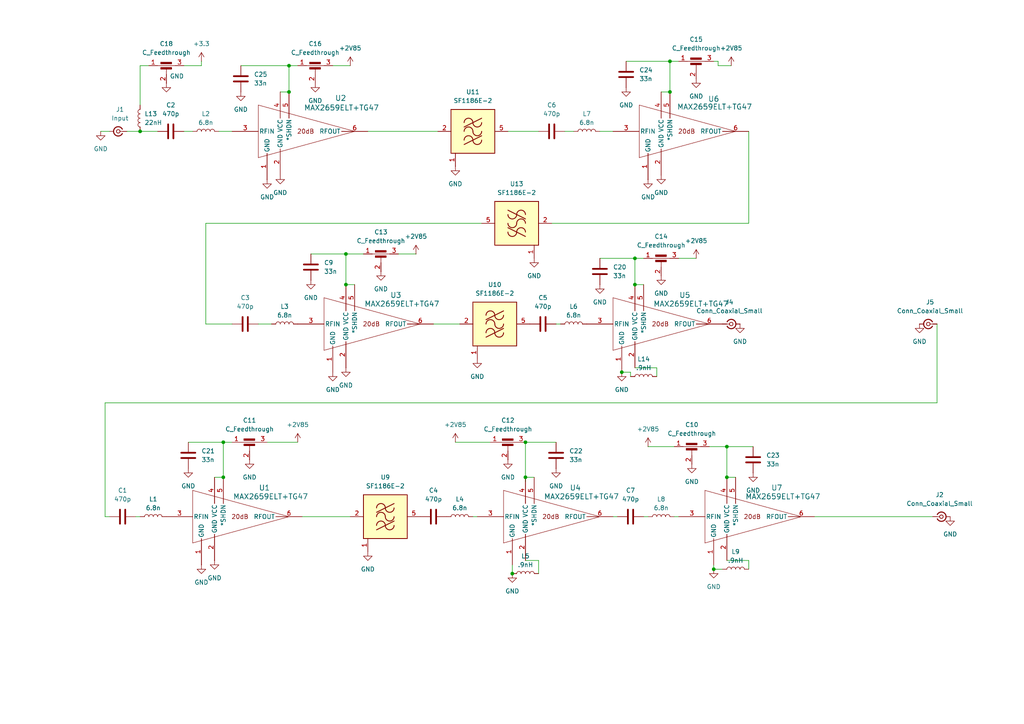
<source format=kicad_sch>
(kicad_sch
	(version 20231120)
	(generator "eeschema")
	(generator_version "8.0")
	(uuid "c4ca96fa-2957-4121-9189-71e7b3de8bd2")
	(paper "A4")
	(lib_symbols
		(symbol "Connector:Conn_Coaxial_Small"
			(pin_numbers hide)
			(pin_names
				(offset 1.016) hide)
			(exclude_from_sim no)
			(in_bom yes)
			(on_board yes)
			(property "Reference" "J"
				(at 0.254 3.048 0)
				(effects
					(font
						(size 1.27 1.27)
					)
				)
			)
			(property "Value" "Conn_Coaxial_Small"
				(at 0 -3.81 0)
				(effects
					(font
						(size 1.27 1.27)
					)
				)
			)
			(property "Footprint" ""
				(at 0 0 0)
				(effects
					(font
						(size 1.27 1.27)
					)
					(hide yes)
				)
			)
			(property "Datasheet" " ~"
				(at 0 0 0)
				(effects
					(font
						(size 1.27 1.27)
					)
					(hide yes)
				)
			)
			(property "Description" "small coaxial connector (BNC, SMA, SMB, SMC, Cinch/RCA, LEMO, ...)"
				(at 0 0 0)
				(effects
					(font
						(size 1.27 1.27)
					)
					(hide yes)
				)
			)
			(property "ki_keywords" "BNC SMA SMB SMC LEMO coaxial connector CINCH RCA MCX MMCX U.FL UMRF"
				(at 0 0 0)
				(effects
					(font
						(size 1.27 1.27)
					)
					(hide yes)
				)
			)
			(property "ki_fp_filters" "*BNC* *SMA* *SMB* *SMC* *Cinch* *LEMO* *UMRF* *MCX* *U.FL*"
				(at 0 0 0)
				(effects
					(font
						(size 1.27 1.27)
					)
					(hide yes)
				)
			)
			(symbol "Conn_Coaxial_Small_0_1"
				(polyline
					(pts
						(xy -2.54 0) (xy -0.508 0)
					)
					(stroke
						(width 0)
						(type default)
					)
					(fill
						(type none)
					)
				)
				(circle
					(center 0 0)
					(radius 0.508)
					(stroke
						(width 0.2032)
						(type default)
					)
					(fill
						(type none)
					)
				)
			)
			(symbol "Conn_Coaxial_Small_1_1"
				(arc
					(start -1.1916 -0.6311)
					(mid 0.327 -1.3081)
					(end 1.3484 0.0039)
					(stroke
						(width 0.3048)
						(type default)
					)
					(fill
						(type none)
					)
				)
				(arc
					(start 1.3484 -0.0039)
					(mid 0.327 1.3081)
					(end -1.1916 0.6311)
					(stroke
						(width 0.3048)
						(type default)
					)
					(fill
						(type none)
					)
				)
				(pin passive line
					(at -2.54 0 0)
					(length 1.27)
					(name "In"
						(effects
							(font
								(size 1.27 1.27)
							)
						)
					)
					(number "1"
						(effects
							(font
								(size 1.27 1.27)
							)
						)
					)
				)
				(pin passive line
					(at 2.54 0 180)
					(length 1.27)
					(name "Ext"
						(effects
							(font
								(size 1.27 1.27)
							)
						)
					)
					(number "2"
						(effects
							(font
								(size 1.27 1.27)
							)
						)
					)
				)
			)
		)
		(symbol "Device:C"
			(pin_numbers hide)
			(pin_names
				(offset 0.254)
			)
			(exclude_from_sim no)
			(in_bom yes)
			(on_board yes)
			(property "Reference" "C"
				(at 0.635 2.54 0)
				(effects
					(font
						(size 1.27 1.27)
					)
					(justify left)
				)
			)
			(property "Value" "C"
				(at 0.635 -2.54 0)
				(effects
					(font
						(size 1.27 1.27)
					)
					(justify left)
				)
			)
			(property "Footprint" ""
				(at 0.9652 -3.81 0)
				(effects
					(font
						(size 1.27 1.27)
					)
					(hide yes)
				)
			)
			(property "Datasheet" "~"
				(at 0 0 0)
				(effects
					(font
						(size 1.27 1.27)
					)
					(hide yes)
				)
			)
			(property "Description" "Unpolarized capacitor"
				(at 0 0 0)
				(effects
					(font
						(size 1.27 1.27)
					)
					(hide yes)
				)
			)
			(property "ki_keywords" "cap capacitor"
				(at 0 0 0)
				(effects
					(font
						(size 1.27 1.27)
					)
					(hide yes)
				)
			)
			(property "ki_fp_filters" "C_*"
				(at 0 0 0)
				(effects
					(font
						(size 1.27 1.27)
					)
					(hide yes)
				)
			)
			(symbol "C_0_1"
				(polyline
					(pts
						(xy -2.032 -0.762) (xy 2.032 -0.762)
					)
					(stroke
						(width 0.508)
						(type default)
					)
					(fill
						(type none)
					)
				)
				(polyline
					(pts
						(xy -2.032 0.762) (xy 2.032 0.762)
					)
					(stroke
						(width 0.508)
						(type default)
					)
					(fill
						(type none)
					)
				)
			)
			(symbol "C_1_1"
				(pin passive line
					(at 0 3.81 270)
					(length 2.794)
					(name "~"
						(effects
							(font
								(size 1.27 1.27)
							)
						)
					)
					(number "1"
						(effects
							(font
								(size 1.27 1.27)
							)
						)
					)
				)
				(pin passive line
					(at 0 -3.81 90)
					(length 2.794)
					(name "~"
						(effects
							(font
								(size 1.27 1.27)
							)
						)
					)
					(number "2"
						(effects
							(font
								(size 1.27 1.27)
							)
						)
					)
				)
			)
		)
		(symbol "Device:C_Feedthrough"
			(pin_names
				(offset 0.254) hide)
			(exclude_from_sim no)
			(in_bom yes)
			(on_board yes)
			(property "Reference" "C"
				(at 0 7.62 0)
				(effects
					(font
						(size 1.27 1.27)
					)
				)
			)
			(property "Value" "C_Feedthrough"
				(at 0 5.715 0)
				(effects
					(font
						(size 1.27 1.27)
					)
				)
			)
			(property "Footprint" ""
				(at 0 0 90)
				(effects
					(font
						(size 1.27 1.27)
					)
					(hide yes)
				)
			)
			(property "Datasheet" "~"
				(at 0 0 90)
				(effects
					(font
						(size 1.27 1.27)
					)
					(hide yes)
				)
			)
			(property "Description" "Feedthrough capacitor"
				(at 0 0 0)
				(effects
					(font
						(size 1.27 1.27)
					)
					(hide yes)
				)
			)
			(property "ki_keywords" "EMI filter feedthrough capacitor"
				(at 0 0 0)
				(effects
					(font
						(size 1.27 1.27)
					)
					(hide yes)
				)
			)
			(symbol "C_Feedthrough_0_1"
				(rectangle
					(start -1.651 1.524)
					(end 1.524 2.032)
					(stroke
						(width 0)
						(type default)
					)
					(fill
						(type outline)
					)
				)
				(polyline
					(pts
						(xy -2.54 2.54) (xy 2.54 2.54)
					)
					(stroke
						(width 0)
						(type default)
					)
					(fill
						(type none)
					)
				)
				(polyline
					(pts
						(xy 0 0) (xy 0 1.778)
					)
					(stroke
						(width 0)
						(type default)
					)
					(fill
						(type none)
					)
				)
				(rectangle
					(start 1.524 3.048)
					(end -1.651 3.556)
					(stroke
						(width 0)
						(type default)
					)
					(fill
						(type outline)
					)
				)
			)
			(symbol "C_Feedthrough_1_1"
				(pin passive line
					(at -5.08 2.54 0)
					(length 2.54)
					(name "1"
						(effects
							(font
								(size 1.27 1.27)
							)
						)
					)
					(number "1"
						(effects
							(font
								(size 1.27 1.27)
							)
						)
					)
				)
				(pin passive line
					(at 0 -2.54 90)
					(length 2.54)
					(name "2"
						(effects
							(font
								(size 1.27 1.27)
							)
						)
					)
					(number "2"
						(effects
							(font
								(size 1.27 1.27)
							)
						)
					)
				)
				(pin passive line
					(at 5.08 2.54 180)
					(length 2.54)
					(name "3"
						(effects
							(font
								(size 1.27 1.27)
							)
						)
					)
					(number "3"
						(effects
							(font
								(size 1.27 1.27)
							)
						)
					)
				)
			)
		)
		(symbol "Device:L"
			(pin_numbers hide)
			(pin_names
				(offset 1.016) hide)
			(exclude_from_sim no)
			(in_bom yes)
			(on_board yes)
			(property "Reference" "L"
				(at -1.27 0 90)
				(effects
					(font
						(size 1.27 1.27)
					)
				)
			)
			(property "Value" "L"
				(at 1.905 0 90)
				(effects
					(font
						(size 1.27 1.27)
					)
				)
			)
			(property "Footprint" ""
				(at 0 0 0)
				(effects
					(font
						(size 1.27 1.27)
					)
					(hide yes)
				)
			)
			(property "Datasheet" "~"
				(at 0 0 0)
				(effects
					(font
						(size 1.27 1.27)
					)
					(hide yes)
				)
			)
			(property "Description" "Inductor"
				(at 0 0 0)
				(effects
					(font
						(size 1.27 1.27)
					)
					(hide yes)
				)
			)
			(property "ki_keywords" "inductor choke coil reactor magnetic"
				(at 0 0 0)
				(effects
					(font
						(size 1.27 1.27)
					)
					(hide yes)
				)
			)
			(property "ki_fp_filters" "Choke_* *Coil* Inductor_* L_*"
				(at 0 0 0)
				(effects
					(font
						(size 1.27 1.27)
					)
					(hide yes)
				)
			)
			(symbol "L_0_1"
				(arc
					(start 0 -2.54)
					(mid 0.6323 -1.905)
					(end 0 -1.27)
					(stroke
						(width 0)
						(type default)
					)
					(fill
						(type none)
					)
				)
				(arc
					(start 0 -1.27)
					(mid 0.6323 -0.635)
					(end 0 0)
					(stroke
						(width 0)
						(type default)
					)
					(fill
						(type none)
					)
				)
				(arc
					(start 0 0)
					(mid 0.6323 0.635)
					(end 0 1.27)
					(stroke
						(width 0)
						(type default)
					)
					(fill
						(type none)
					)
				)
				(arc
					(start 0 1.27)
					(mid 0.6323 1.905)
					(end 0 2.54)
					(stroke
						(width 0)
						(type default)
					)
					(fill
						(type none)
					)
				)
			)
			(symbol "L_1_1"
				(pin passive line
					(at 0 3.81 270)
					(length 1.27)
					(name "1"
						(effects
							(font
								(size 1.27 1.27)
							)
						)
					)
					(number "1"
						(effects
							(font
								(size 1.27 1.27)
							)
						)
					)
				)
				(pin passive line
					(at 0 -3.81 90)
					(length 1.27)
					(name "2"
						(effects
							(font
								(size 1.27 1.27)
							)
						)
					)
					(number "2"
						(effects
							(font
								(size 1.27 1.27)
							)
						)
					)
				)
			)
		)
		(symbol "MAX2659ELT+TG47_1"
			(pin_names
				(offset 0.254)
			)
			(exclude_from_sim no)
			(in_bom yes)
			(on_board yes)
			(property "Reference" "U"
				(at 16.256 7.874 0)
				(effects
					(font
						(size 1.524 1.524)
					)
				)
			)
			(property "Value" "MAX2659ELT+TG47"
				(at 16.51 5.588 0)
				(effects
					(font
						(size 1.524 1.524)
					)
				)
			)
			(property "Footprint" "Package_DFN_QFN:UDFN-6 1.5x1x.75mm"
				(at -1.778 -9.398 0)
				(effects
					(font
						(size 1.27 1.27)
						(italic yes)
					)
					(hide yes)
				)
			)
			(property "Datasheet" "https://lionelectronic.ir/uploads/catalog/MAX2659ELT+T-Analog-Devices.pdf"
				(at 0.762 -12.446 0)
				(effects
					(font
						(size 1.27 1.27)
						(italic yes)
					)
					(hide yes)
				)
			)
			(property "Description" "SiGe, high-gain, low-noise amplifier (LNA) for GPS, Galileo, and GLONASS applications"
				(at 0 0 0)
				(effects
					(font
						(size 1.27 1.27)
					)
					(hide yes)
				)
			)
			(property "ki_keywords" "MAX2659ELT+TG47"
				(at 0 0 0)
				(effects
					(font
						(size 1.27 1.27)
					)
					(hide yes)
				)
			)
			(property "ki_fp_filters" "21-0147E_MXM 21-0147E_MXM-M 21-0147E_MXM-L"
				(at 0 0 0)
				(effects
					(font
						(size 1.27 1.27)
					)
					(hide yes)
				)
			)
			(symbol "MAX2659ELT+TG47_1_1_1"
				(polyline
					(pts
						(xy -6.35 -7.62) (xy 21.59 0)
					)
					(stroke
						(width 0.127)
						(type default)
					)
					(fill
						(type none)
					)
				)
				(polyline
					(pts
						(xy -6.35 7.62) (xy -6.35 -7.62)
					)
					(stroke
						(width 0.127)
						(type default)
					)
					(fill
						(type none)
					)
				)
				(polyline
					(pts
						(xy 21.59 0) (xy -6.35 7.62)
					)
					(stroke
						(width 0.127)
						(type default)
					)
					(fill
						(type none)
					)
				)
				(text "20dB"
					(at 7.366 0 0)
					(effects
						(font
							(size 1.27 1.27)
						)
					)
				)
				(pin power_in line
					(at -3.81 -13.97 90)
					(length 7.62)
					(name "GND"
						(effects
							(font
								(size 1.27 1.27)
							)
						)
					)
					(number "1"
						(effects
							(font
								(size 1.27 1.27)
							)
						)
					)
				)
				(pin power_in line
					(at 0 -12.7 90)
					(length 7.62)
					(name "GND"
						(effects
							(font
								(size 1.27 1.27)
							)
						)
					)
					(number "2"
						(effects
							(font
								(size 1.27 1.27)
							)
						)
					)
				)
				(pin input line
					(at -13.97 0 0)
					(length 7.62)
					(name "RFIN"
						(effects
							(font
								(size 1.27 1.27)
							)
						)
					)
					(number "3"
						(effects
							(font
								(size 1.27 1.27)
							)
						)
					)
				)
				(pin power_in line
					(at 0 11.43 270)
					(length 7.62)
					(name "VCC"
						(effects
							(font
								(size 1.27 1.27)
							)
						)
					)
					(number "4"
						(effects
							(font
								(size 1.27 1.27)
							)
						)
					)
				)
				(pin unspecified line
					(at 2.54 11.43 270)
					(length 7.62)
					(name "*SHDN"
						(effects
							(font
								(size 1.27 1.27)
							)
						)
					)
					(number "5"
						(effects
							(font
								(size 1.27 1.27)
							)
						)
					)
				)
				(pin output line
					(at 25.4 0 180)
					(length 7.62)
					(name "RFOUT"
						(effects
							(font
								(size 1.27 1.27)
							)
						)
					)
					(number "6"
						(effects
							(font
								(size 1.27 1.27)
							)
						)
					)
				)
			)
		)
		(symbol "MAX2659ELT+TG47_2"
			(pin_names
				(offset 0.254)
			)
			(exclude_from_sim no)
			(in_bom yes)
			(on_board yes)
			(property "Reference" "U"
				(at 16.256 7.874 0)
				(effects
					(font
						(size 1.524 1.524)
					)
				)
			)
			(property "Value" "MAX2659ELT+TG47"
				(at 16.51 5.588 0)
				(effects
					(font
						(size 1.524 1.524)
					)
				)
			)
			(property "Footprint" "Package_DFN_QFN:UDFN-6 1.5x1x.75mm"
				(at -1.778 -9.398 0)
				(effects
					(font
						(size 1.27 1.27)
						(italic yes)
					)
					(hide yes)
				)
			)
			(property "Datasheet" "https://lionelectronic.ir/uploads/catalog/MAX2659ELT+T-Analog-Devices.pdf"
				(at 0.762 -12.446 0)
				(effects
					(font
						(size 1.27 1.27)
						(italic yes)
					)
					(hide yes)
				)
			)
			(property "Description" "SiGe, high-gain, low-noise amplifier (LNA) for GPS, Galileo, and GLONASS applications"
				(at 0 0 0)
				(effects
					(font
						(size 1.27 1.27)
					)
					(hide yes)
				)
			)
			(property "ki_keywords" "MAX2659ELT+TG47"
				(at 0 0 0)
				(effects
					(font
						(size 1.27 1.27)
					)
					(hide yes)
				)
			)
			(property "ki_fp_filters" "21-0147E_MXM 21-0147E_MXM-M 21-0147E_MXM-L"
				(at 0 0 0)
				(effects
					(font
						(size 1.27 1.27)
					)
					(hide yes)
				)
			)
			(symbol "MAX2659ELT+TG47_2_1_1"
				(polyline
					(pts
						(xy -6.35 -7.62) (xy 21.59 0)
					)
					(stroke
						(width 0.127)
						(type default)
					)
					(fill
						(type none)
					)
				)
				(polyline
					(pts
						(xy -6.35 7.62) (xy -6.35 -7.62)
					)
					(stroke
						(width 0.127)
						(type default)
					)
					(fill
						(type none)
					)
				)
				(polyline
					(pts
						(xy 21.59 0) (xy -6.35 7.62)
					)
					(stroke
						(width 0.127)
						(type default)
					)
					(fill
						(type none)
					)
				)
				(text "20dB"
					(at 7.366 0 0)
					(effects
						(font
							(size 1.27 1.27)
						)
					)
				)
				(pin power_in line
					(at -3.81 -13.97 90)
					(length 7.62)
					(name "GND"
						(effects
							(font
								(size 1.27 1.27)
							)
						)
					)
					(number "1"
						(effects
							(font
								(size 1.27 1.27)
							)
						)
					)
				)
				(pin power_in line
					(at 0 -12.7 90)
					(length 7.62)
					(name "GND"
						(effects
							(font
								(size 1.27 1.27)
							)
						)
					)
					(number "2"
						(effects
							(font
								(size 1.27 1.27)
							)
						)
					)
				)
				(pin input line
					(at -13.97 0 0)
					(length 7.62)
					(name "RFIN"
						(effects
							(font
								(size 1.27 1.27)
							)
						)
					)
					(number "3"
						(effects
							(font
								(size 1.27 1.27)
							)
						)
					)
				)
				(pin power_in line
					(at 0 11.43 270)
					(length 7.62)
					(name "VCC"
						(effects
							(font
								(size 1.27 1.27)
							)
						)
					)
					(number "4"
						(effects
							(font
								(size 1.27 1.27)
							)
						)
					)
				)
				(pin unspecified line
					(at 2.54 11.43 270)
					(length 7.62)
					(name "*SHDN"
						(effects
							(font
								(size 1.27 1.27)
							)
						)
					)
					(number "5"
						(effects
							(font
								(size 1.27 1.27)
							)
						)
					)
				)
				(pin output line
					(at 25.4 0 180)
					(length 7.62)
					(name "RFOUT"
						(effects
							(font
								(size 1.27 1.27)
							)
						)
					)
					(number "6"
						(effects
							(font
								(size 1.27 1.27)
							)
						)
					)
				)
			)
		)
		(symbol "MAX2659ELT+TG47_3"
			(pin_names
				(offset 0.254)
			)
			(exclude_from_sim no)
			(in_bom yes)
			(on_board yes)
			(property "Reference" "U"
				(at 16.256 7.874 0)
				(effects
					(font
						(size 1.524 1.524)
					)
				)
			)
			(property "Value" "MAX2659ELT+TG47"
				(at 16.51 5.588 0)
				(effects
					(font
						(size 1.524 1.524)
					)
				)
			)
			(property "Footprint" "Package_DFN_QFN:UDFN-6 1.5x1x.75mm"
				(at -1.778 -9.398 0)
				(effects
					(font
						(size 1.27 1.27)
						(italic yes)
					)
					(hide yes)
				)
			)
			(property "Datasheet" "https://lionelectronic.ir/uploads/catalog/MAX2659ELT+T-Analog-Devices.pdf"
				(at 0.762 -12.446 0)
				(effects
					(font
						(size 1.27 1.27)
						(italic yes)
					)
					(hide yes)
				)
			)
			(property "Description" "SiGe, high-gain, low-noise amplifier (LNA) for GPS, Galileo, and GLONASS applications"
				(at 0 0 0)
				(effects
					(font
						(size 1.27 1.27)
					)
					(hide yes)
				)
			)
			(property "ki_keywords" "MAX2659ELT+TG47"
				(at 0 0 0)
				(effects
					(font
						(size 1.27 1.27)
					)
					(hide yes)
				)
			)
			(property "ki_fp_filters" "21-0147E_MXM 21-0147E_MXM-M 21-0147E_MXM-L"
				(at 0 0 0)
				(effects
					(font
						(size 1.27 1.27)
					)
					(hide yes)
				)
			)
			(symbol "MAX2659ELT+TG47_3_1_1"
				(polyline
					(pts
						(xy -6.35 -7.62) (xy 21.59 0)
					)
					(stroke
						(width 0.127)
						(type default)
					)
					(fill
						(type none)
					)
				)
				(polyline
					(pts
						(xy -6.35 7.62) (xy -6.35 -7.62)
					)
					(stroke
						(width 0.127)
						(type default)
					)
					(fill
						(type none)
					)
				)
				(polyline
					(pts
						(xy 21.59 0) (xy -6.35 7.62)
					)
					(stroke
						(width 0.127)
						(type default)
					)
					(fill
						(type none)
					)
				)
				(text "20dB"
					(at 7.366 0 0)
					(effects
						(font
							(size 1.27 1.27)
						)
					)
				)
				(pin power_in line
					(at -3.81 -13.97 90)
					(length 7.62)
					(name "GND"
						(effects
							(font
								(size 1.27 1.27)
							)
						)
					)
					(number "1"
						(effects
							(font
								(size 1.27 1.27)
							)
						)
					)
				)
				(pin power_in line
					(at 0 -12.7 90)
					(length 7.62)
					(name "GND"
						(effects
							(font
								(size 1.27 1.27)
							)
						)
					)
					(number "2"
						(effects
							(font
								(size 1.27 1.27)
							)
						)
					)
				)
				(pin input line
					(at -13.97 0 0)
					(length 7.62)
					(name "RFIN"
						(effects
							(font
								(size 1.27 1.27)
							)
						)
					)
					(number "3"
						(effects
							(font
								(size 1.27 1.27)
							)
						)
					)
				)
				(pin power_in line
					(at 0 11.43 270)
					(length 7.62)
					(name "VCC"
						(effects
							(font
								(size 1.27 1.27)
							)
						)
					)
					(number "4"
						(effects
							(font
								(size 1.27 1.27)
							)
						)
					)
				)
				(pin unspecified line
					(at 2.54 11.43 270)
					(length 7.62)
					(name "*SHDN"
						(effects
							(font
								(size 1.27 1.27)
							)
						)
					)
					(number "5"
						(effects
							(font
								(size 1.27 1.27)
							)
						)
					)
				)
				(pin output line
					(at 25.4 0 180)
					(length 7.62)
					(name "RFOUT"
						(effects
							(font
								(size 1.27 1.27)
							)
						)
					)
					(number "6"
						(effects
							(font
								(size 1.27 1.27)
							)
						)
					)
				)
			)
		)
		(symbol "MAX2659ELT+TG47_4"
			(pin_names
				(offset 0.254)
			)
			(exclude_from_sim no)
			(in_bom yes)
			(on_board yes)
			(property "Reference" "U"
				(at 16.256 7.874 0)
				(effects
					(font
						(size 1.524 1.524)
					)
				)
			)
			(property "Value" "MAX2659ELT+TG47"
				(at 16.51 5.588 0)
				(effects
					(font
						(size 1.524 1.524)
					)
				)
			)
			(property "Footprint" "Package_DFN_QFN:UDFN-6 1.5x1x.75mm"
				(at -1.778 -9.398 0)
				(effects
					(font
						(size 1.27 1.27)
						(italic yes)
					)
					(hide yes)
				)
			)
			(property "Datasheet" "https://lionelectronic.ir/uploads/catalog/MAX2659ELT+T-Analog-Devices.pdf"
				(at 0.762 -12.446 0)
				(effects
					(font
						(size 1.27 1.27)
						(italic yes)
					)
					(hide yes)
				)
			)
			(property "Description" "SiGe, high-gain, low-noise amplifier (LNA) for GPS, Galileo, and GLONASS applications"
				(at 0 0 0)
				(effects
					(font
						(size 1.27 1.27)
					)
					(hide yes)
				)
			)
			(property "ki_keywords" "MAX2659ELT+TG47"
				(at 0 0 0)
				(effects
					(font
						(size 1.27 1.27)
					)
					(hide yes)
				)
			)
			(property "ki_fp_filters" "21-0147E_MXM 21-0147E_MXM-M 21-0147E_MXM-L"
				(at 0 0 0)
				(effects
					(font
						(size 1.27 1.27)
					)
					(hide yes)
				)
			)
			(symbol "MAX2659ELT+TG47_4_1_1"
				(polyline
					(pts
						(xy -6.35 -7.62) (xy 21.59 0)
					)
					(stroke
						(width 0.127)
						(type default)
					)
					(fill
						(type none)
					)
				)
				(polyline
					(pts
						(xy -6.35 7.62) (xy -6.35 -7.62)
					)
					(stroke
						(width 0.127)
						(type default)
					)
					(fill
						(type none)
					)
				)
				(polyline
					(pts
						(xy 21.59 0) (xy -6.35 7.62)
					)
					(stroke
						(width 0.127)
						(type default)
					)
					(fill
						(type none)
					)
				)
				(text "20dB"
					(at 7.366 0 0)
					(effects
						(font
							(size 1.27 1.27)
						)
					)
				)
				(pin power_in line
					(at -3.81 -13.97 90)
					(length 7.62)
					(name "GND"
						(effects
							(font
								(size 1.27 1.27)
							)
						)
					)
					(number "1"
						(effects
							(font
								(size 1.27 1.27)
							)
						)
					)
				)
				(pin power_in line
					(at 0 -12.7 90)
					(length 7.62)
					(name "GND"
						(effects
							(font
								(size 1.27 1.27)
							)
						)
					)
					(number "2"
						(effects
							(font
								(size 1.27 1.27)
							)
						)
					)
				)
				(pin input line
					(at -13.97 0 0)
					(length 7.62)
					(name "RFIN"
						(effects
							(font
								(size 1.27 1.27)
							)
						)
					)
					(number "3"
						(effects
							(font
								(size 1.27 1.27)
							)
						)
					)
				)
				(pin power_in line
					(at 0 11.43 270)
					(length 7.62)
					(name "VCC"
						(effects
							(font
								(size 1.27 1.27)
							)
						)
					)
					(number "4"
						(effects
							(font
								(size 1.27 1.27)
							)
						)
					)
				)
				(pin unspecified line
					(at 2.54 11.43 270)
					(length 7.62)
					(name "*SHDN"
						(effects
							(font
								(size 1.27 1.27)
							)
						)
					)
					(number "5"
						(effects
							(font
								(size 1.27 1.27)
							)
						)
					)
				)
				(pin output line
					(at 25.4 0 180)
					(length 7.62)
					(name "RFOUT"
						(effects
							(font
								(size 1.27 1.27)
							)
						)
					)
					(number "6"
						(effects
							(font
								(size 1.27 1.27)
							)
						)
					)
				)
			)
		)
		(symbol "MAX2659ELT+TG47_5"
			(pin_names
				(offset 0.254)
			)
			(exclude_from_sim no)
			(in_bom yes)
			(on_board yes)
			(property "Reference" "U"
				(at 16.256 7.874 0)
				(effects
					(font
						(size 1.524 1.524)
					)
				)
			)
			(property "Value" "MAX2659ELT+TG47"
				(at 16.51 5.588 0)
				(effects
					(font
						(size 1.524 1.524)
					)
				)
			)
			(property "Footprint" "Package_DFN_QFN:UDFN-6 1.5x1x.75mm"
				(at -1.778 -9.398 0)
				(effects
					(font
						(size 1.27 1.27)
						(italic yes)
					)
					(hide yes)
				)
			)
			(property "Datasheet" "https://lionelectronic.ir/uploads/catalog/MAX2659ELT+T-Analog-Devices.pdf"
				(at 0.762 -12.446 0)
				(effects
					(font
						(size 1.27 1.27)
						(italic yes)
					)
					(hide yes)
				)
			)
			(property "Description" "SiGe, high-gain, low-noise amplifier (LNA) for GPS, Galileo, and GLONASS applications"
				(at 0 0 0)
				(effects
					(font
						(size 1.27 1.27)
					)
					(hide yes)
				)
			)
			(property "ki_keywords" "MAX2659ELT+TG47"
				(at 0 0 0)
				(effects
					(font
						(size 1.27 1.27)
					)
					(hide yes)
				)
			)
			(property "ki_fp_filters" "21-0147E_MXM 21-0147E_MXM-M 21-0147E_MXM-L"
				(at 0 0 0)
				(effects
					(font
						(size 1.27 1.27)
					)
					(hide yes)
				)
			)
			(symbol "MAX2659ELT+TG47_5_1_1"
				(polyline
					(pts
						(xy -6.35 -7.62) (xy 21.59 0)
					)
					(stroke
						(width 0.127)
						(type default)
					)
					(fill
						(type none)
					)
				)
				(polyline
					(pts
						(xy -6.35 7.62) (xy -6.35 -7.62)
					)
					(stroke
						(width 0.127)
						(type default)
					)
					(fill
						(type none)
					)
				)
				(polyline
					(pts
						(xy 21.59 0) (xy -6.35 7.62)
					)
					(stroke
						(width 0.127)
						(type default)
					)
					(fill
						(type none)
					)
				)
				(text "20dB"
					(at 7.366 0 0)
					(effects
						(font
							(size 1.27 1.27)
						)
					)
				)
				(pin power_in line
					(at -3.81 -13.97 90)
					(length 7.62)
					(name "GND"
						(effects
							(font
								(size 1.27 1.27)
							)
						)
					)
					(number "1"
						(effects
							(font
								(size 1.27 1.27)
							)
						)
					)
				)
				(pin power_in line
					(at 0 -12.7 90)
					(length 7.62)
					(name "GND"
						(effects
							(font
								(size 1.27 1.27)
							)
						)
					)
					(number "2"
						(effects
							(font
								(size 1.27 1.27)
							)
						)
					)
				)
				(pin input line
					(at -13.97 0 0)
					(length 7.62)
					(name "RFIN"
						(effects
							(font
								(size 1.27 1.27)
							)
						)
					)
					(number "3"
						(effects
							(font
								(size 1.27 1.27)
							)
						)
					)
				)
				(pin power_in line
					(at 0 11.43 270)
					(length 7.62)
					(name "VCC"
						(effects
							(font
								(size 1.27 1.27)
							)
						)
					)
					(number "4"
						(effects
							(font
								(size 1.27 1.27)
							)
						)
					)
				)
				(pin unspecified line
					(at 2.54 11.43 270)
					(length 7.62)
					(name "*SHDN"
						(effects
							(font
								(size 1.27 1.27)
							)
						)
					)
					(number "5"
						(effects
							(font
								(size 1.27 1.27)
							)
						)
					)
				)
				(pin output line
					(at 25.4 0 180)
					(length 7.62)
					(name "RFOUT"
						(effects
							(font
								(size 1.27 1.27)
							)
						)
					)
					(number "6"
						(effects
							(font
								(size 1.27 1.27)
							)
						)
					)
				)
			)
		)
		(symbol "SF1186E-2_1"
			(pin_names hide)
			(exclude_from_sim no)
			(in_bom yes)
			(on_board yes)
			(property "Reference" "U?"
				(at 0 11.43 0)
				(effects
					(font
						(size 1.27 1.27)
					)
				)
			)
			(property "Value" "SF1186E-2"
				(at 0 8.89 0)
				(effects
					(font
						(size 1.27 1.27)
					)
				)
			)
			(property "Footprint" "Filter:Filter_SAW-6_3.8x3.8mm"
				(at 0 8.89 0)
				(effects
					(font
						(size 1.27 1.27)
					)
					(hide yes)
				)
			)
			(property "Datasheet" "https://www.golledge.com/media/3785/mp08167.pdf"
				(at 22.606 -9.652 0)
				(effects
					(font
						(size 1.27 1.27)
					)
					(hide yes)
				)
			)
			(property "Description" "Bandpass Filter, 1575MHz, SAW filter 6-pin from RFMi"
				(at 22.86 -7.62 0)
				(effects
					(font
						(size 1.27 1.27)
					)
					(hide yes)
				)
			)
			(property "ki_keywords" "SAW Filter 1090 bandpass MP08167"
				(at 0 0 0)
				(effects
					(font
						(size 1.27 1.27)
					)
					(hide yes)
				)
			)
			(property "ki_fp_filters" "Filter*SAW*3.8x3.8mm*"
				(at 0 0 0)
				(effects
					(font
						(size 1.27 1.27)
					)
					(hide yes)
				)
			)
			(symbol "SF1186E-2_1_1_1"
				(rectangle
					(start -6.35 6.35)
					(end 6.35 -6.35)
					(stroke
						(width 0.254)
						(type default)
					)
					(fill
						(type background)
					)
				)
				(arc
					(start 0 -2.54)
					(mid -1.27 -1.2755)
					(end -2.54 -2.54)
					(stroke
						(width 0.254)
						(type default)
					)
					(fill
						(type none)
					)
				)
				(arc
					(start 0 -2.54)
					(mid 1.27 -3.8045)
					(end 2.54 -2.54)
					(stroke
						(width 0.254)
						(type default)
					)
					(fill
						(type none)
					)
				)
				(arc
					(start 0 0)
					(mid -1.27 1.2645)
					(end -2.54 0)
					(stroke
						(width 0.254)
						(type default)
					)
					(fill
						(type none)
					)
				)
				(polyline
					(pts
						(xy -2.54 -3.81) (xy 2.54 -1.27)
					)
					(stroke
						(width 0.254)
						(type default)
					)
					(fill
						(type none)
					)
				)
				(polyline
					(pts
						(xy -2.54 1.27) (xy 2.54 3.81)
					)
					(stroke
						(width 0.254)
						(type default)
					)
					(fill
						(type none)
					)
				)
				(arc
					(start 0 0)
					(mid 1.27 -1.2645)
					(end 2.54 0)
					(stroke
						(width 0.254)
						(type default)
					)
					(fill
						(type none)
					)
				)
				(arc
					(start 0 2.54)
					(mid -1.27 3.8045)
					(end -2.54 2.54)
					(stroke
						(width 0.254)
						(type default)
					)
					(fill
						(type none)
					)
				)
				(arc
					(start 0 2.54)
					(mid 1.27 1.2755)
					(end 2.54 2.54)
					(stroke
						(width 0.254)
						(type default)
					)
					(fill
						(type none)
					)
				)
				(pin power_in line
					(at -5.08 -10.16 90)
					(length 3.81)
					(name "GND"
						(effects
							(font
								(size 1.27 1.27)
							)
						)
					)
					(number "1"
						(effects
							(font
								(size 1.27 1.27)
							)
						)
					)
				)
				(pin input line
					(at -10.16 0 0)
					(length 3.81)
					(name "IN"
						(effects
							(font
								(size 1.27 1.27)
							)
						)
					)
					(number "2"
						(effects
							(font
								(size 1.27 1.27)
							)
						)
					)
				)
				(pin passive line
					(at -5.08 -10.16 90)
					(length 3.81) hide
					(name "GND"
						(effects
							(font
								(size 1.27 1.27)
							)
						)
					)
					(number "3"
						(effects
							(font
								(size 1.27 1.27)
							)
						)
					)
				)
				(pin passive line
					(at -5.08 -10.16 90)
					(length 3.81) hide
					(name "GND"
						(effects
							(font
								(size 1.27 1.27)
							)
						)
					)
					(number "4"
						(effects
							(font
								(size 1.27 1.27)
							)
						)
					)
				)
				(pin output line
					(at 10.16 0 180)
					(length 3.81)
					(name "OUT"
						(effects
							(font
								(size 1.27 1.27)
							)
						)
					)
					(number "5"
						(effects
							(font
								(size 1.27 1.27)
							)
						)
					)
				)
				(pin passive line
					(at -5.08 -10.16 90)
					(length 3.81) hide
					(name "GND"
						(effects
							(font
								(size 1.27 1.27)
							)
						)
					)
					(number "6"
						(effects
							(font
								(size 1.27 1.27)
							)
						)
					)
				)
			)
		)
		(symbol "power:+2V5"
			(power)
			(pin_numbers hide)
			(pin_names
				(offset 0) hide)
			(exclude_from_sim no)
			(in_bom yes)
			(on_board yes)
			(property "Reference" "#PWR"
				(at 0 -3.81 0)
				(effects
					(font
						(size 1.27 1.27)
					)
					(hide yes)
				)
			)
			(property "Value" "+2V5"
				(at 0 3.556 0)
				(effects
					(font
						(size 1.27 1.27)
					)
				)
			)
			(property "Footprint" ""
				(at 0 0 0)
				(effects
					(font
						(size 1.27 1.27)
					)
					(hide yes)
				)
			)
			(property "Datasheet" ""
				(at 0 0 0)
				(effects
					(font
						(size 1.27 1.27)
					)
					(hide yes)
				)
			)
			(property "Description" "Power symbol creates a global label with name \"+2V5\""
				(at 0 0 0)
				(effects
					(font
						(size 1.27 1.27)
					)
					(hide yes)
				)
			)
			(property "ki_keywords" "global power"
				(at 0 0 0)
				(effects
					(font
						(size 1.27 1.27)
					)
					(hide yes)
				)
			)
			(symbol "+2V5_0_1"
				(polyline
					(pts
						(xy -0.762 1.27) (xy 0 2.54)
					)
					(stroke
						(width 0)
						(type default)
					)
					(fill
						(type none)
					)
				)
				(polyline
					(pts
						(xy 0 0) (xy 0 2.54)
					)
					(stroke
						(width 0)
						(type default)
					)
					(fill
						(type none)
					)
				)
				(polyline
					(pts
						(xy 0 2.54) (xy 0.762 1.27)
					)
					(stroke
						(width 0)
						(type default)
					)
					(fill
						(type none)
					)
				)
			)
			(symbol "+2V5_1_1"
				(pin power_in line
					(at 0 0 90)
					(length 0)
					(name "~"
						(effects
							(font
								(size 1.27 1.27)
							)
						)
					)
					(number "1"
						(effects
							(font
								(size 1.27 1.27)
							)
						)
					)
				)
			)
		)
		(symbol "power:GND"
			(power)
			(pin_numbers hide)
			(pin_names
				(offset 0) hide)
			(exclude_from_sim no)
			(in_bom yes)
			(on_board yes)
			(property "Reference" "#PWR"
				(at 0 -6.35 0)
				(effects
					(font
						(size 1.27 1.27)
					)
					(hide yes)
				)
			)
			(property "Value" "GND"
				(at 0 -3.81 0)
				(effects
					(font
						(size 1.27 1.27)
					)
				)
			)
			(property "Footprint" ""
				(at 0 0 0)
				(effects
					(font
						(size 1.27 1.27)
					)
					(hide yes)
				)
			)
			(property "Datasheet" ""
				(at 0 0 0)
				(effects
					(font
						(size 1.27 1.27)
					)
					(hide yes)
				)
			)
			(property "Description" "Power symbol creates a global label with name \"GND\" , ground"
				(at 0 0 0)
				(effects
					(font
						(size 1.27 1.27)
					)
					(hide yes)
				)
			)
			(property "ki_keywords" "global power"
				(at 0 0 0)
				(effects
					(font
						(size 1.27 1.27)
					)
					(hide yes)
				)
			)
			(symbol "GND_0_1"
				(polyline
					(pts
						(xy 0 0) (xy 0 -1.27) (xy 1.27 -1.27) (xy 0 -2.54) (xy -1.27 -1.27) (xy 0 -1.27)
					)
					(stroke
						(width 0)
						(type default)
					)
					(fill
						(type none)
					)
				)
			)
			(symbol "GND_1_1"
				(pin power_in line
					(at 0 0 270)
					(length 0)
					(name "~"
						(effects
							(font
								(size 1.27 1.27)
							)
						)
					)
					(number "1"
						(effects
							(font
								(size 1.27 1.27)
							)
						)
					)
				)
			)
		)
	)
	(junction
		(at 207.01 165.1)
		(diameter 0)
		(color 0 0 0 0)
		(uuid "0807a93d-84ed-499a-a669-b72ee3ca36f4")
	)
	(junction
		(at 194.31 17.78)
		(diameter 0)
		(color 0 0 0 0)
		(uuid "0e000c51-c7a1-4f0c-972f-c99e65d3ac24")
	)
	(junction
		(at 100.33 82.55)
		(diameter 0)
		(color 0 0 0 0)
		(uuid "1b2c317e-94c9-4ac0-af78-76df111d455a")
	)
	(junction
		(at 83.82 19.05)
		(diameter 0)
		(color 0 0 0 0)
		(uuid "2e4d5fbf-e9d3-45a9-a145-bf4cd810ad01")
	)
	(junction
		(at 184.15 82.55)
		(diameter 0)
		(color 0 0 0 0)
		(uuid "39d4cd20-5b4d-43a5-b8b6-10cbc3c3a0a6")
	)
	(junction
		(at 64.77 128.27)
		(diameter 0)
		(color 0 0 0 0)
		(uuid "5d4d2d0b-cf81-4b14-8648-e06e0f8f4a37")
	)
	(junction
		(at 152.4 128.27)
		(diameter 0)
		(color 0 0 0 0)
		(uuid "638b890f-fd6a-4b53-9c0f-0342753ede70")
	)
	(junction
		(at 180.34 107.95)
		(diameter 0)
		(color 0 0 0 0)
		(uuid "7ab828fb-d75a-4dbe-9db4-e9d08290fc90")
	)
	(junction
		(at 194.31 26.67)
		(diameter 0)
		(color 0 0 0 0)
		(uuid "7b9e6589-6c36-4c46-ac39-ad0c45352d94")
	)
	(junction
		(at 184.15 74.93)
		(diameter 0)
		(color 0 0 0 0)
		(uuid "95c08d40-c9b0-4e4c-a5f5-f7abb3eec376")
	)
	(junction
		(at 64.77 138.43)
		(diameter 0)
		(color 0 0 0 0)
		(uuid "a8d1d6e7-3112-40f3-acf3-f0c99318e67b")
	)
	(junction
		(at 152.4 138.43)
		(diameter 0)
		(color 0 0 0 0)
		(uuid "bb35c477-acba-4a91-8162-c3721c5940ab")
	)
	(junction
		(at 83.82 26.67)
		(diameter 0)
		(color 0 0 0 0)
		(uuid "d225fca1-3802-45a6-8f24-86450ba11844")
	)
	(junction
		(at 100.33 73.66)
		(diameter 0)
		(color 0 0 0 0)
		(uuid "db1a6f62-147f-4b24-956d-882437e0935c")
	)
	(junction
		(at 210.82 129.54)
		(diameter 0)
		(color 0 0 0 0)
		(uuid "f2927273-eb98-415d-aa82-3af7023fc4f6")
	)
	(junction
		(at 40.64 38.1)
		(diameter 0)
		(color 0 0 0 0)
		(uuid "f5691cf3-4e21-42cf-8874-42cfc3acfadb")
	)
	(junction
		(at 148.59 166.37)
		(diameter 0)
		(color 0 0 0 0)
		(uuid "fc9e63b6-ddb2-494e-bf79-ee7a68ccbb77")
	)
	(junction
		(at 210.82 138.43)
		(diameter 0)
		(color 0 0 0 0)
		(uuid "fe4a1e30-355c-4c37-a35e-248c50bb26ea")
	)
	(wire
		(pts
			(xy 62.23 138.43) (xy 64.77 138.43)
		)
		(stroke
			(width 0)
			(type default)
		)
		(uuid "02a67e4c-8da5-4899-a2a7-4f80bf7431b0")
	)
	(wire
		(pts
			(xy 30.48 116.84) (xy 30.48 149.86)
		)
		(stroke
			(width 0)
			(type default)
		)
		(uuid "0748735e-66cd-479d-b13c-9cf3bdf8c4b0")
	)
	(wire
		(pts
			(xy 208.28 17.78) (xy 207.01 17.78)
		)
		(stroke
			(width 0)
			(type default)
		)
		(uuid "07609c57-4cf2-4aee-8a93-e2108d39d24d")
	)
	(wire
		(pts
			(xy 208.28 19.05) (xy 212.09 19.05)
		)
		(stroke
			(width 0)
			(type default)
		)
		(uuid "07faf5b5-d165-4c24-ba7c-d988a7ad7a65")
	)
	(wire
		(pts
			(xy 152.4 138.43) (xy 152.4 139.7)
		)
		(stroke
			(width 0)
			(type default)
		)
		(uuid "0d70e69d-d242-4aad-91c1-f75cfd1b535d")
	)
	(wire
		(pts
			(xy 217.17 64.77) (xy 217.17 38.1)
		)
		(stroke
			(width 0)
			(type default)
		)
		(uuid "0fe57d95-d140-415e-b1d1-714f10c08953")
	)
	(wire
		(pts
			(xy 148.59 163.83) (xy 148.59 166.37)
		)
		(stroke
			(width 0)
			(type default)
		)
		(uuid "0ff01c6b-1af3-4644-980b-af71fc275dbc")
	)
	(wire
		(pts
			(xy 83.82 19.05) (xy 83.82 26.67)
		)
		(stroke
			(width 0)
			(type default)
		)
		(uuid "1555503f-fcfb-4725-8f8e-4a898a438e29")
	)
	(wire
		(pts
			(xy 64.77 128.27) (xy 64.77 138.43)
		)
		(stroke
			(width 0)
			(type default)
		)
		(uuid "163e853e-3443-46ac-9500-3490102b41e6")
	)
	(wire
		(pts
			(xy 53.34 38.1) (xy 55.88 38.1)
		)
		(stroke
			(width 0)
			(type default)
		)
		(uuid "19561d76-94ab-4142-8154-a42f1b9a0d31")
	)
	(wire
		(pts
			(xy 210.82 129.54) (xy 210.82 138.43)
		)
		(stroke
			(width 0)
			(type default)
		)
		(uuid "1993a699-c5fa-4a72-a342-36d5e43397c6")
	)
	(wire
		(pts
			(xy 101.6 19.05) (xy 96.52 19.05)
		)
		(stroke
			(width 0)
			(type default)
		)
		(uuid "2159e5a8-376c-42a8-880b-11ef7f876922")
	)
	(wire
		(pts
			(xy 36.83 38.1) (xy 40.64 38.1)
		)
		(stroke
			(width 0)
			(type default)
		)
		(uuid "238d2433-0996-4e76-a373-0eef67788a7b")
	)
	(wire
		(pts
			(xy 190.5 106.68) (xy 190.5 109.22)
		)
		(stroke
			(width 0)
			(type default)
		)
		(uuid "251814ca-3396-4e24-8747-52ba6aeb325d")
	)
	(wire
		(pts
			(xy 78.74 93.98) (xy 74.93 93.98)
		)
		(stroke
			(width 0)
			(type default)
		)
		(uuid "258b41ac-245a-4446-be2b-be298c3ddd02")
	)
	(wire
		(pts
			(xy 120.65 73.66) (xy 115.57 73.66)
		)
		(stroke
			(width 0)
			(type default)
		)
		(uuid "2c70eaaf-fe7d-41ca-9b7b-0f9fe090fd8f")
	)
	(wire
		(pts
			(xy 63.5 38.1) (xy 67.31 38.1)
		)
		(stroke
			(width 0)
			(type default)
		)
		(uuid "35ac0ebf-5338-404c-a477-024391d730ea")
	)
	(wire
		(pts
			(xy 271.78 93.98) (xy 271.78 116.84)
		)
		(stroke
			(width 0)
			(type default)
		)
		(uuid "383e4121-4207-46da-8ab8-2e28839bc1c7")
	)
	(wire
		(pts
			(xy 205.74 129.54) (xy 210.82 129.54)
		)
		(stroke
			(width 0)
			(type default)
		)
		(uuid "4393297a-46e4-4ab0-b49e-99919a50e47f")
	)
	(wire
		(pts
			(xy 90.17 73.66) (xy 100.33 73.66)
		)
		(stroke
			(width 0)
			(type default)
		)
		(uuid "44cec7d1-86b6-4e71-9258-2412ba1b6869")
	)
	(wire
		(pts
			(xy 156.21 38.1) (xy 147.32 38.1)
		)
		(stroke
			(width 0)
			(type default)
		)
		(uuid "47d86911-92bb-4f84-b5d2-c561db754678")
	)
	(wire
		(pts
			(xy 184.15 74.93) (xy 184.15 82.55)
		)
		(stroke
			(width 0)
			(type default)
		)
		(uuid "49785ab9-88d7-40ff-8335-e2dc050da468")
	)
	(wire
		(pts
			(xy 100.33 73.66) (xy 100.33 82.55)
		)
		(stroke
			(width 0)
			(type default)
		)
		(uuid "4fe0b6fb-99f6-4e06-a456-9f6ee5d791e9")
	)
	(wire
		(pts
			(xy 173.99 74.93) (xy 184.15 74.93)
		)
		(stroke
			(width 0)
			(type default)
		)
		(uuid "50bcb862-943e-4615-b78c-ab9cea65053d")
	)
	(wire
		(pts
			(xy 236.22 149.86) (xy 270.51 149.86)
		)
		(stroke
			(width 0)
			(type default)
		)
		(uuid "526272df-4a9c-47b1-8a2f-7650d9639a31")
	)
	(wire
		(pts
			(xy 54.61 128.27) (xy 64.77 128.27)
		)
		(stroke
			(width 0)
			(type default)
		)
		(uuid "55a879e4-9661-4a65-b295-e841070cd43c")
	)
	(wire
		(pts
			(xy 186.69 74.93) (xy 184.15 74.93)
		)
		(stroke
			(width 0)
			(type default)
		)
		(uuid "57d356b3-97a8-4603-9d4b-7a18641ee044")
	)
	(wire
		(pts
			(xy 59.69 64.77) (xy 139.7 64.77)
		)
		(stroke
			(width 0)
			(type default)
		)
		(uuid "5dcaab9f-2b9a-4711-84bb-505b202dde8f")
	)
	(wire
		(pts
			(xy 182.88 109.22) (xy 182.88 107.95)
		)
		(stroke
			(width 0)
			(type default)
		)
		(uuid "654ecb11-3404-4394-88a2-c7518279e800")
	)
	(wire
		(pts
			(xy 207.01 165.1) (xy 209.55 165.1)
		)
		(stroke
			(width 0)
			(type default)
		)
		(uuid "6797e1bc-45b4-4523-bbb0-c6be7a3a7627")
	)
	(wire
		(pts
			(xy 156.21 166.37) (xy 156.21 162.56)
		)
		(stroke
			(width 0)
			(type default)
		)
		(uuid "680d2b1c-32c4-453d-9623-46524ae7a945")
	)
	(wire
		(pts
			(xy 81.28 26.67) (xy 83.82 26.67)
		)
		(stroke
			(width 0)
			(type default)
		)
		(uuid "6ad45c0f-2f23-4e5c-8d2f-05826c6fc6e6")
	)
	(wire
		(pts
			(xy 100.33 82.55) (xy 102.87 82.55)
		)
		(stroke
			(width 0)
			(type default)
		)
		(uuid "6affb807-0530-4fb8-8fe6-ff93cc221532")
	)
	(wire
		(pts
			(xy 194.31 17.78) (xy 194.31 26.67)
		)
		(stroke
			(width 0)
			(type default)
		)
		(uuid "75e7e2f8-9ad5-4687-be44-a07a4f1b2aab")
	)
	(wire
		(pts
			(xy 105.41 73.66) (xy 100.33 73.66)
		)
		(stroke
			(width 0)
			(type default)
		)
		(uuid "7a73a8e0-280a-43a5-82f0-76ae4b9a661d")
	)
	(wire
		(pts
			(xy 187.96 129.54) (xy 195.58 129.54)
		)
		(stroke
			(width 0)
			(type default)
		)
		(uuid "7b5f7e19-92b2-416b-8694-df4e7c9a9574")
	)
	(wire
		(pts
			(xy 58.42 19.05) (xy 58.42 17.78)
		)
		(stroke
			(width 0)
			(type default)
		)
		(uuid "7c46f22d-f750-402b-ad08-eab6578608c7")
	)
	(wire
		(pts
			(xy 53.34 19.05) (xy 58.42 19.05)
		)
		(stroke
			(width 0)
			(type default)
		)
		(uuid "7ebef634-acf5-48c1-8947-61168fb1ab26")
	)
	(wire
		(pts
			(xy 125.73 93.98) (xy 133.35 93.98)
		)
		(stroke
			(width 0)
			(type default)
		)
		(uuid "7f2ddcfe-8691-4d4d-8bd6-05e575e34f0e")
	)
	(wire
		(pts
			(xy 40.64 19.05) (xy 40.64 30.48)
		)
		(stroke
			(width 0)
			(type default)
		)
		(uuid "83863b97-8819-4d65-a841-a08b95827167")
	)
	(wire
		(pts
			(xy 152.4 128.27) (xy 152.4 138.43)
		)
		(stroke
			(width 0)
			(type default)
		)
		(uuid "85599ace-9c2f-4c74-9119-d708a51ce49e")
	)
	(wire
		(pts
			(xy 160.02 64.77) (xy 217.17 64.77)
		)
		(stroke
			(width 0)
			(type default)
		)
		(uuid "968bfc3e-9fe2-4b87-8b20-aa1020d38e20")
	)
	(wire
		(pts
			(xy 87.63 149.86) (xy 101.6 149.86)
		)
		(stroke
			(width 0)
			(type default)
		)
		(uuid "9a84ee39-dc1a-455b-b5c8-855f1f57822a")
	)
	(wire
		(pts
			(xy 132.08 128.27) (xy 142.24 128.27)
		)
		(stroke
			(width 0)
			(type default)
		)
		(uuid "9ac056b7-7e7c-431d-8c09-53f9205f05f7")
	)
	(wire
		(pts
			(xy 217.17 165.1) (xy 217.17 162.56)
		)
		(stroke
			(width 0)
			(type default)
		)
		(uuid "9ea85c0f-7d03-4b83-ab75-0eacd1feb369")
	)
	(wire
		(pts
			(xy 201.93 74.93) (xy 196.85 74.93)
		)
		(stroke
			(width 0)
			(type default)
		)
		(uuid "a0cc269c-b7e7-4486-bef1-80e840ac9e78")
	)
	(wire
		(pts
			(xy 184.15 106.68) (xy 190.5 106.68)
		)
		(stroke
			(width 0)
			(type default)
		)
		(uuid "a27880b0-536c-461f-aff0-deba5d114269")
	)
	(wire
		(pts
			(xy 177.8 38.1) (xy 173.99 38.1)
		)
		(stroke
			(width 0)
			(type default)
		)
		(uuid "a3e51fd0-efa8-46c8-924b-04a77df0d3fc")
	)
	(wire
		(pts
			(xy 195.58 149.86) (xy 196.85 149.86)
		)
		(stroke
			(width 0)
			(type default)
		)
		(uuid "aaaaad66-4f96-47f0-85e9-23cb06bef172")
	)
	(wire
		(pts
			(xy 271.78 116.84) (xy 30.48 116.84)
		)
		(stroke
			(width 0)
			(type default)
		)
		(uuid "abc63655-3d17-45a7-a4fb-a9144de2f301")
	)
	(wire
		(pts
			(xy 181.61 17.78) (xy 194.31 17.78)
		)
		(stroke
			(width 0)
			(type default)
		)
		(uuid "ac37a0f2-a9aa-4fb5-93d7-aed4de6230ca")
	)
	(wire
		(pts
			(xy 67.31 128.27) (xy 64.77 128.27)
		)
		(stroke
			(width 0)
			(type default)
		)
		(uuid "ad200f24-e486-41ad-bc7d-75e242a6cab3")
	)
	(wire
		(pts
			(xy 40.64 149.86) (xy 39.37 149.86)
		)
		(stroke
			(width 0)
			(type default)
		)
		(uuid "ad26d38e-48c9-43d8-881a-574f0a5e13f7")
	)
	(wire
		(pts
			(xy 40.64 38.1) (xy 45.72 38.1)
		)
		(stroke
			(width 0)
			(type default)
		)
		(uuid "ad57434e-1b48-4a7e-8928-127d302fa48f")
	)
	(wire
		(pts
			(xy 207.01 163.83) (xy 207.01 165.1)
		)
		(stroke
			(width 0)
			(type default)
		)
		(uuid "b09597dd-0368-4701-9c78-032271108538")
	)
	(wire
		(pts
			(xy 196.85 17.78) (xy 194.31 17.78)
		)
		(stroke
			(width 0)
			(type default)
		)
		(uuid "b30554d4-0831-41d8-975e-fb102fdd1292")
	)
	(wire
		(pts
			(xy 59.69 93.98) (xy 59.69 64.77)
		)
		(stroke
			(width 0)
			(type default)
		)
		(uuid "bcbe3483-bf0f-480f-a55b-93990e572a80")
	)
	(wire
		(pts
			(xy 191.77 26.67) (xy 194.31 26.67)
		)
		(stroke
			(width 0)
			(type default)
		)
		(uuid "c1336cea-ab01-459d-8f73-f60079eccb99")
	)
	(wire
		(pts
			(xy 210.82 129.54) (xy 218.44 129.54)
		)
		(stroke
			(width 0)
			(type default)
		)
		(uuid "c6e1793d-9ba7-4d27-a5bf-3d36d6472749")
	)
	(wire
		(pts
			(xy 152.4 138.43) (xy 154.94 138.43)
		)
		(stroke
			(width 0)
			(type default)
		)
		(uuid "c6f8d14c-586c-4a3e-aead-2c75237ec476")
	)
	(wire
		(pts
			(xy 156.21 162.56) (xy 152.4 162.56)
		)
		(stroke
			(width 0)
			(type default)
		)
		(uuid "cc94b3cc-c785-4ec3-a336-f6d54d238494")
	)
	(wire
		(pts
			(xy 86.36 19.05) (xy 83.82 19.05)
		)
		(stroke
			(width 0)
			(type default)
		)
		(uuid "cf8b8452-0657-4c88-9ca6-9a8655cdd6ce")
	)
	(wire
		(pts
			(xy 177.8 149.86) (xy 179.07 149.86)
		)
		(stroke
			(width 0)
			(type default)
		)
		(uuid "d178ba02-65ec-4293-a76a-7aec174c8cbc")
	)
	(wire
		(pts
			(xy 217.17 162.56) (xy 210.82 162.56)
		)
		(stroke
			(width 0)
			(type default)
		)
		(uuid "d204358b-8ae4-4fb0-9f9e-60b1747296c0")
	)
	(wire
		(pts
			(xy 186.69 149.86) (xy 187.96 149.86)
		)
		(stroke
			(width 0)
			(type default)
		)
		(uuid "d5b3e347-5871-4cba-a6b5-dd77cd8a6e60")
	)
	(wire
		(pts
			(xy 152.4 128.27) (xy 161.29 128.27)
		)
		(stroke
			(width 0)
			(type default)
		)
		(uuid "d6c2362d-4cce-4f7b-8875-f6aef2ba9ffe")
	)
	(wire
		(pts
			(xy 186.69 82.55) (xy 184.15 82.55)
		)
		(stroke
			(width 0)
			(type default)
		)
		(uuid "d72808f9-135f-4258-bc56-c056ea48bd6b")
	)
	(wire
		(pts
			(xy 208.28 19.05) (xy 208.28 17.78)
		)
		(stroke
			(width 0)
			(type default)
		)
		(uuid "e0936544-48d6-42b3-bdcc-4b1b0e3d770b")
	)
	(wire
		(pts
			(xy 137.16 149.86) (xy 138.43 149.86)
		)
		(stroke
			(width 0)
			(type default)
		)
		(uuid "e25c68ed-30c8-4c71-81d0-19c2a000709c")
	)
	(wire
		(pts
			(xy 210.82 138.43) (xy 213.36 138.43)
		)
		(stroke
			(width 0)
			(type default)
		)
		(uuid "e59f2d74-33c0-463a-bb97-d6bbb2238d2f")
	)
	(wire
		(pts
			(xy 30.48 149.86) (xy 31.75 149.86)
		)
		(stroke
			(width 0)
			(type default)
		)
		(uuid "e6989667-62f2-426d-aedf-9e614c8922b8")
	)
	(wire
		(pts
			(xy 86.36 128.27) (xy 77.47 128.27)
		)
		(stroke
			(width 0)
			(type default)
		)
		(uuid "e9084548-b4b2-4029-ae1f-8a7990204d10")
	)
	(wire
		(pts
			(xy 182.88 107.95) (xy 180.34 107.95)
		)
		(stroke
			(width 0)
			(type default)
		)
		(uuid "eabccd8b-0e79-4a8a-a3f0-3a29718faf84")
	)
	(wire
		(pts
			(xy 69.85 19.05) (xy 83.82 19.05)
		)
		(stroke
			(width 0)
			(type default)
		)
		(uuid "ecccb28d-af9c-4258-a9aa-68ea29e539b7")
	)
	(wire
		(pts
			(xy 67.31 93.98) (xy 59.69 93.98)
		)
		(stroke
			(width 0)
			(type default)
		)
		(uuid "ee4b486b-433f-4a2e-9674-87c54c34bbf4")
	)
	(wire
		(pts
			(xy 40.64 19.05) (xy 43.18 19.05)
		)
		(stroke
			(width 0)
			(type default)
		)
		(uuid "f46a19d3-e1ff-43d1-8313-467d85dd02df")
	)
	(wire
		(pts
			(xy 166.37 38.1) (xy 163.83 38.1)
		)
		(stroke
			(width 0)
			(type default)
		)
		(uuid "f60c2a98-9b35-42b8-aa16-f3e2f1af038b")
	)
	(wire
		(pts
			(xy 106.68 38.1) (xy 127 38.1)
		)
		(stroke
			(width 0)
			(type default)
		)
		(uuid "fbb9e4a2-919c-4f23-95b4-ae54661fa6eb")
	)
	(wire
		(pts
			(xy 162.56 93.98) (xy 161.29 93.98)
		)
		(stroke
			(width 0)
			(type default)
		)
		(uuid "fe8faba1-40d7-479c-8dfe-9247fdba0040")
	)
	(wire
		(pts
			(xy 29.21 38.1) (xy 31.75 38.1)
		)
		(stroke
			(width 0)
			(type default)
		)
		(uuid "ffaa1ac1-c4ba-4ff8-aacd-728396f1dcc7")
	)
	(symbol
		(lib_name "MAX2659ELT+TG47_4")
		(lib_id "RF_Amplifier:MAX2659ELT+TG47")
		(at 210.82 149.86 0)
		(unit 1)
		(exclude_from_sim no)
		(in_bom yes)
		(on_board yes)
		(dnp no)
		(uuid "0182170b-100e-4a11-9bc6-7d3af3d17828")
		(property "Reference" "U7"
			(at 225.298 141.478 0)
			(effects
				(font
					(size 1.524 1.524)
				)
			)
		)
		(property "Value" "MAX2659ELT+TG47"
			(at 227.076 144.018 0)
			(effects
				(font
					(size 1.524 1.524)
				)
			)
		)
		(property "Footprint" "Package_DFN_QFN:UDFN-6 1.5x1x.75mm"
			(at 209.042 159.258 0)
			(effects
				(font
					(size 1.27 1.27)
					(italic yes)
				)
				(hide yes)
			)
		)
		(property "Datasheet" "https://lionelectronic.ir/uploads/catalog/MAX2659ELT+T-Analog-Devices.pdf"
			(at 211.582 162.306 0)
			(effects
				(font
					(size 1.27 1.27)
					(italic yes)
				)
				(hide yes)
			)
		)
		(property "Description" "SiGe, high-gain, low-noise amplifier (LNA) for GPS, Galileo, and GLONASS applications"
			(at 210.82 149.86 0)
			(effects
				(font
					(size 1.27 1.27)
				)
				(hide yes)
			)
		)
		(pin "5"
			(uuid "bcdd7f50-8139-408a-a2d0-0c0ba51a4546")
		)
		(pin "2"
			(uuid "ee7e0eba-d1f0-431d-809e-f46ce99340b2")
		)
		(pin "4"
			(uuid "11a6e665-d3c5-4a2c-b4ee-12070f3cb2ab")
		)
		(pin "3"
			(uuid "8aa84fd4-e848-43eb-8c03-5a310c2cab1c")
		)
		(pin "6"
			(uuid "dd1f0851-ed16-434f-9988-32241e710f4c")
		)
		(pin "1"
			(uuid "17c18b02-6b28-430c-867d-f512fd4afc98")
		)
		(instances
			(project "alm"
				(path "/ccbf6820-b23d-4899-9fd7-0393f504f111/431b3444-0736-4c4c-bc05-7d8cd620c407"
					(reference "U7")
					(unit 1)
				)
			)
		)
	)
	(symbol
		(lib_id "Device:C")
		(at 90.17 77.47 180)
		(unit 1)
		(exclude_from_sim no)
		(in_bom yes)
		(on_board yes)
		(dnp no)
		(fields_autoplaced yes)
		(uuid "0242911b-fbe5-4f6a-b2e5-81f0314c825f")
		(property "Reference" "C9"
			(at 93.98 76.1999 0)
			(effects
				(font
					(size 1.27 1.27)
				)
				(justify right)
			)
		)
		(property "Value" "33n"
			(at 93.98 78.7399 0)
			(effects
				(font
					(size 1.27 1.27)
				)
				(justify right)
			)
		)
		(property "Footprint" "Capacitor_SMD:C_0402_1005Metric_Pad0.74x0.62mm_HandSolder"
			(at 89.2048 73.66 0)
			(effects
				(font
					(size 1.27 1.27)
				)
				(hide yes)
			)
		)
		(property "Datasheet" "~"
			(at 90.17 77.47 0)
			(effects
				(font
					(size 1.27 1.27)
				)
				(hide yes)
			)
		)
		(property "Description" "Unpolarized capacitor"
			(at 90.17 77.47 0)
			(effects
				(font
					(size 1.27 1.27)
				)
				(hide yes)
			)
		)
		(pin "2"
			(uuid "d32439b8-4002-4a52-bf8a-ba72e18fd909")
		)
		(pin "1"
			(uuid "7c6274bc-b08c-4e91-96b6-7a65c1a45ba1")
		)
		(instances
			(project "alm"
				(path "/ccbf6820-b23d-4899-9fd7-0393f504f111/431b3444-0736-4c4c-bc05-7d8cd620c407"
					(reference "C9")
					(unit 1)
				)
			)
		)
	)
	(symbol
		(lib_id "Device:C")
		(at 71.12 93.98 90)
		(unit 1)
		(exclude_from_sim no)
		(in_bom yes)
		(on_board yes)
		(dnp no)
		(fields_autoplaced yes)
		(uuid "0dc5aaf6-f136-48a9-b287-212c4bee4ed5")
		(property "Reference" "C3"
			(at 71.12 86.36 90)
			(effects
				(font
					(size 1.27 1.27)
				)
			)
		)
		(property "Value" "470p"
			(at 71.12 88.9 90)
			(effects
				(font
					(size 1.27 1.27)
				)
			)
		)
		(property "Footprint" "Capacitor_SMD:C_0402_1005Metric_Pad0.74x0.62mm_HandSolder"
			(at 74.93 93.0148 0)
			(effects
				(font
					(size 1.27 1.27)
				)
				(hide yes)
			)
		)
		(property "Datasheet" "~"
			(at 71.12 93.98 0)
			(effects
				(font
					(size 1.27 1.27)
				)
				(hide yes)
			)
		)
		(property "Description" "Unpolarized capacitor"
			(at 71.12 93.98 0)
			(effects
				(font
					(size 1.27 1.27)
				)
				(hide yes)
			)
		)
		(pin "2"
			(uuid "54170f12-c8bc-4d8b-abe1-55923f9ab6d3")
		)
		(pin "1"
			(uuid "22baf428-f829-423e-ace3-3166f4499d96")
		)
		(instances
			(project "alm"
				(path "/ccbf6820-b23d-4899-9fd7-0393f504f111/431b3444-0736-4c4c-bc05-7d8cd620c407"
					(reference "C3")
					(unit 1)
				)
			)
		)
	)
	(symbol
		(lib_id "Device:C")
		(at 125.73 149.86 90)
		(unit 1)
		(exclude_from_sim no)
		(in_bom yes)
		(on_board yes)
		(dnp no)
		(fields_autoplaced yes)
		(uuid "0e160d72-cc19-4229-a199-9a374b5024e4")
		(property "Reference" "C4"
			(at 125.73 142.24 90)
			(effects
				(font
					(size 1.27 1.27)
				)
			)
		)
		(property "Value" "470p"
			(at 125.73 144.78 90)
			(effects
				(font
					(size 1.27 1.27)
				)
			)
		)
		(property "Footprint" "Capacitor_SMD:C_0402_1005Metric_Pad0.74x0.62mm_HandSolder"
			(at 129.54 148.8948 0)
			(effects
				(font
					(size 1.27 1.27)
				)
				(hide yes)
			)
		)
		(property "Datasheet" "~"
			(at 125.73 149.86 0)
			(effects
				(font
					(size 1.27 1.27)
				)
				(hide yes)
			)
		)
		(property "Description" "Unpolarized capacitor"
			(at 125.73 149.86 0)
			(effects
				(font
					(size 1.27 1.27)
				)
				(hide yes)
			)
		)
		(pin "2"
			(uuid "f460ca20-4879-4dd6-8f95-33a501d8adcd")
		)
		(pin "1"
			(uuid "e65a8f73-4b58-4e5c-b070-ab86adfad424")
		)
		(instances
			(project "alm"
				(path "/ccbf6820-b23d-4899-9fd7-0393f504f111/431b3444-0736-4c4c-bc05-7d8cd620c407"
					(reference "C4")
					(unit 1)
				)
			)
		)
	)
	(symbol
		(lib_id "power:GND")
		(at 191.77 50.8 0)
		(unit 1)
		(exclude_from_sim no)
		(in_bom yes)
		(on_board yes)
		(dnp no)
		(fields_autoplaced yes)
		(uuid "0e87f9d7-0781-4087-b250-b76cfe711726")
		(property "Reference" "#PWR013"
			(at 191.77 57.15 0)
			(effects
				(font
					(size 1.27 1.27)
				)
				(hide yes)
			)
		)
		(property "Value" "GND"
			(at 191.77 55.88 0)
			(effects
				(font
					(size 1.27 1.27)
				)
			)
		)
		(property "Footprint" ""
			(at 191.77 50.8 0)
			(effects
				(font
					(size 1.27 1.27)
				)
				(hide yes)
			)
		)
		(property "Datasheet" ""
			(at 191.77 50.8 0)
			(effects
				(font
					(size 1.27 1.27)
				)
				(hide yes)
			)
		)
		(property "Description" "Power symbol creates a global label with name \"GND\" , ground"
			(at 191.77 50.8 0)
			(effects
				(font
					(size 1.27 1.27)
				)
				(hide yes)
			)
		)
		(pin "1"
			(uuid "aef6bde7-e43e-4a6f-84d4-f1050cdfc9df")
		)
		(instances
			(project "alm"
				(path "/ccbf6820-b23d-4899-9fd7-0393f504f111/431b3444-0736-4c4c-bc05-7d8cd620c407"
					(reference "#PWR013")
					(unit 1)
				)
			)
		)
	)
	(symbol
		(lib_id "power:+2V5")
		(at 86.36 128.27 0)
		(unit 1)
		(exclude_from_sim no)
		(in_bom yes)
		(on_board yes)
		(dnp no)
		(fields_autoplaced yes)
		(uuid "0f145cf6-941b-40a0-ba88-9c54ef2dc9f7")
		(property "Reference" "#PWR019"
			(at 86.36 132.08 0)
			(effects
				(font
					(size 1.27 1.27)
				)
				(hide yes)
			)
		)
		(property "Value" "+2V85"
			(at 86.36 123.19 0)
			(effects
				(font
					(size 1.27 1.27)
				)
			)
		)
		(property "Footprint" ""
			(at 86.36 128.27 0)
			(effects
				(font
					(size 1.27 1.27)
				)
				(hide yes)
			)
		)
		(property "Datasheet" ""
			(at 86.36 128.27 0)
			(effects
				(font
					(size 1.27 1.27)
				)
				(hide yes)
			)
		)
		(property "Description" "Power symbol creates a global label with name \"+2V5\""
			(at 86.36 128.27 0)
			(effects
				(font
					(size 1.27 1.27)
				)
				(hide yes)
			)
		)
		(pin "1"
			(uuid "39e7be81-8be1-4d18-a7d8-d1038620bb2c")
		)
		(instances
			(project "alm"
				(path "/ccbf6820-b23d-4899-9fd7-0393f504f111/431b3444-0736-4c4c-bc05-7d8cd620c407"
					(reference "#PWR019")
					(unit 1)
				)
			)
		)
	)
	(symbol
		(lib_id "power:+2V5")
		(at 120.65 73.66 0)
		(unit 1)
		(exclude_from_sim no)
		(in_bom yes)
		(on_board yes)
		(dnp no)
		(fields_autoplaced yes)
		(uuid "1a07b06f-9630-4577-8568-85d6522c42cb")
		(property "Reference" "#PWR022"
			(at 120.65 77.47 0)
			(effects
				(font
					(size 1.27 1.27)
				)
				(hide yes)
			)
		)
		(property "Value" "+2V85"
			(at 120.65 68.58 0)
			(effects
				(font
					(size 1.27 1.27)
				)
			)
		)
		(property "Footprint" ""
			(at 120.65 73.66 0)
			(effects
				(font
					(size 1.27 1.27)
				)
				(hide yes)
			)
		)
		(property "Datasheet" ""
			(at 120.65 73.66 0)
			(effects
				(font
					(size 1.27 1.27)
				)
				(hide yes)
			)
		)
		(property "Description" "Power symbol creates a global label with name \"+2V5\""
			(at 120.65 73.66 0)
			(effects
				(font
					(size 1.27 1.27)
				)
				(hide yes)
			)
		)
		(pin "1"
			(uuid "c45fccd5-05e2-4a09-ab3d-8ad1570d1eb9")
		)
		(instances
			(project "alm"
				(path "/ccbf6820-b23d-4899-9fd7-0393f504f111/431b3444-0736-4c4c-bc05-7d8cd620c407"
					(reference "#PWR022")
					(unit 1)
				)
			)
		)
	)
	(symbol
		(lib_id "Device:C")
		(at 160.02 38.1 90)
		(unit 1)
		(exclude_from_sim no)
		(in_bom yes)
		(on_board yes)
		(dnp no)
		(fields_autoplaced yes)
		(uuid "21aed630-e0b5-4f1a-96d0-f4a47b4cc01d")
		(property "Reference" "C6"
			(at 160.02 30.48 90)
			(effects
				(font
					(size 1.27 1.27)
				)
			)
		)
		(property "Value" "470p"
			(at 160.02 33.02 90)
			(effects
				(font
					(size 1.27 1.27)
				)
			)
		)
		(property "Footprint" "Capacitor_SMD:C_0402_1005Metric_Pad0.74x0.62mm_HandSolder"
			(at 163.83 37.1348 0)
			(effects
				(font
					(size 1.27 1.27)
				)
				(hide yes)
			)
		)
		(property "Datasheet" "~"
			(at 160.02 38.1 0)
			(effects
				(font
					(size 1.27 1.27)
				)
				(hide yes)
			)
		)
		(property "Description" "Unpolarized capacitor"
			(at 160.02 38.1 0)
			(effects
				(font
					(size 1.27 1.27)
				)
				(hide yes)
			)
		)
		(pin "2"
			(uuid "492ae5aa-d1fd-4338-8654-3f0ec75e3123")
		)
		(pin "1"
			(uuid "17116925-195c-474d-b9c6-caeb245c1ad4")
		)
		(instances
			(project "alm"
				(path "/ccbf6820-b23d-4899-9fd7-0393f504f111/431b3444-0736-4c4c-bc05-7d8cd620c407"
					(reference "C6")
					(unit 1)
				)
			)
		)
	)
	(symbol
		(lib_id "power:+2V5")
		(at 58.42 17.78 0)
		(unit 1)
		(exclude_from_sim no)
		(in_bom yes)
		(on_board yes)
		(dnp no)
		(fields_autoplaced yes)
		(uuid "21d9b5b0-882a-4978-b0d0-951d2ff6075a")
		(property "Reference" "#PWR052"
			(at 58.42 21.59 0)
			(effects
				(font
					(size 1.27 1.27)
				)
				(hide yes)
			)
		)
		(property "Value" "+3.3"
			(at 58.42 12.7 0)
			(effects
				(font
					(size 1.27 1.27)
				)
			)
		)
		(property "Footprint" ""
			(at 58.42 17.78 0)
			(effects
				(font
					(size 1.27 1.27)
				)
				(hide yes)
			)
		)
		(property "Datasheet" ""
			(at 58.42 17.78 0)
			(effects
				(font
					(size 1.27 1.27)
				)
				(hide yes)
			)
		)
		(property "Description" "Power symbol creates a global label with name \"+2V5\""
			(at 58.42 17.78 0)
			(effects
				(font
					(size 1.27 1.27)
				)
				(hide yes)
			)
		)
		(pin "1"
			(uuid "58aa4704-4e47-4209-8f40-a5917ba024cb")
		)
		(instances
			(project "alm"
				(path "/ccbf6820-b23d-4899-9fd7-0393f504f111/431b3444-0736-4c4c-bc05-7d8cd620c407"
					(reference "#PWR052")
					(unit 1)
				)
			)
		)
	)
	(symbol
		(lib_id "Device:C")
		(at 173.99 78.74 180)
		(unit 1)
		(exclude_from_sim no)
		(in_bom yes)
		(on_board yes)
		(dnp no)
		(fields_autoplaced yes)
		(uuid "220e0132-9c74-4d51-b371-a51e95b96dc1")
		(property "Reference" "C20"
			(at 177.8 77.4699 0)
			(effects
				(font
					(size 1.27 1.27)
				)
				(justify right)
			)
		)
		(property "Value" "33n"
			(at 177.8 80.0099 0)
			(effects
				(font
					(size 1.27 1.27)
				)
				(justify right)
			)
		)
		(property "Footprint" "Capacitor_SMD:C_0402_1005Metric_Pad0.74x0.62mm_HandSolder"
			(at 173.0248 74.93 0)
			(effects
				(font
					(size 1.27 1.27)
				)
				(hide yes)
			)
		)
		(property "Datasheet" "~"
			(at 173.99 78.74 0)
			(effects
				(font
					(size 1.27 1.27)
				)
				(hide yes)
			)
		)
		(property "Description" "Unpolarized capacitor"
			(at 173.99 78.74 0)
			(effects
				(font
					(size 1.27 1.27)
				)
				(hide yes)
			)
		)
		(pin "2"
			(uuid "e0fd8698-954e-477a-bf02-6068905f4ef7")
		)
		(pin "1"
			(uuid "fd1716de-6b54-422a-96cb-1033b586a76a")
		)
		(instances
			(project "alm"
				(path "/ccbf6820-b23d-4899-9fd7-0393f504f111/431b3444-0736-4c4c-bc05-7d8cd620c407"
					(reference "C20")
					(unit 1)
				)
			)
		)
	)
	(symbol
		(lib_id "power:GND")
		(at 187.96 52.07 0)
		(unit 1)
		(exclude_from_sim no)
		(in_bom yes)
		(on_board yes)
		(dnp no)
		(fields_autoplaced yes)
		(uuid "227021d6-7d7b-4a8a-8997-d93a146347fb")
		(property "Reference" "#PWR012"
			(at 187.96 58.42 0)
			(effects
				(font
					(size 1.27 1.27)
				)
				(hide yes)
			)
		)
		(property "Value" "GND"
			(at 187.96 57.15 0)
			(effects
				(font
					(size 1.27 1.27)
				)
			)
		)
		(property "Footprint" ""
			(at 187.96 52.07 0)
			(effects
				(font
					(size 1.27 1.27)
				)
				(hide yes)
			)
		)
		(property "Datasheet" ""
			(at 187.96 52.07 0)
			(effects
				(font
					(size 1.27 1.27)
				)
				(hide yes)
			)
		)
		(property "Description" "Power symbol creates a global label with name \"GND\" , ground"
			(at 187.96 52.07 0)
			(effects
				(font
					(size 1.27 1.27)
				)
				(hide yes)
			)
		)
		(pin "1"
			(uuid "66c9e31f-4ae3-4658-8b55-9d2e8cae4109")
		)
		(instances
			(project "alm"
				(path "/ccbf6820-b23d-4899-9fd7-0393f504f111/431b3444-0736-4c4c-bc05-7d8cd620c407"
					(reference "#PWR012")
					(unit 1)
				)
			)
		)
	)
	(symbol
		(lib_id "power:GND")
		(at 132.08 48.26 0)
		(unit 1)
		(exclude_from_sim no)
		(in_bom yes)
		(on_board yes)
		(dnp no)
		(fields_autoplaced yes)
		(uuid "2471009d-c52b-4281-b349-937eba9b9ae9")
		(property "Reference" "#PWR08"
			(at 132.08 54.61 0)
			(effects
				(font
					(size 1.27 1.27)
				)
				(hide yes)
			)
		)
		(property "Value" "GND"
			(at 132.08 53.34 0)
			(effects
				(font
					(size 1.27 1.27)
				)
			)
		)
		(property "Footprint" ""
			(at 132.08 48.26 0)
			(effects
				(font
					(size 1.27 1.27)
				)
				(hide yes)
			)
		)
		(property "Datasheet" ""
			(at 132.08 48.26 0)
			(effects
				(font
					(size 1.27 1.27)
				)
				(hide yes)
			)
		)
		(property "Description" "Power symbol creates a global label with name \"GND\" , ground"
			(at 132.08 48.26 0)
			(effects
				(font
					(size 1.27 1.27)
				)
				(hide yes)
			)
		)
		(pin "1"
			(uuid "c13ef1b7-8578-4e71-b078-49dc64d52168")
		)
		(instances
			(project "alm"
				(path "/ccbf6820-b23d-4899-9fd7-0393f504f111/431b3444-0736-4c4c-bc05-7d8cd620c407"
					(reference "#PWR08")
					(unit 1)
				)
			)
		)
	)
	(symbol
		(lib_id "Device:L")
		(at 191.77 149.86 90)
		(unit 1)
		(exclude_from_sim no)
		(in_bom yes)
		(on_board yes)
		(dnp no)
		(fields_autoplaced yes)
		(uuid "247cdf95-2933-4f70-ac98-223e565e8f70")
		(property "Reference" "L8"
			(at 191.77 144.78 90)
			(effects
				(font
					(size 1.27 1.27)
				)
			)
		)
		(property "Value" "6.8n"
			(at 191.77 147.32 90)
			(effects
				(font
					(size 1.27 1.27)
				)
			)
		)
		(property "Footprint" "Inductor_SMD:L_0402_1005Metric_Pad0.77x0.64mm_HandSolder"
			(at 191.77 149.86 0)
			(effects
				(font
					(size 1.27 1.27)
				)
				(hide yes)
			)
		)
		(property "Datasheet" "~"
			(at 191.77 149.86 0)
			(effects
				(font
					(size 1.27 1.27)
				)
				(hide yes)
			)
		)
		(property "Description" "Inductor"
			(at 191.77 149.86 0)
			(effects
				(font
					(size 1.27 1.27)
				)
				(hide yes)
			)
		)
		(pin "1"
			(uuid "e4f53cca-cef8-418b-98a8-7abcda5e8a80")
		)
		(pin "2"
			(uuid "1031ada8-92bc-4ce9-92de-0ce5c42850aa")
		)
		(instances
			(project "alm"
				(path "/ccbf6820-b23d-4899-9fd7-0393f504f111/431b3444-0736-4c4c-bc05-7d8cd620c407"
					(reference "L8")
					(unit 1)
				)
			)
		)
	)
	(symbol
		(lib_id "power:GND")
		(at 147.32 133.35 0)
		(unit 1)
		(exclude_from_sim no)
		(in_bom yes)
		(on_board yes)
		(dnp no)
		(fields_autoplaced yes)
		(uuid "2a0fbbd6-001e-4c7a-b660-8098a120cb24")
		(property "Reference" "#PWR018"
			(at 147.32 139.7 0)
			(effects
				(font
					(size 1.27 1.27)
				)
				(hide yes)
			)
		)
		(property "Value" "GND"
			(at 147.32 138.43 0)
			(effects
				(font
					(size 1.27 1.27)
				)
			)
		)
		(property "Footprint" ""
			(at 147.32 133.35 0)
			(effects
				(font
					(size 1.27 1.27)
				)
				(hide yes)
			)
		)
		(property "Datasheet" ""
			(at 147.32 133.35 0)
			(effects
				(font
					(size 1.27 1.27)
				)
				(hide yes)
			)
		)
		(property "Description" "Power symbol creates a global label with name \"GND\" , ground"
			(at 147.32 133.35 0)
			(effects
				(font
					(size 1.27 1.27)
				)
				(hide yes)
			)
		)
		(pin "1"
			(uuid "9985c39d-46c0-4ded-82a2-850ac9b5e293")
		)
		(instances
			(project "alm"
				(path "/ccbf6820-b23d-4899-9fd7-0393f504f111/431b3444-0736-4c4c-bc05-7d8cd620c407"
					(reference "#PWR018")
					(unit 1)
				)
			)
		)
	)
	(symbol
		(lib_id "Device:C_Feedthrough")
		(at 48.26 21.59 0)
		(unit 1)
		(exclude_from_sim no)
		(in_bom yes)
		(on_board yes)
		(dnp no)
		(fields_autoplaced yes)
		(uuid "2e7904e7-e54b-482e-a004-05f0bbc494b0")
		(property "Reference" "C18"
			(at 48.26 12.7 0)
			(effects
				(font
					(size 1.27 1.27)
				)
			)
		)
		(property "Value" "C_Feedthrough"
			(at 48.26 15.24 0)
			(effects
				(font
					(size 1.27 1.27)
				)
			)
		)
		(property "Footprint" "Capacitor_SMD:FeedThrough_NFM3DPC"
			(at 48.26 21.59 90)
			(effects
				(font
					(size 1.27 1.27)
				)
				(hide yes)
			)
		)
		(property "Datasheet" "~"
			(at 48.26 21.59 90)
			(effects
				(font
					(size 1.27 1.27)
				)
				(hide yes)
			)
		)
		(property "Description" "Feedthrough capacitor"
			(at 48.26 21.59 0)
			(effects
				(font
					(size 1.27 1.27)
				)
				(hide yes)
			)
		)
		(pin "2"
			(uuid "9ac3b768-2409-4406-9db3-54cfad693707")
		)
		(pin "3"
			(uuid "ad02aee5-7184-465a-bac0-2e97df8b85c0")
		)
		(pin "1"
			(uuid "18402906-4ebe-4899-808d-9d30917c915d")
		)
		(instances
			(project "alm"
				(path "/ccbf6820-b23d-4899-9fd7-0393f504f111/431b3444-0736-4c4c-bc05-7d8cd620c407"
					(reference "C18")
					(unit 1)
				)
			)
		)
	)
	(symbol
		(lib_name "MAX2659ELT+TG47_5")
		(lib_id "RF_Amplifier:MAX2659ELT+TG47")
		(at 62.23 149.86 0)
		(unit 1)
		(exclude_from_sim no)
		(in_bom yes)
		(on_board yes)
		(dnp no)
		(uuid "34cf4054-3588-474d-8970-fb0309138a06")
		(property "Reference" "U1"
			(at 76.708 141.478 0)
			(effects
				(font
					(size 1.524 1.524)
				)
			)
		)
		(property "Value" "MAX2659ELT+TG47"
			(at 78.486 144.018 0)
			(effects
				(font
					(size 1.524 1.524)
				)
			)
		)
		(property "Footprint" "Package_DFN_QFN:UDFN-6 1.5x1x.75mm"
			(at 60.452 159.258 0)
			(effects
				(font
					(size 1.27 1.27)
					(italic yes)
				)
				(hide yes)
			)
		)
		(property "Datasheet" "https://lionelectronic.ir/uploads/catalog/MAX2659ELT+T-Analog-Devices.pdf"
			(at 62.992 162.306 0)
			(effects
				(font
					(size 1.27 1.27)
					(italic yes)
				)
				(hide yes)
			)
		)
		(property "Description" "SiGe, high-gain, low-noise amplifier (LNA) for GPS, Galileo, and GLONASS applications"
			(at 62.23 149.86 0)
			(effects
				(font
					(size 1.27 1.27)
				)
				(hide yes)
			)
		)
		(pin "5"
			(uuid "3b74ee40-a99c-4050-ad31-18f9eefd6237")
		)
		(pin "2"
			(uuid "996c5cfa-f9d4-4fd9-9870-3be492dfd5ec")
		)
		(pin "4"
			(uuid "b3a61d7d-eba7-40b2-ae80-975fa5dd2bc8")
		)
		(pin "3"
			(uuid "5dbc6ea2-8492-49bc-8d47-40abb3d22903")
		)
		(pin "6"
			(uuid "526400c9-9a0a-4b60-8e70-272ea0b8a07f")
		)
		(pin "1"
			(uuid "2a56a772-7b7c-4e2b-814a-96615f999a72")
		)
		(instances
			(project "alm"
				(path "/ccbf6820-b23d-4899-9fd7-0393f504f111/431b3444-0736-4c4c-bc05-7d8cd620c407"
					(reference "U1")
					(unit 1)
				)
			)
		)
	)
	(symbol
		(lib_id "power:GND")
		(at 191.77 80.01 0)
		(unit 1)
		(exclude_from_sim no)
		(in_bom yes)
		(on_board yes)
		(dnp no)
		(fields_autoplaced yes)
		(uuid "37673440-6ad0-4035-9f3b-982f0e4faab8")
		(property "Reference" "#PWR025"
			(at 191.77 86.36 0)
			(effects
				(font
					(size 1.27 1.27)
				)
				(hide yes)
			)
		)
		(property "Value" "GND"
			(at 191.77 85.09 0)
			(effects
				(font
					(size 1.27 1.27)
				)
			)
		)
		(property "Footprint" ""
			(at 191.77 80.01 0)
			(effects
				(font
					(size 1.27 1.27)
				)
				(hide yes)
			)
		)
		(property "Datasheet" ""
			(at 191.77 80.01 0)
			(effects
				(font
					(size 1.27 1.27)
				)
				(hide yes)
			)
		)
		(property "Description" "Power symbol creates a global label with name \"GND\" , ground"
			(at 191.77 80.01 0)
			(effects
				(font
					(size 1.27 1.27)
				)
				(hide yes)
			)
		)
		(pin "1"
			(uuid "37fc0e99-5132-491c-96ed-716b976c3364")
		)
		(instances
			(project "alm"
				(path "/ccbf6820-b23d-4899-9fd7-0393f504f111/431b3444-0736-4c4c-bc05-7d8cd620c407"
					(reference "#PWR025")
					(unit 1)
				)
			)
		)
	)
	(symbol
		(lib_id "Device:L")
		(at 170.18 38.1 90)
		(unit 1)
		(exclude_from_sim no)
		(in_bom yes)
		(on_board yes)
		(dnp no)
		(fields_autoplaced yes)
		(uuid "39c1a9a4-d2ab-4a0c-bade-471027d0457e")
		(property "Reference" "L7"
			(at 170.18 33.02 90)
			(effects
				(font
					(size 1.27 1.27)
				)
			)
		)
		(property "Value" "6.8n"
			(at 170.18 35.56 90)
			(effects
				(font
					(size 1.27 1.27)
				)
			)
		)
		(property "Footprint" "Inductor_SMD:L_0402_1005Metric_Pad0.77x0.64mm_HandSolder"
			(at 170.18 38.1 0)
			(effects
				(font
					(size 1.27 1.27)
				)
				(hide yes)
			)
		)
		(property "Datasheet" "~"
			(at 170.18 38.1 0)
			(effects
				(font
					(size 1.27 1.27)
				)
				(hide yes)
			)
		)
		(property "Description" "Inductor"
			(at 170.18 38.1 0)
			(effects
				(font
					(size 1.27 1.27)
				)
				(hide yes)
			)
		)
		(pin "1"
			(uuid "4e833b0b-90d8-4cd7-9b3a-dc5d75c4d05d")
		)
		(pin "2"
			(uuid "15bb6228-3f22-46c1-a9c0-61a7116ef310")
		)
		(instances
			(project "alm"
				(path "/ccbf6820-b23d-4899-9fd7-0393f504f111/431b3444-0736-4c4c-bc05-7d8cd620c407"
					(reference "L7")
					(unit 1)
				)
			)
		)
	)
	(symbol
		(lib_id "Device:C")
		(at 69.85 22.86 180)
		(unit 1)
		(exclude_from_sim no)
		(in_bom yes)
		(on_board yes)
		(dnp no)
		(fields_autoplaced yes)
		(uuid "3abf71ac-38fe-4b43-ae05-87f981cc6768")
		(property "Reference" "C25"
			(at 73.66 21.5899 0)
			(effects
				(font
					(size 1.27 1.27)
				)
				(justify right)
			)
		)
		(property "Value" "33n"
			(at 73.66 24.1299 0)
			(effects
				(font
					(size 1.27 1.27)
				)
				(justify right)
			)
		)
		(property "Footprint" "Capacitor_SMD:C_0402_1005Metric_Pad0.74x0.62mm_HandSolder"
			(at 68.8848 19.05 0)
			(effects
				(font
					(size 1.27 1.27)
				)
				(hide yes)
			)
		)
		(property "Datasheet" "~"
			(at 69.85 22.86 0)
			(effects
				(font
					(size 1.27 1.27)
				)
				(hide yes)
			)
		)
		(property "Description" "Unpolarized capacitor"
			(at 69.85 22.86 0)
			(effects
				(font
					(size 1.27 1.27)
				)
				(hide yes)
			)
		)
		(pin "2"
			(uuid "4209deb7-de99-45bf-b863-28e5730fbb27")
		)
		(pin "1"
			(uuid "54219f1c-006c-4678-af05-4977c46a6a8f")
		)
		(instances
			(project "alm"
				(path "/ccbf6820-b23d-4899-9fd7-0393f504f111/431b3444-0736-4c4c-bc05-7d8cd620c407"
					(reference "C25")
					(unit 1)
				)
			)
		)
	)
	(symbol
		(lib_id "power:GND")
		(at 90.17 81.28 0)
		(unit 1)
		(exclude_from_sim no)
		(in_bom yes)
		(on_board yes)
		(dnp no)
		(fields_autoplaced yes)
		(uuid "3bafdb61-cee5-423e-8540-2b326d7e4d3a")
		(property "Reference" "#PWR029"
			(at 90.17 87.63 0)
			(effects
				(font
					(size 1.27 1.27)
				)
				(hide yes)
			)
		)
		(property "Value" "GND"
			(at 90.17 86.36 0)
			(effects
				(font
					(size 1.27 1.27)
				)
			)
		)
		(property "Footprint" ""
			(at 90.17 81.28 0)
			(effects
				(font
					(size 1.27 1.27)
				)
				(hide yes)
			)
		)
		(property "Datasheet" ""
			(at 90.17 81.28 0)
			(effects
				(font
					(size 1.27 1.27)
				)
				(hide yes)
			)
		)
		(property "Description" "Power symbol creates a global label with name \"GND\" , ground"
			(at 90.17 81.28 0)
			(effects
				(font
					(size 1.27 1.27)
				)
				(hide yes)
			)
		)
		(pin "1"
			(uuid "d22c6a27-ab6b-4e0a-b98b-3081c864de0b")
		)
		(instances
			(project "alm"
				(path "/ccbf6820-b23d-4899-9fd7-0393f504f111/431b3444-0736-4c4c-bc05-7d8cd620c407"
					(reference "#PWR029")
					(unit 1)
				)
			)
		)
	)
	(symbol
		(lib_name "MAX2659ELT+TG47_3")
		(lib_id "RF_Amplifier:MAX2659ELT+TG47")
		(at 184.15 93.98 0)
		(unit 1)
		(exclude_from_sim no)
		(in_bom yes)
		(on_board yes)
		(dnp no)
		(uuid "3df553bf-8653-4b8a-89b4-af081c81c346")
		(property "Reference" "U5"
			(at 198.628 85.598 0)
			(effects
				(font
					(size 1.524 1.524)
				)
			)
		)
		(property "Value" "MAX2659ELT+TG47"
			(at 200.406 88.138 0)
			(effects
				(font
					(size 1.524 1.524)
				)
			)
		)
		(property "Footprint" "Package_DFN_QFN:UDFN-6 1.5x1x.75mm"
			(at 182.372 103.378 0)
			(effects
				(font
					(size 1.27 1.27)
					(italic yes)
				)
				(hide yes)
			)
		)
		(property "Datasheet" "https://lionelectronic.ir/uploads/catalog/MAX2659ELT+T-Analog-Devices.pdf"
			(at 184.912 106.426 0)
			(effects
				(font
					(size 1.27 1.27)
					(italic yes)
				)
				(hide yes)
			)
		)
		(property "Description" "SiGe, high-gain, low-noise amplifier (LNA) for GPS, Galileo, and GLONASS applications"
			(at 184.15 93.98 0)
			(effects
				(font
					(size 1.27 1.27)
				)
				(hide yes)
			)
		)
		(pin "5"
			(uuid "58cdcd69-0d45-4b1f-853e-1074ad682ec7")
		)
		(pin "1"
			(uuid "0bb0c486-8f79-4750-abf3-db18cce9d8e2")
		)
		(pin "4"
			(uuid "f9b3543b-ed87-4623-9232-9af0cb6c83fa")
		)
		(pin "3"
			(uuid "ab622ad2-69bb-4308-9bb7-420e00f84614")
		)
		(pin "6"
			(uuid "4ae90b65-7dbb-4a88-9672-80beaeffb04c")
		)
		(pin "2"
			(uuid "d0f2961c-77ca-40d2-9890-09207c578aca")
		)
		(instances
			(project "alm"
				(path "/ccbf6820-b23d-4899-9fd7-0393f504f111/431b3444-0736-4c4c-bc05-7d8cd620c407"
					(reference "U5")
					(unit 1)
				)
			)
		)
	)
	(symbol
		(lib_id "Device:L")
		(at 133.35 149.86 90)
		(unit 1)
		(exclude_from_sim no)
		(in_bom yes)
		(on_board yes)
		(dnp no)
		(fields_autoplaced yes)
		(uuid "42bf1341-2143-44f6-8364-1095a63a6a13")
		(property "Reference" "L4"
			(at 133.35 144.78 90)
			(effects
				(font
					(size 1.27 1.27)
				)
			)
		)
		(property "Value" "6.8n"
			(at 133.35 147.32 90)
			(effects
				(font
					(size 1.27 1.27)
				)
			)
		)
		(property "Footprint" "Inductor_SMD:L_0402_1005Metric_Pad0.77x0.64mm_HandSolder"
			(at 133.35 149.86 0)
			(effects
				(font
					(size 1.27 1.27)
				)
				(hide yes)
			)
		)
		(property "Datasheet" "~"
			(at 133.35 149.86 0)
			(effects
				(font
					(size 1.27 1.27)
				)
				(hide yes)
			)
		)
		(property "Description" "Inductor"
			(at 133.35 149.86 0)
			(effects
				(font
					(size 1.27 1.27)
				)
				(hide yes)
			)
		)
		(pin "1"
			(uuid "75fe419d-89ee-4a73-bded-3241118b0f98")
		)
		(pin "2"
			(uuid "26a67d61-c359-4cb5-95b8-500326307ac3")
		)
		(instances
			(project "alm"
				(path "/ccbf6820-b23d-4899-9fd7-0393f504f111/431b3444-0736-4c4c-bc05-7d8cd620c407"
					(reference "L4")
					(unit 1)
				)
			)
		)
	)
	(symbol
		(lib_name "MAX2659ELT+TG47_3")
		(lib_id "RF_Amplifier:MAX2659ELT+TG47")
		(at 152.4 149.86 0)
		(unit 1)
		(exclude_from_sim no)
		(in_bom yes)
		(on_board yes)
		(dnp no)
		(uuid "4456185e-92ad-4450-ae84-4db9976d4917")
		(property "Reference" "U4"
			(at 166.878 141.478 0)
			(effects
				(font
					(size 1.524 1.524)
				)
			)
		)
		(property "Value" "MAX2659ELT+TG47"
			(at 168.656 144.018 0)
			(effects
				(font
					(size 1.524 1.524)
				)
			)
		)
		(property "Footprint" "Package_DFN_QFN:UDFN-6 1.5x1x.75mm"
			(at 150.622 159.258 0)
			(effects
				(font
					(size 1.27 1.27)
					(italic yes)
				)
				(hide yes)
			)
		)
		(property "Datasheet" "https://lionelectronic.ir/uploads/catalog/MAX2659ELT+T-Analog-Devices.pdf"
			(at 153.162 162.306 0)
			(effects
				(font
					(size 1.27 1.27)
					(italic yes)
				)
				(hide yes)
			)
		)
		(property "Description" "SiGe, high-gain, low-noise amplifier (LNA) for GPS, Galileo, and GLONASS applications"
			(at 152.4 149.86 0)
			(effects
				(font
					(size 1.27 1.27)
				)
				(hide yes)
			)
		)
		(pin "5"
			(uuid "e9a5148d-d7f9-4e17-bcb2-fc587b600ec2")
		)
		(pin "1"
			(uuid "29318427-502c-411c-a1cd-cab8c9e16ace")
		)
		(pin "4"
			(uuid "e23ef6b5-e62b-490d-bf2f-ab7b90363d2d")
		)
		(pin "3"
			(uuid "969bb7ea-bd75-48fe-b812-4bf3f9bf52c1")
		)
		(pin "6"
			(uuid "48ea2505-6a04-45f5-ba88-736cdec17a87")
		)
		(pin "2"
			(uuid "360d1159-a6bc-4219-9f38-74a0cd756494")
		)
		(instances
			(project "alm"
				(path "/ccbf6820-b23d-4899-9fd7-0393f504f111/431b3444-0736-4c4c-bc05-7d8cd620c407"
					(reference "U4")
					(unit 1)
				)
			)
		)
	)
	(symbol
		(lib_id "power:GND")
		(at 96.52 107.95 0)
		(unit 1)
		(exclude_from_sim no)
		(in_bom yes)
		(on_board yes)
		(dnp no)
		(fields_autoplaced yes)
		(uuid "48d610b4-a060-42e4-b87f-d4edd1bb0ad5")
		(property "Reference" "#PWR036"
			(at 96.52 114.3 0)
			(effects
				(font
					(size 1.27 1.27)
				)
				(hide yes)
			)
		)
		(property "Value" "GND"
			(at 96.52 113.03 0)
			(effects
				(font
					(size 1.27 1.27)
				)
			)
		)
		(property "Footprint" ""
			(at 96.52 107.95 0)
			(effects
				(font
					(size 1.27 1.27)
				)
				(hide yes)
			)
		)
		(property "Datasheet" ""
			(at 96.52 107.95 0)
			(effects
				(font
					(size 1.27 1.27)
				)
				(hide yes)
			)
		)
		(property "Description" "Power symbol creates a global label with name \"GND\" , ground"
			(at 96.52 107.95 0)
			(effects
				(font
					(size 1.27 1.27)
				)
				(hide yes)
			)
		)
		(pin "1"
			(uuid "e7a379a6-164f-4ad5-bcf4-4c5e3dbc7653")
		)
		(instances
			(project "alm"
				(path "/ccbf6820-b23d-4899-9fd7-0393f504f111/431b3444-0736-4c4c-bc05-7d8cd620c407"
					(reference "#PWR036")
					(unit 1)
				)
			)
		)
	)
	(symbol
		(lib_name "SF1186E-2_1")
		(lib_id "RF_Filter:SF1186E-2")
		(at 111.76 149.86 0)
		(unit 1)
		(exclude_from_sim no)
		(in_bom yes)
		(on_board yes)
		(dnp no)
		(fields_autoplaced yes)
		(uuid "49243695-4119-401b-830e-f6f9fc2b7f53")
		(property "Reference" "U9"
			(at 111.76 138.43 0)
			(effects
				(font
					(size 1.27 1.27)
				)
			)
		)
		(property "Value" "SF1186E-2"
			(at 111.76 140.97 0)
			(effects
				(font
					(size 1.27 1.27)
				)
			)
		)
		(property "Footprint" "Filter:Filter_SAW_Epcos_DCC6C_3x3mm"
			(at 111.76 140.97 0)
			(effects
				(font
					(size 1.27 1.27)
				)
				(hide yes)
			)
		)
		(property "Datasheet" "https://www.golledge.com/media/3785/mp08167.pdf"
			(at 134.366 159.512 0)
			(effects
				(font
					(size 1.27 1.27)
				)
				(hide yes)
			)
		)
		(property "Description" "Bandpass Filter, 1575MHz, SAW filter 6-pin from RFMi"
			(at 134.62 157.48 0)
			(effects
				(font
					(size 1.27 1.27)
				)
				(hide yes)
			)
		)
		(pin "2"
			(uuid "d647c388-9635-45c8-98a3-c0b34d500b18")
		)
		(pin "3"
			(uuid "48798f4e-0fee-4aa4-9b5e-146f02eada31")
		)
		(pin "1"
			(uuid "59853ea3-4b5e-41f4-9abb-c090b170e5cf")
		)
		(pin "4"
			(uuid "cb735666-f0ac-49cb-8774-5fc0c9b0bde0")
		)
		(pin "5"
			(uuid "2b605d57-98cc-422e-9165-7d61ce75e0e2")
		)
		(pin "6"
			(uuid "4dd4d083-4d3b-414f-88ff-0b66f9087ddf")
		)
		(instances
			(project "alm"
				(path "/ccbf6820-b23d-4899-9fd7-0393f504f111/431b3444-0736-4c4c-bc05-7d8cd620c407"
					(reference "U9")
					(unit 1)
				)
			)
		)
	)
	(symbol
		(lib_id "Device:C_Feedthrough")
		(at 147.32 130.81 0)
		(unit 1)
		(exclude_from_sim no)
		(in_bom yes)
		(on_board yes)
		(dnp no)
		(fields_autoplaced yes)
		(uuid "4c237c5c-7364-4157-804e-439adefaeada")
		(property "Reference" "C12"
			(at 147.32 121.92 0)
			(effects
				(font
					(size 1.27 1.27)
				)
			)
		)
		(property "Value" "C_Feedthrough"
			(at 147.32 124.46 0)
			(effects
				(font
					(size 1.27 1.27)
				)
			)
		)
		(property "Footprint" "Capacitor_SMD:FeedThrough_NFM3DPC"
			(at 147.32 130.81 90)
			(effects
				(font
					(size 1.27 1.27)
				)
				(hide yes)
			)
		)
		(property "Datasheet" "~"
			(at 147.32 130.81 90)
			(effects
				(font
					(size 1.27 1.27)
				)
				(hide yes)
			)
		)
		(property "Description" "Feedthrough capacitor"
			(at 147.32 130.81 0)
			(effects
				(font
					(size 1.27 1.27)
				)
				(hide yes)
			)
		)
		(pin "2"
			(uuid "a54266ba-678f-4209-bc01-b333d95d8a33")
		)
		(pin "3"
			(uuid "e550841c-d37a-4aa3-b2a0-2a992bbbefb1")
		)
		(pin "1"
			(uuid "d444106e-64e2-4089-a949-8f337a61efd8")
		)
		(instances
			(project "alm"
				(path "/ccbf6820-b23d-4899-9fd7-0393f504f111/431b3444-0736-4c4c-bc05-7d8cd620c407"
					(reference "C12")
					(unit 1)
				)
			)
		)
	)
	(symbol
		(lib_id "Device:C")
		(at 181.61 21.59 180)
		(unit 1)
		(exclude_from_sim no)
		(in_bom yes)
		(on_board yes)
		(dnp no)
		(fields_autoplaced yes)
		(uuid "4e02aa4f-dc93-4378-a1cc-0d88a81a81e6")
		(property "Reference" "C24"
			(at 185.42 20.3199 0)
			(effects
				(font
					(size 1.27 1.27)
				)
				(justify right)
			)
		)
		(property "Value" "33n"
			(at 185.42 22.8599 0)
			(effects
				(font
					(size 1.27 1.27)
				)
				(justify right)
			)
		)
		(property "Footprint" "Capacitor_SMD:C_0402_1005Metric_Pad0.74x0.62mm_HandSolder"
			(at 180.6448 17.78 0)
			(effects
				(font
					(size 1.27 1.27)
				)
				(hide yes)
			)
		)
		(property "Datasheet" "~"
			(at 181.61 21.59 0)
			(effects
				(font
					(size 1.27 1.27)
				)
				(hide yes)
			)
		)
		(property "Description" "Unpolarized capacitor"
			(at 181.61 21.59 0)
			(effects
				(font
					(size 1.27 1.27)
				)
				(hide yes)
			)
		)
		(pin "2"
			(uuid "edfedb0f-7a56-4ee0-98af-94e3b78d5df3")
		)
		(pin "1"
			(uuid "9ba467cb-3cb3-4c1c-8102-9da95cf11cbe")
		)
		(instances
			(project "alm"
				(path "/ccbf6820-b23d-4899-9fd7-0393f504f111/431b3444-0736-4c4c-bc05-7d8cd620c407"
					(reference "C24")
					(unit 1)
				)
			)
		)
	)
	(symbol
		(lib_id "power:GND")
		(at 207.01 165.1 0)
		(unit 1)
		(exclude_from_sim no)
		(in_bom yes)
		(on_board yes)
		(dnp no)
		(fields_autoplaced yes)
		(uuid "4ea162ab-b828-446d-951b-cfbd8e12b7bd")
		(property "Reference" "#PWR014"
			(at 207.01 171.45 0)
			(effects
				(font
					(size 1.27 1.27)
				)
				(hide yes)
			)
		)
		(property "Value" "GND"
			(at 207.01 170.18 0)
			(effects
				(font
					(size 1.27 1.27)
				)
			)
		)
		(property "Footprint" ""
			(at 207.01 165.1 0)
			(effects
				(font
					(size 1.27 1.27)
				)
				(hide yes)
			)
		)
		(property "Datasheet" ""
			(at 207.01 165.1 0)
			(effects
				(font
					(size 1.27 1.27)
				)
				(hide yes)
			)
		)
		(property "Description" "Power symbol creates a global label with name \"GND\" , ground"
			(at 207.01 165.1 0)
			(effects
				(font
					(size 1.27 1.27)
				)
				(hide yes)
			)
		)
		(pin "1"
			(uuid "3d4b6f3d-040a-45cf-8322-4cff6294f4e1")
		)
		(instances
			(project "alm"
				(path "/ccbf6820-b23d-4899-9fd7-0393f504f111/431b3444-0736-4c4c-bc05-7d8cd620c407"
					(reference "#PWR014")
					(unit 1)
				)
			)
		)
	)
	(symbol
		(lib_id "Device:C_Feedthrough")
		(at 110.49 76.2 0)
		(unit 1)
		(exclude_from_sim no)
		(in_bom yes)
		(on_board yes)
		(dnp no)
		(fields_autoplaced yes)
		(uuid "51057ccd-fad2-4228-85fa-0e2a05309479")
		(property "Reference" "C13"
			(at 110.49 67.31 0)
			(effects
				(font
					(size 1.27 1.27)
				)
			)
		)
		(property "Value" "C_Feedthrough"
			(at 110.49 69.85 0)
			(effects
				(font
					(size 1.27 1.27)
				)
			)
		)
		(property "Footprint" "Capacitor_SMD:FeedThrough_NFM3DPC"
			(at 110.49 76.2 90)
			(effects
				(font
					(size 1.27 1.27)
				)
				(hide yes)
			)
		)
		(property "Datasheet" "~"
			(at 110.49 76.2 90)
			(effects
				(font
					(size 1.27 1.27)
				)
				(hide yes)
			)
		)
		(property "Description" "Feedthrough capacitor"
			(at 110.49 76.2 0)
			(effects
				(font
					(size 1.27 1.27)
				)
				(hide yes)
			)
		)
		(pin "2"
			(uuid "35a375d0-a1d2-4fbd-9e6b-8a02de2b65a6")
		)
		(pin "3"
			(uuid "d91c584a-8d0f-4c4c-a744-f26a3b9599d7")
		)
		(pin "1"
			(uuid "d1eb2f3d-38d8-4ad7-a532-50ee421c6320")
		)
		(instances
			(project "alm"
				(path "/ccbf6820-b23d-4899-9fd7-0393f504f111/431b3444-0736-4c4c-bc05-7d8cd620c407"
					(reference "C13")
					(unit 1)
				)
			)
		)
	)
	(symbol
		(lib_id "power:GND")
		(at 266.7 93.98 0)
		(mirror y)
		(unit 1)
		(exclude_from_sim no)
		(in_bom yes)
		(on_board yes)
		(dnp no)
		(fields_autoplaced yes)
		(uuid "5181913a-b87e-4e43-abfa-965693b6bff7")
		(property "Reference" "#PWR057"
			(at 266.7 100.33 0)
			(effects
				(font
					(size 1.27 1.27)
				)
				(hide yes)
			)
		)
		(property "Value" "GND"
			(at 266.7 99.06 0)
			(effects
				(font
					(size 1.27 1.27)
				)
			)
		)
		(property "Footprint" ""
			(at 266.7 93.98 0)
			(effects
				(font
					(size 1.27 1.27)
				)
				(hide yes)
			)
		)
		(property "Datasheet" ""
			(at 266.7 93.98 0)
			(effects
				(font
					(size 1.27 1.27)
				)
				(hide yes)
			)
		)
		(property "Description" "Power symbol creates a global label with name \"GND\" , ground"
			(at 266.7 93.98 0)
			(effects
				(font
					(size 1.27 1.27)
				)
				(hide yes)
			)
		)
		(pin "1"
			(uuid "41938a4f-7775-4e1e-887b-fa881ca14707")
		)
		(instances
			(project "alm"
				(path "/ccbf6820-b23d-4899-9fd7-0393f504f111/431b3444-0736-4c4c-bc05-7d8cd620c407"
					(reference "#PWR057")
					(unit 1)
				)
			)
		)
	)
	(symbol
		(lib_id "Connector:Conn_Coaxial_Small")
		(at 212.09 93.98 0)
		(unit 1)
		(exclude_from_sim no)
		(in_bom yes)
		(on_board yes)
		(dnp no)
		(fields_autoplaced yes)
		(uuid "5524655e-3120-47d8-bf50-f62cfcd4c867")
		(property "Reference" "J4"
			(at 211.5704 87.63 0)
			(effects
				(font
					(size 1.27 1.27)
				)
			)
		)
		(property "Value" "Conn_Coaxial_Small"
			(at 211.5704 90.17 0)
			(effects
				(font
					(size 1.27 1.27)
				)
			)
		)
		(property "Footprint" "Connector_Coaxial:SMA_Molex_73251-1153_EdgeMount_Horizontal"
			(at 212.09 93.98 0)
			(effects
				(font
					(size 1.27 1.27)
				)
				(hide yes)
			)
		)
		(property "Datasheet" " ~"
			(at 212.09 93.98 0)
			(effects
				(font
					(size 1.27 1.27)
				)
				(hide yes)
			)
		)
		(property "Description" "small coaxial connector (BNC, SMA, SMB, SMC, Cinch/RCA, LEMO, ...)"
			(at 212.09 93.98 0)
			(effects
				(font
					(size 1.27 1.27)
				)
				(hide yes)
			)
		)
		(pin "1"
			(uuid "b54b7f18-d5a8-4c4b-ab74-04aa577ffbe3")
		)
		(pin "2"
			(uuid "4ea105ec-7ee5-427b-9fd7-1d13863816e6")
		)
		(instances
			(project "alm"
				(path "/ccbf6820-b23d-4899-9fd7-0393f504f111/431b3444-0736-4c4c-bc05-7d8cd620c407"
					(reference "J4")
					(unit 1)
				)
			)
		)
	)
	(symbol
		(lib_id "Device:L")
		(at 40.64 34.29 180)
		(unit 1)
		(exclude_from_sim no)
		(in_bom yes)
		(on_board yes)
		(dnp no)
		(fields_autoplaced yes)
		(uuid "59153f3c-ac49-46af-aa87-1a24db107f1a")
		(property "Reference" "L13"
			(at 41.91 33.0199 0)
			(effects
				(font
					(size 1.27 1.27)
				)
				(justify right)
			)
		)
		(property "Value" "22nH"
			(at 41.91 35.5599 0)
			(effects
				(font
					(size 1.27 1.27)
				)
				(justify right)
			)
		)
		(property "Footprint" "Inductor_SMD:L_0603_1608Metric"
			(at 40.64 34.29 0)
			(effects
				(font
					(size 1.27 1.27)
				)
				(hide yes)
			)
		)
		(property "Datasheet" "~"
			(at 40.64 34.29 0)
			(effects
				(font
					(size 1.27 1.27)
				)
				(hide yes)
			)
		)
		(property "Description" "Inductor"
			(at 40.64 34.29 0)
			(effects
				(font
					(size 1.27 1.27)
				)
				(hide yes)
			)
		)
		(property "Field5" ""
			(at 40.64 34.29 0)
			(effects
				(font
					(size 1.27 1.27)
				)
				(hide yes)
			)
		)
		(pin "1"
			(uuid "601510c2-9c15-4844-9e00-96ecbc11b664")
		)
		(pin "2"
			(uuid "47948d89-00b3-4ba0-b513-0939fd048e40")
		)
		(instances
			(project "alm"
				(path "/ccbf6820-b23d-4899-9fd7-0393f504f111/431b3444-0736-4c4c-bc05-7d8cd620c407"
					(reference "L13")
					(unit 1)
				)
			)
		)
	)
	(symbol
		(lib_id "Device:C")
		(at 54.61 132.08 180)
		(unit 1)
		(exclude_from_sim no)
		(in_bom yes)
		(on_board yes)
		(dnp no)
		(fields_autoplaced yes)
		(uuid "5c68b322-1f94-4054-9de6-ec021c83748f")
		(property "Reference" "C21"
			(at 58.42 130.8099 0)
			(effects
				(font
					(size 1.27 1.27)
				)
				(justify right)
			)
		)
		(property "Value" "33n"
			(at 58.42 133.3499 0)
			(effects
				(font
					(size 1.27 1.27)
				)
				(justify right)
			)
		)
		(property "Footprint" "Capacitor_SMD:C_0402_1005Metric_Pad0.74x0.62mm_HandSolder"
			(at 53.6448 128.27 0)
			(effects
				(font
					(size 1.27 1.27)
				)
				(hide yes)
			)
		)
		(property "Datasheet" "~"
			(at 54.61 132.08 0)
			(effects
				(font
					(size 1.27 1.27)
				)
				(hide yes)
			)
		)
		(property "Description" "Unpolarized capacitor"
			(at 54.61 132.08 0)
			(effects
				(font
					(size 1.27 1.27)
				)
				(hide yes)
			)
		)
		(pin "2"
			(uuid "f641d247-4cb9-4ed5-a5c4-37cb068f2205")
		)
		(pin "1"
			(uuid "c9ff8d54-b78e-4f0f-941f-ae062a866b52")
		)
		(instances
			(project "alm"
				(path "/ccbf6820-b23d-4899-9fd7-0393f504f111/431b3444-0736-4c4c-bc05-7d8cd620c407"
					(reference "C21")
					(unit 1)
				)
			)
		)
	)
	(symbol
		(lib_id "power:GND")
		(at 91.44 24.13 0)
		(unit 1)
		(exclude_from_sim no)
		(in_bom yes)
		(on_board yes)
		(dnp no)
		(fields_autoplaced yes)
		(uuid "5d2de8a4-d01f-4319-88d1-2ec68d017ef1")
		(property "Reference" "#PWR027"
			(at 91.44 30.48 0)
			(effects
				(font
					(size 1.27 1.27)
				)
				(hide yes)
			)
		)
		(property "Value" "GND"
			(at 91.44 29.21 0)
			(effects
				(font
					(size 1.27 1.27)
				)
			)
		)
		(property "Footprint" ""
			(at 91.44 24.13 0)
			(effects
				(font
					(size 1.27 1.27)
				)
				(hide yes)
			)
		)
		(property "Datasheet" ""
			(at 91.44 24.13 0)
			(effects
				(font
					(size 1.27 1.27)
				)
				(hide yes)
			)
		)
		(property "Description" "Power symbol creates a global label with name \"GND\" , ground"
			(at 91.44 24.13 0)
			(effects
				(font
					(size 1.27 1.27)
				)
				(hide yes)
			)
		)
		(pin "1"
			(uuid "68f64a10-3473-483f-85e7-b418a524714a")
		)
		(instances
			(project "alm"
				(path "/ccbf6820-b23d-4899-9fd7-0393f504f111/431b3444-0736-4c4c-bc05-7d8cd620c407"
					(reference "#PWR027")
					(unit 1)
				)
			)
		)
	)
	(symbol
		(lib_id "Connector:Conn_Coaxial_Small")
		(at 34.29 38.1 180)
		(unit 1)
		(exclude_from_sim no)
		(in_bom yes)
		(on_board yes)
		(dnp no)
		(fields_autoplaced yes)
		(uuid "5e9b8f4c-8598-48dd-a954-96c57fd1e56e")
		(property "Reference" "J1"
			(at 34.8095 31.75 0)
			(effects
				(font
					(size 1.27 1.27)
				)
			)
		)
		(property "Value" "Input"
			(at 34.8095 34.29 0)
			(effects
				(font
					(size 1.27 1.27)
				)
			)
		)
		(property "Footprint" "Connector_Coaxial:SMA_Molex_73251-1153_EdgeMount_Horizontal"
			(at 34.29 38.1 0)
			(effects
				(font
					(size 1.27 1.27)
				)
				(hide yes)
			)
		)
		(property "Datasheet" " ~"
			(at 34.29 38.1 0)
			(effects
				(font
					(size 1.27 1.27)
				)
				(hide yes)
			)
		)
		(property "Description" "small coaxial connector (BNC, SMA, SMB, SMC, Cinch/RCA, LEMO, ...)"
			(at 34.29 38.1 0)
			(effects
				(font
					(size 1.27 1.27)
				)
				(hide yes)
			)
		)
		(pin "1"
			(uuid "81298b13-fde3-469a-8260-e6dccf8d9fc9")
		)
		(pin "2"
			(uuid "470bbc4e-4456-48ef-afd1-c746aff6e003")
		)
		(instances
			(project "alm"
				(path "/ccbf6820-b23d-4899-9fd7-0393f504f111/431b3444-0736-4c4c-bc05-7d8cd620c407"
					(reference "J1")
					(unit 1)
				)
			)
		)
	)
	(symbol
		(lib_id "power:GND")
		(at 54.61 135.89 0)
		(unit 1)
		(exclude_from_sim no)
		(in_bom yes)
		(on_board yes)
		(dnp no)
		(fields_autoplaced yes)
		(uuid "6336e7b8-3555-4f87-895c-8c28239eed49")
		(property "Reference" "#PWR031"
			(at 54.61 142.24 0)
			(effects
				(font
					(size 1.27 1.27)
				)
				(hide yes)
			)
		)
		(property "Value" "GND"
			(at 54.61 140.97 0)
			(effects
				(font
					(size 1.27 1.27)
				)
			)
		)
		(property "Footprint" ""
			(at 54.61 135.89 0)
			(effects
				(font
					(size 1.27 1.27)
				)
				(hide yes)
			)
		)
		(property "Datasheet" ""
			(at 54.61 135.89 0)
			(effects
				(font
					(size 1.27 1.27)
				)
				(hide yes)
			)
		)
		(property "Description" "Power symbol creates a global label with name \"GND\" , ground"
			(at 54.61 135.89 0)
			(effects
				(font
					(size 1.27 1.27)
				)
				(hide yes)
			)
		)
		(pin "1"
			(uuid "0267a2e5-1a20-4716-9d71-fdb4546ed632")
		)
		(instances
			(project "alm"
				(path "/ccbf6820-b23d-4899-9fd7-0393f504f111/431b3444-0736-4c4c-bc05-7d8cd620c407"
					(reference "#PWR031")
					(unit 1)
				)
			)
		)
	)
	(symbol
		(lib_id "power:GND")
		(at 214.63 93.98 0)
		(unit 1)
		(exclude_from_sim no)
		(in_bom yes)
		(on_board yes)
		(dnp no)
		(fields_autoplaced yes)
		(uuid "63a22494-7383-4534-9f0b-ec0c900236b4")
		(property "Reference" "#PWR011"
			(at 214.63 100.33 0)
			(effects
				(font
					(size 1.27 1.27)
				)
				(hide yes)
			)
		)
		(property "Value" "GND"
			(at 214.63 99.06 0)
			(effects
				(font
					(size 1.27 1.27)
				)
			)
		)
		(property "Footprint" ""
			(at 214.63 93.98 0)
			(effects
				(font
					(size 1.27 1.27)
				)
				(hide yes)
			)
		)
		(property "Datasheet" ""
			(at 214.63 93.98 0)
			(effects
				(font
					(size 1.27 1.27)
				)
				(hide yes)
			)
		)
		(property "Description" "Power symbol creates a global label with name \"GND\" , ground"
			(at 214.63 93.98 0)
			(effects
				(font
					(size 1.27 1.27)
				)
				(hide yes)
			)
		)
		(pin "1"
			(uuid "c120e9b4-56e3-459f-a3ad-a8e5f4389099")
		)
		(instances
			(project "alm"
				(path "/ccbf6820-b23d-4899-9fd7-0393f504f111/431b3444-0736-4c4c-bc05-7d8cd620c407"
					(reference "#PWR011")
					(unit 1)
				)
			)
		)
	)
	(symbol
		(lib_id "power:GND")
		(at 69.85 26.67 0)
		(unit 1)
		(exclude_from_sim no)
		(in_bom yes)
		(on_board yes)
		(dnp no)
		(fields_autoplaced yes)
		(uuid "67ee56d2-89c5-4f6f-a74c-eb4efa01f018")
		(property "Reference" "#PWR035"
			(at 69.85 33.02 0)
			(effects
				(font
					(size 1.27 1.27)
				)
				(hide yes)
			)
		)
		(property "Value" "GND"
			(at 69.85 31.75 0)
			(effects
				(font
					(size 1.27 1.27)
				)
			)
		)
		(property "Footprint" ""
			(at 69.85 26.67 0)
			(effects
				(font
					(size 1.27 1.27)
				)
				(hide yes)
			)
		)
		(property "Datasheet" ""
			(at 69.85 26.67 0)
			(effects
				(font
					(size 1.27 1.27)
				)
				(hide yes)
			)
		)
		(property "Description" "Power symbol creates a global label with name \"GND\" , ground"
			(at 69.85 26.67 0)
			(effects
				(font
					(size 1.27 1.27)
				)
				(hide yes)
			)
		)
		(pin "1"
			(uuid "bf2d2001-617a-4626-88db-c9a07ae99a9e")
		)
		(instances
			(project "alm"
				(path "/ccbf6820-b23d-4899-9fd7-0393f504f111/431b3444-0736-4c4c-bc05-7d8cd620c407"
					(reference "#PWR035")
					(unit 1)
				)
			)
		)
	)
	(symbol
		(lib_id "Device:L")
		(at 213.36 165.1 90)
		(unit 1)
		(exclude_from_sim no)
		(in_bom yes)
		(on_board yes)
		(dnp no)
		(fields_autoplaced yes)
		(uuid "6b7f07a5-4a4b-4649-bfea-814fbc5bd061")
		(property "Reference" "L9"
			(at 213.36 160.02 90)
			(effects
				(font
					(size 1.27 1.27)
				)
			)
		)
		(property "Value" ".9nH"
			(at 213.36 162.56 90)
			(effects
				(font
					(size 1.27 1.27)
				)
			)
		)
		(property "Footprint" "Inductor_SMD:L_0402_1005Metric"
			(at 213.36 165.1 0)
			(effects
				(font
					(size 1.27 1.27)
				)
				(hide yes)
			)
		)
		(property "Datasheet" "~"
			(at 213.36 165.1 0)
			(effects
				(font
					(size 1.27 1.27)
				)
				(hide yes)
			)
		)
		(property "Description" "Inductor"
			(at 213.36 165.1 0)
			(effects
				(font
					(size 1.27 1.27)
				)
				(hide yes)
			)
		)
		(pin "1"
			(uuid "a2e97736-c6f7-4778-8397-dc43d19478cc")
		)
		(pin "2"
			(uuid "69e8c321-c303-4b56-969a-826d8a5b7c1a")
		)
		(instances
			(project "alm"
				(path "/ccbf6820-b23d-4899-9fd7-0393f504f111/431b3444-0736-4c4c-bc05-7d8cd620c407"
					(reference "L9")
					(unit 1)
				)
			)
		)
	)
	(symbol
		(lib_id "power:GND")
		(at 218.44 137.16 0)
		(unit 1)
		(exclude_from_sim no)
		(in_bom yes)
		(on_board yes)
		(dnp no)
		(fields_autoplaced yes)
		(uuid "6bf120cd-173c-4dc1-80eb-267cfbc178e8")
		(property "Reference" "#PWR033"
			(at 218.44 143.51 0)
			(effects
				(font
					(size 1.27 1.27)
				)
				(hide yes)
			)
		)
		(property "Value" "GND"
			(at 218.44 142.24 0)
			(effects
				(font
					(size 1.27 1.27)
				)
			)
		)
		(property "Footprint" ""
			(at 218.44 137.16 0)
			(effects
				(font
					(size 1.27 1.27)
				)
				(hide yes)
			)
		)
		(property "Datasheet" ""
			(at 218.44 137.16 0)
			(effects
				(font
					(size 1.27 1.27)
				)
				(hide yes)
			)
		)
		(property "Description" "Power symbol creates a global label with name \"GND\" , ground"
			(at 218.44 137.16 0)
			(effects
				(font
					(size 1.27 1.27)
				)
				(hide yes)
			)
		)
		(pin "1"
			(uuid "a2b3da48-a074-4e98-a724-28b42e31761d")
		)
		(instances
			(project "alm"
				(path "/ccbf6820-b23d-4899-9fd7-0393f504f111/431b3444-0736-4c4c-bc05-7d8cd620c407"
					(reference "#PWR033")
					(unit 1)
				)
			)
		)
	)
	(symbol
		(lib_id "Device:C_Feedthrough")
		(at 91.44 21.59 0)
		(unit 1)
		(exclude_from_sim no)
		(in_bom yes)
		(on_board yes)
		(dnp no)
		(fields_autoplaced yes)
		(uuid "705bd6a5-6374-40ac-98ef-eb5f02ac09c7")
		(property "Reference" "C16"
			(at 91.44 12.7 0)
			(effects
				(font
					(size 1.27 1.27)
				)
			)
		)
		(property "Value" "C_Feedthrough"
			(at 91.44 15.24 0)
			(effects
				(font
					(size 1.27 1.27)
				)
			)
		)
		(property "Footprint" "Capacitor_SMD:FeedThrough_NFM3DPC"
			(at 91.44 21.59 90)
			(effects
				(font
					(size 1.27 1.27)
				)
				(hide yes)
			)
		)
		(property "Datasheet" "~"
			(at 91.44 21.59 90)
			(effects
				(font
					(size 1.27 1.27)
				)
				(hide yes)
			)
		)
		(property "Description" "Feedthrough capacitor"
			(at 91.44 21.59 0)
			(effects
				(font
					(size 1.27 1.27)
				)
				(hide yes)
			)
		)
		(pin "2"
			(uuid "0d19196d-74ec-495e-83a4-052871b14724")
		)
		(pin "3"
			(uuid "8509a3bd-fb97-47f0-bc25-35d7e0f1fbca")
		)
		(pin "1"
			(uuid "71689ef6-6350-4880-8840-ecbb7479def2")
		)
		(instances
			(project "alm"
				(path "/ccbf6820-b23d-4899-9fd7-0393f504f111/431b3444-0736-4c4c-bc05-7d8cd620c407"
					(reference "C16")
					(unit 1)
				)
			)
		)
	)
	(symbol
		(lib_id "power:GND")
		(at 72.39 133.35 0)
		(unit 1)
		(exclude_from_sim no)
		(in_bom yes)
		(on_board yes)
		(dnp no)
		(fields_autoplaced yes)
		(uuid "7226e661-4399-497a-b6e7-ea1e647d02fa")
		(property "Reference" "#PWR017"
			(at 72.39 139.7 0)
			(effects
				(font
					(size 1.27 1.27)
				)
				(hide yes)
			)
		)
		(property "Value" "GND"
			(at 72.39 138.43 0)
			(effects
				(font
					(size 1.27 1.27)
				)
			)
		)
		(property "Footprint" ""
			(at 72.39 133.35 0)
			(effects
				(font
					(size 1.27 1.27)
				)
				(hide yes)
			)
		)
		(property "Datasheet" ""
			(at 72.39 133.35 0)
			(effects
				(font
					(size 1.27 1.27)
				)
				(hide yes)
			)
		)
		(property "Description" "Power symbol creates a global label with name \"GND\" , ground"
			(at 72.39 133.35 0)
			(effects
				(font
					(size 1.27 1.27)
				)
				(hide yes)
			)
		)
		(pin "1"
			(uuid "f75762ff-92a9-405e-9a9c-c024f1306c13")
		)
		(instances
			(project "alm"
				(path "/ccbf6820-b23d-4899-9fd7-0393f504f111/431b3444-0736-4c4c-bc05-7d8cd620c407"
					(reference "#PWR017")
					(unit 1)
				)
			)
		)
	)
	(symbol
		(lib_id "Device:L")
		(at 152.4 166.37 90)
		(unit 1)
		(exclude_from_sim no)
		(in_bom yes)
		(on_board yes)
		(dnp no)
		(fields_autoplaced yes)
		(uuid "72a79dc4-68ca-400d-8074-58014b8c0d2d")
		(property "Reference" "L5"
			(at 152.4 161.29 90)
			(effects
				(font
					(size 1.27 1.27)
				)
			)
		)
		(property "Value" ".9nH"
			(at 152.4 163.83 90)
			(effects
				(font
					(size 1.27 1.27)
				)
			)
		)
		(property "Footprint" "Inductor_SMD:L_0402_1005Metric"
			(at 152.4 166.37 0)
			(effects
				(font
					(size 1.27 1.27)
				)
				(hide yes)
			)
		)
		(property "Datasheet" "~"
			(at 152.4 166.37 0)
			(effects
				(font
					(size 1.27 1.27)
				)
				(hide yes)
			)
		)
		(property "Description" "Inductor"
			(at 152.4 166.37 0)
			(effects
				(font
					(size 1.27 1.27)
				)
				(hide yes)
			)
		)
		(pin "1"
			(uuid "310278ad-cf10-4c6b-996b-10de89395b22")
		)
		(pin "2"
			(uuid "ad309a33-01d9-4239-9309-60c49980f018")
		)
		(instances
			(project "alm"
				(path "/ccbf6820-b23d-4899-9fd7-0393f504f111/431b3444-0736-4c4c-bc05-7d8cd620c407"
					(reference "L5")
					(unit 1)
				)
			)
		)
	)
	(symbol
		(lib_id "power:GND")
		(at 181.61 25.4 0)
		(unit 1)
		(exclude_from_sim no)
		(in_bom yes)
		(on_board yes)
		(dnp no)
		(fields_autoplaced yes)
		(uuid "7333b56a-0a71-4bd2-8a33-38d16712be38")
		(property "Reference" "#PWR034"
			(at 181.61 31.75 0)
			(effects
				(font
					(size 1.27 1.27)
				)
				(hide yes)
			)
		)
		(property "Value" "GND"
			(at 181.61 30.48 0)
			(effects
				(font
					(size 1.27 1.27)
				)
			)
		)
		(property "Footprint" ""
			(at 181.61 25.4 0)
			(effects
				(font
					(size 1.27 1.27)
				)
				(hide yes)
			)
		)
		(property "Datasheet" ""
			(at 181.61 25.4 0)
			(effects
				(font
					(size 1.27 1.27)
				)
				(hide yes)
			)
		)
		(property "Description" "Power symbol creates a global label with name \"GND\" , ground"
			(at 181.61 25.4 0)
			(effects
				(font
					(size 1.27 1.27)
				)
				(hide yes)
			)
		)
		(pin "1"
			(uuid "35b654aa-76f2-47bd-adf3-cf98ab45f448")
		)
		(instances
			(project "alm"
				(path "/ccbf6820-b23d-4899-9fd7-0393f504f111/431b3444-0736-4c4c-bc05-7d8cd620c407"
					(reference "#PWR034")
					(unit 1)
				)
			)
		)
	)
	(symbol
		(lib_id "power:+2V5")
		(at 212.09 19.05 0)
		(unit 1)
		(exclude_from_sim no)
		(in_bom yes)
		(on_board yes)
		(dnp no)
		(fields_autoplaced yes)
		(uuid "76bd0f69-e54b-48d2-ba3a-47e6a7124305")
		(property "Reference" "#PWR026"
			(at 212.09 22.86 0)
			(effects
				(font
					(size 1.27 1.27)
				)
				(hide yes)
			)
		)
		(property "Value" "+2V85"
			(at 212.09 13.97 0)
			(effects
				(font
					(size 1.27 1.27)
				)
			)
		)
		(property "Footprint" ""
			(at 212.09 19.05 0)
			(effects
				(font
					(size 1.27 1.27)
				)
				(hide yes)
			)
		)
		(property "Datasheet" ""
			(at 212.09 19.05 0)
			(effects
				(font
					(size 1.27 1.27)
				)
				(hide yes)
			)
		)
		(property "Description" "Power symbol creates a global label with name \"+2V5\""
			(at 212.09 19.05 0)
			(effects
				(font
					(size 1.27 1.27)
				)
				(hide yes)
			)
		)
		(pin "1"
			(uuid "d6332b88-9364-4e21-82d0-1c20546d178d")
		)
		(instances
			(project "alm"
				(path "/ccbf6820-b23d-4899-9fd7-0393f504f111/431b3444-0736-4c4c-bc05-7d8cd620c407"
					(reference "#PWR026")
					(unit 1)
				)
			)
		)
	)
	(symbol
		(lib_id "power:GND")
		(at 148.59 166.37 0)
		(unit 1)
		(exclude_from_sim no)
		(in_bom yes)
		(on_board yes)
		(dnp no)
		(fields_autoplaced yes)
		(uuid "777ec37d-1ee8-4134-b49d-8e28f55a7088")
		(property "Reference" "#PWR010"
			(at 148.59 172.72 0)
			(effects
				(font
					(size 1.27 1.27)
				)
				(hide yes)
			)
		)
		(property "Value" "GND"
			(at 148.59 171.45 0)
			(effects
				(font
					(size 1.27 1.27)
				)
			)
		)
		(property "Footprint" ""
			(at 148.59 166.37 0)
			(effects
				(font
					(size 1.27 1.27)
				)
				(hide yes)
			)
		)
		(property "Datasheet" ""
			(at 148.59 166.37 0)
			(effects
				(font
					(size 1.27 1.27)
				)
				(hide yes)
			)
		)
		(property "Description" "Power symbol creates a global label with name \"GND\" , ground"
			(at 148.59 166.37 0)
			(effects
				(font
					(size 1.27 1.27)
				)
				(hide yes)
			)
		)
		(pin "1"
			(uuid "8cba980a-b4f4-49b3-a0aa-a1be43dd57eb")
		)
		(instances
			(project "alm"
				(path "/ccbf6820-b23d-4899-9fd7-0393f504f111/431b3444-0736-4c4c-bc05-7d8cd620c407"
					(reference "#PWR010")
					(unit 1)
				)
			)
		)
	)
	(symbol
		(lib_id "power:GND")
		(at 275.59 149.86 0)
		(unit 1)
		(exclude_from_sim no)
		(in_bom yes)
		(on_board yes)
		(dnp no)
		(fields_autoplaced yes)
		(uuid "77b678dc-4900-4c73-9292-34e7b8ccc364")
		(property "Reference" "#PWR056"
			(at 275.59 156.21 0)
			(effects
				(font
					(size 1.27 1.27)
				)
				(hide yes)
			)
		)
		(property "Value" "GND"
			(at 275.59 154.94 0)
			(effects
				(font
					(size 1.27 1.27)
				)
			)
		)
		(property "Footprint" ""
			(at 275.59 149.86 0)
			(effects
				(font
					(size 1.27 1.27)
				)
				(hide yes)
			)
		)
		(property "Datasheet" ""
			(at 275.59 149.86 0)
			(effects
				(font
					(size 1.27 1.27)
				)
				(hide yes)
			)
		)
		(property "Description" "Power symbol creates a global label with name \"GND\" , ground"
			(at 275.59 149.86 0)
			(effects
				(font
					(size 1.27 1.27)
				)
				(hide yes)
			)
		)
		(pin "1"
			(uuid "4b487b31-d48f-4bca-9183-5fef347cd3aa")
		)
		(instances
			(project "alm"
				(path "/ccbf6820-b23d-4899-9fd7-0393f504f111/431b3444-0736-4c4c-bc05-7d8cd620c407"
					(reference "#PWR056")
					(unit 1)
				)
			)
		)
	)
	(symbol
		(lib_id "Device:L")
		(at 59.69 38.1 90)
		(unit 1)
		(exclude_from_sim no)
		(in_bom yes)
		(on_board yes)
		(dnp no)
		(fields_autoplaced yes)
		(uuid "782bfe75-8d8c-417f-b768-eb6efa9207bd")
		(property "Reference" "L2"
			(at 59.69 33.02 90)
			(effects
				(font
					(size 1.27 1.27)
				)
			)
		)
		(property "Value" "6.8n"
			(at 59.69 35.56 90)
			(effects
				(font
					(size 1.27 1.27)
				)
			)
		)
		(property "Footprint" "Inductor_SMD:L_0402_1005Metric_Pad0.77x0.64mm_HandSolder"
			(at 59.69 38.1 0)
			(effects
				(font
					(size 1.27 1.27)
				)
				(hide yes)
			)
		)
		(property "Datasheet" "~"
			(at 59.69 38.1 0)
			(effects
				(font
					(size 1.27 1.27)
				)
				(hide yes)
			)
		)
		(property "Description" "Inductor"
			(at 59.69 38.1 0)
			(effects
				(font
					(size 1.27 1.27)
				)
				(hide yes)
			)
		)
		(pin "1"
			(uuid "a72026fa-6ede-4c1d-9c0b-339c9a8fdebe")
		)
		(pin "2"
			(uuid "ddc329a4-0819-4af6-bf7c-78af25a73b56")
		)
		(instances
			(project "alm"
				(path "/ccbf6820-b23d-4899-9fd7-0393f504f111/431b3444-0736-4c4c-bc05-7d8cd620c407"
					(reference "L2")
					(unit 1)
				)
			)
		)
	)
	(symbol
		(lib_id "Device:C")
		(at 218.44 133.35 180)
		(unit 1)
		(exclude_from_sim no)
		(in_bom yes)
		(on_board yes)
		(dnp no)
		(fields_autoplaced yes)
		(uuid "79efeacf-fbeb-4529-acd5-bee3cfa17f3f")
		(property "Reference" "C23"
			(at 222.25 132.0799 0)
			(effects
				(font
					(size 1.27 1.27)
				)
				(justify right)
			)
		)
		(property "Value" "33n"
			(at 222.25 134.6199 0)
			(effects
				(font
					(size 1.27 1.27)
				)
				(justify right)
			)
		)
		(property "Footprint" "Capacitor_SMD:C_0402_1005Metric_Pad0.74x0.62mm_HandSolder"
			(at 217.4748 129.54 0)
			(effects
				(font
					(size 1.27 1.27)
				)
				(hide yes)
			)
		)
		(property "Datasheet" "~"
			(at 218.44 133.35 0)
			(effects
				(font
					(size 1.27 1.27)
				)
				(hide yes)
			)
		)
		(property "Description" "Unpolarized capacitor"
			(at 218.44 133.35 0)
			(effects
				(font
					(size 1.27 1.27)
				)
				(hide yes)
			)
		)
		(pin "2"
			(uuid "df95397e-4876-4618-a1ec-7978eb07fbb3")
		)
		(pin "1"
			(uuid "6d0f6182-a6c6-41a5-bc2c-74ea3fc0c2c6")
		)
		(instances
			(project "alm"
				(path "/ccbf6820-b23d-4899-9fd7-0393f504f111/431b3444-0736-4c4c-bc05-7d8cd620c407"
					(reference "C23")
					(unit 1)
				)
			)
		)
	)
	(symbol
		(lib_id "Device:C")
		(at 35.56 149.86 90)
		(unit 1)
		(exclude_from_sim no)
		(in_bom yes)
		(on_board yes)
		(dnp no)
		(fields_autoplaced yes)
		(uuid "7b858cf0-cae4-408c-99fc-88dbcf5eaff1")
		(property "Reference" "C1"
			(at 35.56 142.24 90)
			(effects
				(font
					(size 1.27 1.27)
				)
			)
		)
		(property "Value" "470p"
			(at 35.56 144.78 90)
			(effects
				(font
					(size 1.27 1.27)
				)
			)
		)
		(property "Footprint" "Capacitor_SMD:C_0402_1005Metric_Pad0.74x0.62mm_HandSolder"
			(at 39.37 148.8948 0)
			(effects
				(font
					(size 1.27 1.27)
				)
				(hide yes)
			)
		)
		(property "Datasheet" "~"
			(at 35.56 149.86 0)
			(effects
				(font
					(size 1.27 1.27)
				)
				(hide yes)
			)
		)
		(property "Description" "Unpolarized capacitor"
			(at 35.56 149.86 0)
			(effects
				(font
					(size 1.27 1.27)
				)
				(hide yes)
			)
		)
		(pin "2"
			(uuid "ebb239c4-63b9-4808-8d22-8032ea9c0e63")
		)
		(pin "1"
			(uuid "697a5d39-a978-4489-a47e-5e37f97f380b")
		)
		(instances
			(project "alm"
				(path "/ccbf6820-b23d-4899-9fd7-0393f504f111/431b3444-0736-4c4c-bc05-7d8cd620c407"
					(reference "C1")
					(unit 1)
				)
			)
		)
	)
	(symbol
		(lib_name "MAX2659ELT+TG47_1")
		(lib_id "RF_Amplifier:MAX2659ELT+TG47")
		(at 81.28 38.1 0)
		(unit 1)
		(exclude_from_sim no)
		(in_bom yes)
		(on_board yes)
		(dnp no)
		(uuid "7c0ad1bc-15aa-4073-9dcf-3c8fee227902")
		(property "Reference" "U2"
			(at 98.806 28.448 0)
			(effects
				(font
					(size 1.524 1.524)
				)
			)
		)
		(property "Value" "MAX2659ELT+TG47"
			(at 99.06 31.242 0)
			(effects
				(font
					(size 1.524 1.524)
				)
			)
		)
		(property "Footprint" "Package_DFN_QFN:UDFN-6 1.5x1x.75mm"
			(at 79.502 47.498 0)
			(effects
				(font
					(size 1.27 1.27)
					(italic yes)
				)
				(hide yes)
			)
		)
		(property "Datasheet" "https://lionelectronic.ir/uploads/catalog/MAX2659ELT+T-Analog-Devices.pdf"
			(at 82.042 50.546 0)
			(effects
				(font
					(size 1.27 1.27)
					(italic yes)
				)
				(hide yes)
			)
		)
		(property "Description" "SiGe, high-gain, low-noise amplifier (LNA) for GPS, Galileo, and GLONASS applications"
			(at 81.28 38.1 0)
			(effects
				(font
					(size 1.27 1.27)
				)
				(hide yes)
			)
		)
		(pin "5"
			(uuid "55866b62-335e-42b3-a366-508aa0cedc5c")
		)
		(pin "3"
			(uuid "31cd76b7-523d-4156-939d-4b5451f2bf8f")
		)
		(pin "6"
			(uuid "bf8f25de-1521-4659-833f-f385e00541f7")
		)
		(pin "1"
			(uuid "4548e628-fadd-4252-a0c2-79a637b4d820")
		)
		(pin "4"
			(uuid "05d1770a-bcfb-46f2-be93-1b518765556a")
		)
		(pin "2"
			(uuid "8e0c8573-fe61-4a1b-a0dd-ebb4885ef5f0")
		)
		(instances
			(project "alm"
				(path "/ccbf6820-b23d-4899-9fd7-0393f504f111/431b3444-0736-4c4c-bc05-7d8cd620c407"
					(reference "U2")
					(unit 1)
				)
			)
		)
	)
	(symbol
		(lib_name "MAX2659ELT+TG47_3")
		(lib_id "RF_Amplifier:MAX2659ELT+TG47")
		(at 100.33 93.98 0)
		(unit 1)
		(exclude_from_sim no)
		(in_bom yes)
		(on_board yes)
		(dnp no)
		(uuid "7f68535e-52ed-43d7-8877-4d6d7e72f92b")
		(property "Reference" "U3"
			(at 114.808 85.598 0)
			(effects
				(font
					(size 1.524 1.524)
				)
			)
		)
		(property "Value" "MAX2659ELT+TG47"
			(at 116.586 88.138 0)
			(effects
				(font
					(size 1.524 1.524)
				)
			)
		)
		(property "Footprint" "Package_DFN_QFN:UDFN-6 1.5x1x.75mm"
			(at 98.552 103.378 0)
			(effects
				(font
					(size 1.27 1.27)
					(italic yes)
				)
				(hide yes)
			)
		)
		(property "Datasheet" "https://lionelectronic.ir/uploads/catalog/MAX2659ELT+T-Analog-Devices.pdf"
			(at 101.092 106.426 0)
			(effects
				(font
					(size 1.27 1.27)
					(italic yes)
				)
				(hide yes)
			)
		)
		(property "Description" "SiGe, high-gain, low-noise amplifier (LNA) for GPS, Galileo, and GLONASS applications"
			(at 100.33 93.98 0)
			(effects
				(font
					(size 1.27 1.27)
				)
				(hide yes)
			)
		)
		(pin "5"
			(uuid "ff54306c-2063-47f6-b22e-81584a51a8fe")
		)
		(pin "1"
			(uuid "f6a04e7c-f549-4532-9562-a9b2ea3d131f")
		)
		(pin "4"
			(uuid "991a1d50-9ab1-44fb-a2dd-7fef44816d12")
		)
		(pin "3"
			(uuid "6ad1e12b-fc5b-4565-9d88-dcb943b7a3fa")
		)
		(pin "6"
			(uuid "d5b96e7b-6b25-4310-a301-1db39fe56cda")
		)
		(pin "2"
			(uuid "65681936-f0eb-411f-82e9-087f2cc6ff05")
		)
		(instances
			(project "alm"
				(path "/ccbf6820-b23d-4899-9fd7-0393f504f111/431b3444-0736-4c4c-bc05-7d8cd620c407"
					(reference "U3")
					(unit 1)
				)
			)
		)
	)
	(symbol
		(lib_id "Device:C")
		(at 49.53 38.1 90)
		(unit 1)
		(exclude_from_sim no)
		(in_bom yes)
		(on_board yes)
		(dnp no)
		(fields_autoplaced yes)
		(uuid "83adc076-0ffc-4fbe-ac00-aaa0c8e160e9")
		(property "Reference" "C2"
			(at 49.53 30.48 90)
			(effects
				(font
					(size 1.27 1.27)
				)
			)
		)
		(property "Value" "470p"
			(at 49.53 33.02 90)
			(effects
				(font
					(size 1.27 1.27)
				)
			)
		)
		(property "Footprint" "Capacitor_SMD:C_0402_1005Metric_Pad0.74x0.62mm_HandSolder"
			(at 53.34 37.1348 0)
			(effects
				(font
					(size 1.27 1.27)
				)
				(hide yes)
			)
		)
		(property "Datasheet" "~"
			(at 49.53 38.1 0)
			(effects
				(font
					(size 1.27 1.27)
				)
				(hide yes)
			)
		)
		(property "Description" "Unpolarized capacitor"
			(at 49.53 38.1 0)
			(effects
				(font
					(size 1.27 1.27)
				)
				(hide yes)
			)
		)
		(pin "2"
			(uuid "13cc406b-013b-49f1-a9d7-6e8711542a5e")
		)
		(pin "1"
			(uuid "ba57de35-f9e2-4b13-a179-b4a26e2e14b4")
		)
		(instances
			(project "alm"
				(path "/ccbf6820-b23d-4899-9fd7-0393f504f111/431b3444-0736-4c4c-bc05-7d8cd620c407"
					(reference "C2")
					(unit 1)
				)
			)
		)
	)
	(symbol
		(lib_id "power:GND")
		(at 29.21 38.1 0)
		(unit 1)
		(exclude_from_sim no)
		(in_bom yes)
		(on_board yes)
		(dnp no)
		(fields_autoplaced yes)
		(uuid "847ad11b-e219-4b21-8955-f3aab115d0db")
		(property "Reference" "#PWR055"
			(at 29.21 44.45 0)
			(effects
				(font
					(size 1.27 1.27)
				)
				(hide yes)
			)
		)
		(property "Value" "GND"
			(at 29.21 43.18 0)
			(effects
				(font
					(size 1.27 1.27)
				)
			)
		)
		(property "Footprint" ""
			(at 29.21 38.1 0)
			(effects
				(font
					(size 1.27 1.27)
				)
				(hide yes)
			)
		)
		(property "Datasheet" ""
			(at 29.21 38.1 0)
			(effects
				(font
					(size 1.27 1.27)
				)
				(hide yes)
			)
		)
		(property "Description" "Power symbol creates a global label with name \"GND\" , ground"
			(at 29.21 38.1 0)
			(effects
				(font
					(size 1.27 1.27)
				)
				(hide yes)
			)
		)
		(pin "1"
			(uuid "cc0318c8-5d09-4b8f-9ce1-d73e5a4f6a0c")
		)
		(instances
			(project "alm"
				(path "/ccbf6820-b23d-4899-9fd7-0393f504f111/431b3444-0736-4c4c-bc05-7d8cd620c407"
					(reference "#PWR055")
					(unit 1)
				)
			)
		)
	)
	(symbol
		(lib_id "Device:L")
		(at 186.69 109.22 90)
		(unit 1)
		(exclude_from_sim no)
		(in_bom yes)
		(on_board yes)
		(dnp no)
		(fields_autoplaced yes)
		(uuid "85ec8571-0e77-4f2b-895a-8ca07f055fa6")
		(property "Reference" "L14"
			(at 186.69 104.14 90)
			(effects
				(font
					(size 1.27 1.27)
				)
			)
		)
		(property "Value" ".9nH"
			(at 186.69 106.68 90)
			(effects
				(font
					(size 1.27 1.27)
				)
			)
		)
		(property "Footprint" "Inductor_SMD:L_0402_1005Metric"
			(at 186.69 109.22 0)
			(effects
				(font
					(size 1.27 1.27)
				)
				(hide yes)
			)
		)
		(property "Datasheet" "~"
			(at 186.69 109.22 0)
			(effects
				(font
					(size 1.27 1.27)
				)
				(hide yes)
			)
		)
		(property "Description" "Inductor"
			(at 186.69 109.22 0)
			(effects
				(font
					(size 1.27 1.27)
				)
				(hide yes)
			)
		)
		(pin "1"
			(uuid "b0d09ee6-230f-4c4c-ac4f-34f1fc1b02f6")
		)
		(pin "2"
			(uuid "431d77ae-320d-4fa0-838b-2be84e450f34")
		)
		(instances
			(project "alm"
				(path "/ccbf6820-b23d-4899-9fd7-0393f504f111/431b3444-0736-4c4c-bc05-7d8cd620c407"
					(reference "L14")
					(unit 1)
				)
			)
		)
	)
	(symbol
		(lib_name "MAX2659ELT+TG47_2")
		(lib_id "RF_Amplifier:MAX2659ELT+TG47")
		(at 191.77 38.1 0)
		(unit 1)
		(exclude_from_sim no)
		(in_bom yes)
		(on_board yes)
		(dnp no)
		(uuid "88273c14-8c7a-4b43-bb1a-ef6424086c9b")
		(property "Reference" "U6"
			(at 207.01 28.702 0)
			(effects
				(font
					(size 1.524 1.524)
				)
			)
		)
		(property "Value" "MAX2659ELT+TG47"
			(at 207.264 30.988 0)
			(effects
				(font
					(size 1.524 1.524)
				)
			)
		)
		(property "Footprint" "Package_DFN_QFN:UDFN-6 1.5x1x.75mm"
			(at 189.992 47.498 0)
			(effects
				(font
					(size 1.27 1.27)
					(italic yes)
				)
				(hide yes)
			)
		)
		(property "Datasheet" "https://lionelectronic.ir/uploads/catalog/MAX2659ELT+T-Analog-Devices.pdf"
			(at 192.532 50.546 0)
			(effects
				(font
					(size 1.27 1.27)
					(italic yes)
				)
				(hide yes)
			)
		)
		(property "Description" "SiGe, high-gain, low-noise amplifier (LNA) for GPS, Galileo, and GLONASS applications"
			(at 191.77 38.1 0)
			(effects
				(font
					(size 1.27 1.27)
				)
				(hide yes)
			)
		)
		(pin "3"
			(uuid "ea03986a-7956-4bb4-900e-bf8ee9c51a94")
		)
		(pin "2"
			(uuid "9ea06c88-fd23-4e2a-99d9-34ac13d7f60a")
		)
		(pin "5"
			(uuid "c2ed7056-2ed6-4975-8304-707c59cec851")
		)
		(pin "6"
			(uuid "6d96acba-216d-400a-89cb-da997f80d13a")
		)
		(pin "4"
			(uuid "e877fd57-504a-4b34-b793-85284d7d354d")
		)
		(pin "1"
			(uuid "a2846ba2-5cd9-435a-bc88-cdd49535d0e2")
		)
		(instances
			(project "alm"
				(path "/ccbf6820-b23d-4899-9fd7-0393f504f111/431b3444-0736-4c4c-bc05-7d8cd620c407"
					(reference "U6")
					(unit 1)
				)
			)
		)
	)
	(symbol
		(lib_id "Device:C_Feedthrough")
		(at 200.66 132.08 0)
		(unit 1)
		(exclude_from_sim no)
		(in_bom yes)
		(on_board yes)
		(dnp no)
		(fields_autoplaced yes)
		(uuid "8ce5273c-ec2c-480e-9758-b0ba921793fb")
		(property "Reference" "C10"
			(at 200.66 123.19 0)
			(effects
				(font
					(size 1.27 1.27)
				)
			)
		)
		(property "Value" "C_Feedthrough"
			(at 200.66 125.73 0)
			(effects
				(font
					(size 1.27 1.27)
				)
			)
		)
		(property "Footprint" "Capacitor_SMD:FeedThrough_NFM3DPC"
			(at 200.66 132.08 90)
			(effects
				(font
					(size 1.27 1.27)
				)
				(hide yes)
			)
		)
		(property "Datasheet" "~"
			(at 200.66 132.08 90)
			(effects
				(font
					(size 1.27 1.27)
				)
				(hide yes)
			)
		)
		(property "Description" "Feedthrough capacitor"
			(at 200.66 132.08 0)
			(effects
				(font
					(size 1.27 1.27)
				)
				(hide yes)
			)
		)
		(pin "2"
			(uuid "9fceea8a-90a1-4650-9d5d-5145b0bd229f")
		)
		(pin "3"
			(uuid "7551c546-98c0-444d-beca-7093333b32bf")
		)
		(pin "1"
			(uuid "c9b71da4-4d11-45e2-bd31-c9a5b817b3c3")
		)
		(instances
			(project "alm"
				(path "/ccbf6820-b23d-4899-9fd7-0393f504f111/431b3444-0736-4c4c-bc05-7d8cd620c407"
					(reference "C10")
					(unit 1)
				)
			)
		)
	)
	(symbol
		(lib_id "power:GND")
		(at 138.43 104.14 0)
		(unit 1)
		(exclude_from_sim no)
		(in_bom yes)
		(on_board yes)
		(dnp no)
		(fields_autoplaced yes)
		(uuid "8dcd552b-38f2-4361-b045-fc4fe6b43ae9")
		(property "Reference" "#PWR09"
			(at 138.43 110.49 0)
			(effects
				(font
					(size 1.27 1.27)
				)
				(hide yes)
			)
		)
		(property "Value" "GND"
			(at 138.43 109.22 0)
			(effects
				(font
					(size 1.27 1.27)
				)
			)
		)
		(property "Footprint" ""
			(at 138.43 104.14 0)
			(effects
				(font
					(size 1.27 1.27)
				)
				(hide yes)
			)
		)
		(property "Datasheet" ""
			(at 138.43 104.14 0)
			(effects
				(font
					(size 1.27 1.27)
				)
				(hide yes)
			)
		)
		(property "Description" "Power symbol creates a global label with name \"GND\" , ground"
			(at 138.43 104.14 0)
			(effects
				(font
					(size 1.27 1.27)
				)
				(hide yes)
			)
		)
		(pin "1"
			(uuid "96b10b01-5ed8-4eb9-a44f-009172484678")
		)
		(instances
			(project "alm"
				(path "/ccbf6820-b23d-4899-9fd7-0393f504f111/431b3444-0736-4c4c-bc05-7d8cd620c407"
					(reference "#PWR09")
					(unit 1)
				)
			)
		)
	)
	(symbol
		(lib_id "power:GND")
		(at 58.42 163.83 0)
		(unit 1)
		(exclude_from_sim no)
		(in_bom yes)
		(on_board yes)
		(dnp no)
		(fields_autoplaced yes)
		(uuid "8e1ff3d0-cc68-4e86-9d55-efc87a8d0d03")
		(property "Reference" "#PWR01"
			(at 58.42 170.18 0)
			(effects
				(font
					(size 1.27 1.27)
				)
				(hide yes)
			)
		)
		(property "Value" "GND"
			(at 58.42 168.91 0)
			(effects
				(font
					(size 1.27 1.27)
				)
			)
		)
		(property "Footprint" ""
			(at 58.42 163.83 0)
			(effects
				(font
					(size 1.27 1.27)
				)
				(hide yes)
			)
		)
		(property "Datasheet" ""
			(at 58.42 163.83 0)
			(effects
				(font
					(size 1.27 1.27)
				)
				(hide yes)
			)
		)
		(property "Description" "Power symbol creates a global label with name \"GND\" , ground"
			(at 58.42 163.83 0)
			(effects
				(font
					(size 1.27 1.27)
				)
				(hide yes)
			)
		)
		(pin "1"
			(uuid "f5c52924-0733-41d1-86d4-e6a4ae96b789")
		)
		(instances
			(project "alm"
				(path "/ccbf6820-b23d-4899-9fd7-0393f504f111/431b3444-0736-4c4c-bc05-7d8cd620c407"
					(reference "#PWR01")
					(unit 1)
				)
			)
		)
	)
	(symbol
		(lib_id "power:GND")
		(at 173.99 82.55 0)
		(unit 1)
		(exclude_from_sim no)
		(in_bom yes)
		(on_board yes)
		(dnp no)
		(fields_autoplaced yes)
		(uuid "960f1402-ef0c-4441-be60-39a1f9f3453e")
		(property "Reference" "#PWR030"
			(at 173.99 88.9 0)
			(effects
				(font
					(size 1.27 1.27)
				)
				(hide yes)
			)
		)
		(property "Value" "GND"
			(at 173.99 87.63 0)
			(effects
				(font
					(size 1.27 1.27)
				)
			)
		)
		(property "Footprint" ""
			(at 173.99 82.55 0)
			(effects
				(font
					(size 1.27 1.27)
				)
				(hide yes)
			)
		)
		(property "Datasheet" ""
			(at 173.99 82.55 0)
			(effects
				(font
					(size 1.27 1.27)
				)
				(hide yes)
			)
		)
		(property "Description" "Power symbol creates a global label with name \"GND\" , ground"
			(at 173.99 82.55 0)
			(effects
				(font
					(size 1.27 1.27)
				)
				(hide yes)
			)
		)
		(pin "1"
			(uuid "3e1a3627-aa85-4816-873b-6ac16e1da27a")
		)
		(instances
			(project "alm"
				(path "/ccbf6820-b23d-4899-9fd7-0393f504f111/431b3444-0736-4c4c-bc05-7d8cd620c407"
					(reference "#PWR030")
					(unit 1)
				)
			)
		)
	)
	(symbol
		(lib_id "power:GND")
		(at 48.26 24.13 0)
		(unit 1)
		(exclude_from_sim no)
		(in_bom yes)
		(on_board yes)
		(dnp no)
		(uuid "9b0f8855-9b14-4335-8b5e-f449193f1c41")
		(property "Reference" "#PWR053"
			(at 48.26 30.48 0)
			(effects
				(font
					(size 1.27 1.27)
				)
				(hide yes)
			)
		)
		(property "Value" "GND"
			(at 51.308 22.098 0)
			(effects
				(font
					(size 1.27 1.27)
				)
			)
		)
		(property "Footprint" ""
			(at 48.26 24.13 0)
			(effects
				(font
					(size 1.27 1.27)
				)
				(hide yes)
			)
		)
		(property "Datasheet" ""
			(at 48.26 24.13 0)
			(effects
				(font
					(size 1.27 1.27)
				)
				(hide yes)
			)
		)
		(property "Description" "Power symbol creates a global label with name \"GND\" , ground"
			(at 48.26 24.13 0)
			(effects
				(font
					(size 1.27 1.27)
				)
				(hide yes)
			)
		)
		(pin "1"
			(uuid "f6dee282-123f-4a38-b2b0-a377e6931ce8")
		)
		(instances
			(project "alm"
				(path "/ccbf6820-b23d-4899-9fd7-0393f504f111/431b3444-0736-4c4c-bc05-7d8cd620c407"
					(reference "#PWR053")
					(unit 1)
				)
			)
		)
	)
	(symbol
		(lib_id "Device:L")
		(at 166.37 93.98 90)
		(unit 1)
		(exclude_from_sim no)
		(in_bom yes)
		(on_board yes)
		(dnp no)
		(fields_autoplaced yes)
		(uuid "9bc47101-9392-439a-b98c-b2949558728d")
		(property "Reference" "L6"
			(at 166.37 88.9 90)
			(effects
				(font
					(size 1.27 1.27)
				)
			)
		)
		(property "Value" "6.8n"
			(at 166.37 91.44 90)
			(effects
				(font
					(size 1.27 1.27)
				)
			)
		)
		(property "Footprint" "Inductor_SMD:L_0402_1005Metric_Pad0.77x0.64mm_HandSolder"
			(at 166.37 93.98 0)
			(effects
				(font
					(size 1.27 1.27)
				)
				(hide yes)
			)
		)
		(property "Datasheet" "~"
			(at 166.37 93.98 0)
			(effects
				(font
					(size 1.27 1.27)
				)
				(hide yes)
			)
		)
		(property "Description" "Inductor"
			(at 166.37 93.98 0)
			(effects
				(font
					(size 1.27 1.27)
				)
				(hide yes)
			)
		)
		(pin "1"
			(uuid "149d7f91-32f4-4e06-874b-31b1fb4acc87")
		)
		(pin "2"
			(uuid "99bce600-5f0a-47e8-99f9-6246c097716b")
		)
		(instances
			(project "alm"
				(path "/ccbf6820-b23d-4899-9fd7-0393f504f111/431b3444-0736-4c4c-bc05-7d8cd620c407"
					(reference "L6")
					(unit 1)
				)
			)
		)
	)
	(symbol
		(lib_id "Device:C")
		(at 161.29 132.08 180)
		(unit 1)
		(exclude_from_sim no)
		(in_bom yes)
		(on_board yes)
		(dnp no)
		(fields_autoplaced yes)
		(uuid "9ceaef62-f1a4-42eb-a82f-af411f883b40")
		(property "Reference" "C22"
			(at 165.1 130.8099 0)
			(effects
				(font
					(size 1.27 1.27)
				)
				(justify right)
			)
		)
		(property "Value" "33n"
			(at 165.1 133.3499 0)
			(effects
				(font
					(size 1.27 1.27)
				)
				(justify right)
			)
		)
		(property "Footprint" "Capacitor_SMD:C_0402_1005Metric_Pad0.74x0.62mm_HandSolder"
			(at 160.3248 128.27 0)
			(effects
				(font
					(size 1.27 1.27)
				)
				(hide yes)
			)
		)
		(property "Datasheet" "~"
			(at 161.29 132.08 0)
			(effects
				(font
					(size 1.27 1.27)
				)
				(hide yes)
			)
		)
		(property "Description" "Unpolarized capacitor"
			(at 161.29 132.08 0)
			(effects
				(font
					(size 1.27 1.27)
				)
				(hide yes)
			)
		)
		(pin "2"
			(uuid "c571a905-ce37-4d89-85f1-b917ae9f3f77")
		)
		(pin "1"
			(uuid "ccfb5f60-aefe-47c0-a115-2709b3b4a99f")
		)
		(instances
			(project "alm"
				(path "/ccbf6820-b23d-4899-9fd7-0393f504f111/431b3444-0736-4c4c-bc05-7d8cd620c407"
					(reference "C22")
					(unit 1)
				)
			)
		)
	)
	(symbol
		(lib_id "Device:C")
		(at 157.48 93.98 90)
		(unit 1)
		(exclude_from_sim no)
		(in_bom yes)
		(on_board yes)
		(dnp no)
		(fields_autoplaced yes)
		(uuid "9d589d1c-f1f4-4a4e-a844-75d699dac447")
		(property "Reference" "C5"
			(at 157.48 86.36 90)
			(effects
				(font
					(size 1.27 1.27)
				)
			)
		)
		(property "Value" "470p"
			(at 157.48 88.9 90)
			(effects
				(font
					(size 1.27 1.27)
				)
			)
		)
		(property "Footprint" "Capacitor_SMD:C_0402_1005Metric_Pad0.74x0.62mm_HandSolder"
			(at 161.29 93.0148 0)
			(effects
				(font
					(size 1.27 1.27)
				)
				(hide yes)
			)
		)
		(property "Datasheet" "~"
			(at 157.48 93.98 0)
			(effects
				(font
					(size 1.27 1.27)
				)
				(hide yes)
			)
		)
		(property "Description" "Unpolarized capacitor"
			(at 157.48 93.98 0)
			(effects
				(font
					(size 1.27 1.27)
				)
				(hide yes)
			)
		)
		(pin "2"
			(uuid "bfb2ced9-d590-4524-b400-5c091219a628")
		)
		(pin "1"
			(uuid "c82557c8-7873-4fdb-a442-d450edefabc1")
		)
		(instances
			(project "alm"
				(path "/ccbf6820-b23d-4899-9fd7-0393f504f111/431b3444-0736-4c4c-bc05-7d8cd620c407"
					(reference "C5")
					(unit 1)
				)
			)
		)
	)
	(symbol
		(lib_id "Device:C_Feedthrough")
		(at 72.39 130.81 0)
		(unit 1)
		(exclude_from_sim no)
		(in_bom yes)
		(on_board yes)
		(dnp no)
		(fields_autoplaced yes)
		(uuid "a2393206-6433-4b69-a5f0-37541df3674f")
		(property "Reference" "C11"
			(at 72.39 121.92 0)
			(effects
				(font
					(size 1.27 1.27)
				)
			)
		)
		(property "Value" "C_Feedthrough"
			(at 72.39 124.46 0)
			(effects
				(font
					(size 1.27 1.27)
				)
			)
		)
		(property "Footprint" "Capacitor_SMD:FeedThrough_NFM3DPC"
			(at 72.39 130.81 90)
			(effects
				(font
					(size 1.27 1.27)
				)
				(hide yes)
			)
		)
		(property "Datasheet" "~"
			(at 72.39 130.81 90)
			(effects
				(font
					(size 1.27 1.27)
				)
				(hide yes)
			)
		)
		(property "Description" "Feedthrough capacitor"
			(at 72.39 130.81 0)
			(effects
				(font
					(size 1.27 1.27)
				)
				(hide yes)
			)
		)
		(pin "2"
			(uuid "a37f326a-f750-4a0a-ac31-299eaa0badaa")
		)
		(pin "3"
			(uuid "ebf7ed96-f3cf-4693-b347-1886102941c1")
		)
		(pin "1"
			(uuid "e6247576-eb48-465c-9aa9-c85690468c67")
		)
		(instances
			(project "alm"
				(path "/ccbf6820-b23d-4899-9fd7-0393f504f111/431b3444-0736-4c4c-bc05-7d8cd620c407"
					(reference "C11")
					(unit 1)
				)
			)
		)
	)
	(symbol
		(lib_id "Device:L")
		(at 82.55 93.98 90)
		(unit 1)
		(exclude_from_sim no)
		(in_bom yes)
		(on_board yes)
		(dnp no)
		(fields_autoplaced yes)
		(uuid "a9925dc8-aa7c-4216-9a47-e5437bdb1ab5")
		(property "Reference" "L3"
			(at 82.55 88.9 90)
			(effects
				(font
					(size 1.27 1.27)
				)
			)
		)
		(property "Value" "6.8n"
			(at 82.55 91.44 90)
			(effects
				(font
					(size 1.27 1.27)
				)
			)
		)
		(property "Footprint" "Inductor_SMD:L_0402_1005Metric_Pad0.77x0.64mm_HandSolder"
			(at 82.55 93.98 0)
			(effects
				(font
					(size 1.27 1.27)
				)
				(hide yes)
			)
		)
		(property "Datasheet" "~"
			(at 82.55 93.98 0)
			(effects
				(font
					(size 1.27 1.27)
				)
				(hide yes)
			)
		)
		(property "Description" "Inductor"
			(at 82.55 93.98 0)
			(effects
				(font
					(size 1.27 1.27)
				)
				(hide yes)
			)
		)
		(pin "1"
			(uuid "59a1d61e-8ddf-426d-9341-7ddee0d8cf4f")
		)
		(pin "2"
			(uuid "8fb33707-2661-4544-9b47-c750fa741ddb")
		)
		(instances
			(project "alm"
				(path "/ccbf6820-b23d-4899-9fd7-0393f504f111/431b3444-0736-4c4c-bc05-7d8cd620c407"
					(reference "L3")
					(unit 1)
				)
			)
		)
	)
	(symbol
		(lib_id "Device:L")
		(at 44.45 149.86 90)
		(unit 1)
		(exclude_from_sim no)
		(in_bom yes)
		(on_board yes)
		(dnp no)
		(fields_autoplaced yes)
		(uuid "adb88ed0-9c05-4640-9262-90141854891f")
		(property "Reference" "L1"
			(at 44.45 144.78 90)
			(effects
				(font
					(size 1.27 1.27)
				)
			)
		)
		(property "Value" "6.8n"
			(at 44.45 147.32 90)
			(effects
				(font
					(size 1.27 1.27)
				)
			)
		)
		(property "Footprint" "Inductor_SMD:L_0402_1005Metric_Pad0.77x0.64mm_HandSolder"
			(at 44.45 149.86 0)
			(effects
				(font
					(size 1.27 1.27)
				)
				(hide yes)
			)
		)
		(property "Datasheet" "~"
			(at 44.45 149.86 0)
			(effects
				(font
					(size 1.27 1.27)
				)
				(hide yes)
			)
		)
		(property "Description" "Inductor"
			(at 44.45 149.86 0)
			(effects
				(font
					(size 1.27 1.27)
				)
				(hide yes)
			)
		)
		(pin "1"
			(uuid "9e27aab5-2970-4cfa-853b-e87b54d2b7d8")
		)
		(pin "2"
			(uuid "a6cb65e4-385a-43e1-87d5-fe48a61c9c40")
		)
		(instances
			(project "alm"
				(path "/ccbf6820-b23d-4899-9fd7-0393f504f111/431b3444-0736-4c4c-bc05-7d8cd620c407"
					(reference "L1")
					(unit 1)
				)
			)
		)
	)
	(symbol
		(lib_id "power:+2V5")
		(at 201.93 74.93 0)
		(unit 1)
		(exclude_from_sim no)
		(in_bom yes)
		(on_board yes)
		(dnp no)
		(fields_autoplaced yes)
		(uuid "aef0944c-686f-4f0c-8d4b-65ac7689337d")
		(property "Reference" "#PWR023"
			(at 201.93 78.74 0)
			(effects
				(font
					(size 1.27 1.27)
				)
				(hide yes)
			)
		)
		(property "Value" "+2V85"
			(at 201.93 69.85 0)
			(effects
				(font
					(size 1.27 1.27)
				)
			)
		)
		(property "Footprint" ""
			(at 201.93 74.93 0)
			(effects
				(font
					(size 1.27 1.27)
				)
				(hide yes)
			)
		)
		(property "Datasheet" ""
			(at 201.93 74.93 0)
			(effects
				(font
					(size 1.27 1.27)
				)
				(hide yes)
			)
		)
		(property "Description" "Power symbol creates a global label with name \"+2V5\""
			(at 201.93 74.93 0)
			(effects
				(font
					(size 1.27 1.27)
				)
				(hide yes)
			)
		)
		(pin "1"
			(uuid "1b99a392-8779-4001-84e9-3a31de23de2f")
		)
		(instances
			(project "alm"
				(path "/ccbf6820-b23d-4899-9fd7-0393f504f111/431b3444-0736-4c4c-bc05-7d8cd620c407"
					(reference "#PWR023")
					(unit 1)
				)
			)
		)
	)
	(symbol
		(lib_id "power:GND")
		(at 77.47 52.07 0)
		(unit 1)
		(exclude_from_sim no)
		(in_bom yes)
		(on_board yes)
		(dnp no)
		(fields_autoplaced yes)
		(uuid "af5dffdd-02ce-459c-b9d2-ba46f90191c4")
		(property "Reference" "#PWR03"
			(at 77.47 58.42 0)
			(effects
				(font
					(size 1.27 1.27)
				)
				(hide yes)
			)
		)
		(property "Value" "GND"
			(at 77.47 57.15 0)
			(effects
				(font
					(size 1.27 1.27)
				)
			)
		)
		(property "Footprint" ""
			(at 77.47 52.07 0)
			(effects
				(font
					(size 1.27 1.27)
				)
				(hide yes)
			)
		)
		(property "Datasheet" ""
			(at 77.47 52.07 0)
			(effects
				(font
					(size 1.27 1.27)
				)
				(hide yes)
			)
		)
		(property "Description" "Power symbol creates a global label with name \"GND\" , ground"
			(at 77.47 52.07 0)
			(effects
				(font
					(size 1.27 1.27)
				)
				(hide yes)
			)
		)
		(pin "1"
			(uuid "cb12d615-dea6-4993-a4a6-322d44e028a9")
		)
		(instances
			(project "alm"
				(path "/ccbf6820-b23d-4899-9fd7-0393f504f111/431b3444-0736-4c4c-bc05-7d8cd620c407"
					(reference "#PWR03")
					(unit 1)
				)
			)
		)
	)
	(symbol
		(lib_id "Device:C_Feedthrough")
		(at 201.93 20.32 0)
		(unit 1)
		(exclude_from_sim no)
		(in_bom yes)
		(on_board yes)
		(dnp no)
		(fields_autoplaced yes)
		(uuid "b072afbf-231f-4ebd-8e17-aa522eb86a49")
		(property "Reference" "C15"
			(at 201.93 11.43 0)
			(effects
				(font
					(size 1.27 1.27)
				)
			)
		)
		(property "Value" "C_Feedthrough"
			(at 201.93 13.97 0)
			(effects
				(font
					(size 1.27 1.27)
				)
			)
		)
		(property "Footprint" "Capacitor_SMD:FeedThrough_NFM3DPC"
			(at 201.93 20.32 90)
			(effects
				(font
					(size 1.27 1.27)
				)
				(hide yes)
			)
		)
		(property "Datasheet" "~"
			(at 201.93 20.32 90)
			(effects
				(font
					(size 1.27 1.27)
				)
				(hide yes)
			)
		)
		(property "Description" "Feedthrough capacitor"
			(at 201.93 20.32 0)
			(effects
				(font
					(size 1.27 1.27)
				)
				(hide yes)
			)
		)
		(pin "2"
			(uuid "b6cf3be4-502f-4e01-b86f-e05f4caf755b")
		)
		(pin "3"
			(uuid "e01cc412-d398-4ca8-ab06-bd0633cb201a")
		)
		(pin "1"
			(uuid "f2e35895-9bf8-4e28-b6cc-997a09bc1c8e")
		)
		(instances
			(project "alm"
				(path "/ccbf6820-b23d-4899-9fd7-0393f504f111/431b3444-0736-4c4c-bc05-7d8cd620c407"
					(reference "C15")
					(unit 1)
				)
			)
		)
	)
	(symbol
		(lib_id "power:GND")
		(at 106.68 160.02 0)
		(unit 1)
		(exclude_from_sim no)
		(in_bom yes)
		(on_board yes)
		(dnp no)
		(fields_autoplaced yes)
		(uuid "b26a42ed-12b5-43a0-8dfe-a62bb5251176")
		(property "Reference" "#PWR06"
			(at 106.68 166.37 0)
			(effects
				(font
					(size 1.27 1.27)
				)
				(hide yes)
			)
		)
		(property "Value" "GND"
			(at 106.68 165.1 0)
			(effects
				(font
					(size 1.27 1.27)
				)
			)
		)
		(property "Footprint" ""
			(at 106.68 160.02 0)
			(effects
				(font
					(size 1.27 1.27)
				)
				(hide yes)
			)
		)
		(property "Datasheet" ""
			(at 106.68 160.02 0)
			(effects
				(font
					(size 1.27 1.27)
				)
				(hide yes)
			)
		)
		(property "Description" "Power symbol creates a global label with name \"GND\" , ground"
			(at 106.68 160.02 0)
			(effects
				(font
					(size 1.27 1.27)
				)
				(hide yes)
			)
		)
		(pin "1"
			(uuid "00f3ec01-ae16-4bb9-938c-c339aafdee61")
		)
		(instances
			(project "alm"
				(path "/ccbf6820-b23d-4899-9fd7-0393f504f111/431b3444-0736-4c4c-bc05-7d8cd620c407"
					(reference "#PWR06")
					(unit 1)
				)
			)
		)
	)
	(symbol
		(lib_id "power:GND")
		(at 161.29 135.89 0)
		(unit 1)
		(exclude_from_sim no)
		(in_bom yes)
		(on_board yes)
		(dnp no)
		(fields_autoplaced yes)
		(uuid "b26da297-8088-4283-98be-885ad114dd28")
		(property "Reference" "#PWR032"
			(at 161.29 142.24 0)
			(effects
				(font
					(size 1.27 1.27)
				)
				(hide yes)
			)
		)
		(property "Value" "GND"
			(at 161.29 140.97 0)
			(effects
				(font
					(size 1.27 1.27)
				)
			)
		)
		(property "Footprint" ""
			(at 161.29 135.89 0)
			(effects
				(font
					(size 1.27 1.27)
				)
				(hide yes)
			)
		)
		(property "Datasheet" ""
			(at 161.29 135.89 0)
			(effects
				(font
					(size 1.27 1.27)
				)
				(hide yes)
			)
		)
		(property "Description" "Power symbol creates a global label with name \"GND\" , ground"
			(at 161.29 135.89 0)
			(effects
				(font
					(size 1.27 1.27)
				)
				(hide yes)
			)
		)
		(pin "1"
			(uuid "c20fc5c0-8f25-48f6-8c1d-09b4fc68c3a0")
		)
		(instances
			(project "alm"
				(path "/ccbf6820-b23d-4899-9fd7-0393f504f111/431b3444-0736-4c4c-bc05-7d8cd620c407"
					(reference "#PWR032")
					(unit 1)
				)
			)
		)
	)
	(symbol
		(lib_id "Connector:Conn_Coaxial_Small")
		(at 269.24 93.98 0)
		(mirror y)
		(unit 1)
		(exclude_from_sim no)
		(in_bom yes)
		(on_board yes)
		(dnp no)
		(fields_autoplaced yes)
		(uuid "b3d805b7-f472-45d9-bcf1-711c9f7023b8")
		(property "Reference" "J5"
			(at 269.7596 87.63 0)
			(effects
				(font
					(size 1.27 1.27)
				)
			)
		)
		(property "Value" "Conn_Coaxial_Small"
			(at 269.7596 90.17 0)
			(effects
				(font
					(size 1.27 1.27)
				)
			)
		)
		(property "Footprint" "Connector_Coaxial:SMA_Molex_73251-1153_EdgeMount_Horizontal"
			(at 269.24 93.98 0)
			(effects
				(font
					(size 1.27 1.27)
				)
				(hide yes)
			)
		)
		(property "Datasheet" " ~"
			(at 269.24 93.98 0)
			(effects
				(font
					(size 1.27 1.27)
				)
				(hide yes)
			)
		)
		(property "Description" "small coaxial connector (BNC, SMA, SMB, SMC, Cinch/RCA, LEMO, ...)"
			(at 269.24 93.98 0)
			(effects
				(font
					(size 1.27 1.27)
				)
				(hide yes)
			)
		)
		(pin "1"
			(uuid "b588374c-ffc2-40c3-b36f-558c7136a8f0")
		)
		(pin "2"
			(uuid "71d511a9-cc7f-4e9b-bef6-d2cc89b4690c")
		)
		(instances
			(project "alm"
				(path "/ccbf6820-b23d-4899-9fd7-0393f504f111/431b3444-0736-4c4c-bc05-7d8cd620c407"
					(reference "J5")
					(unit 1)
				)
			)
		)
	)
	(symbol
		(lib_id "power:+2V5")
		(at 132.08 128.27 0)
		(unit 1)
		(exclude_from_sim no)
		(in_bom yes)
		(on_board yes)
		(dnp no)
		(fields_autoplaced yes)
		(uuid "b67c669e-8ea0-4bed-9f56-6f184f19c152")
		(property "Reference" "#PWR020"
			(at 132.08 132.08 0)
			(effects
				(font
					(size 1.27 1.27)
				)
				(hide yes)
			)
		)
		(property "Value" "+2V85"
			(at 132.08 123.19 0)
			(effects
				(font
					(size 1.27 1.27)
				)
			)
		)
		(property "Footprint" ""
			(at 132.08 128.27 0)
			(effects
				(font
					(size 1.27 1.27)
				)
				(hide yes)
			)
		)
		(property "Datasheet" ""
			(at 132.08 128.27 0)
			(effects
				(font
					(size 1.27 1.27)
				)
				(hide yes)
			)
		)
		(property "Description" "Power symbol creates a global label with name \"+2V5\""
			(at 132.08 128.27 0)
			(effects
				(font
					(size 1.27 1.27)
				)
				(hide yes)
			)
		)
		(pin "1"
			(uuid "0b90f804-4abf-48e4-b0a5-49f4323a7d56")
		)
		(instances
			(project "alm"
				(path "/ccbf6820-b23d-4899-9fd7-0393f504f111/431b3444-0736-4c4c-bc05-7d8cd620c407"
					(reference "#PWR020")
					(unit 1)
				)
			)
		)
	)
	(symbol
		(lib_name "SF1186E-2_1")
		(lib_id "RF_Filter:SF1186E-2")
		(at 143.51 93.98 0)
		(unit 1)
		(exclude_from_sim no)
		(in_bom yes)
		(on_board yes)
		(dnp no)
		(fields_autoplaced yes)
		(uuid "b6ada87e-49aa-4039-a869-70e864eab991")
		(property "Reference" "U10"
			(at 143.51 82.55 0)
			(effects
				(font
					(size 1.27 1.27)
				)
			)
		)
		(property "Value" "SF1186E-2"
			(at 143.51 85.09 0)
			(effects
				(font
					(size 1.27 1.27)
				)
			)
		)
		(property "Footprint" "Filter:Filter_SAW_Epcos_DCC6C_3x3mm"
			(at 143.51 85.09 0)
			(effects
				(font
					(size 1.27 1.27)
				)
				(hide yes)
			)
		)
		(property "Datasheet" "https://www.golledge.com/media/3785/mp08167.pdf"
			(at 166.116 103.632 0)
			(effects
				(font
					(size 1.27 1.27)
				)
				(hide yes)
			)
		)
		(property "Description" "Bandpass Filter, 1575MHz, SAW filter 6-pin from RFMi"
			(at 166.37 101.6 0)
			(effects
				(font
					(size 1.27 1.27)
				)
				(hide yes)
			)
		)
		(pin "2"
			(uuid "4e5f438c-898c-40ae-8afd-13ae96b87896")
		)
		(pin "3"
			(uuid "f8c5d358-6983-4ec4-a3eb-bcc26ec149ca")
		)
		(pin "1"
			(uuid "e933b635-f3ad-4e64-8a0b-7b47b81200a3")
		)
		(pin "4"
			(uuid "dca881af-75de-4bd4-af30-0852ad8f007d")
		)
		(pin "5"
			(uuid "e018270c-d1e1-4e2f-8d6d-64b722b155a5")
		)
		(pin "6"
			(uuid "76c219c9-0929-40c6-90f8-fe6ea953c57c")
		)
		(instances
			(project "alm"
				(path "/ccbf6820-b23d-4899-9fd7-0393f504f111/431b3444-0736-4c4c-bc05-7d8cd620c407"
					(reference "U10")
					(unit 1)
				)
			)
		)
	)
	(symbol
		(lib_id "power:GND")
		(at 110.49 78.74 0)
		(unit 1)
		(exclude_from_sim no)
		(in_bom yes)
		(on_board yes)
		(dnp no)
		(fields_autoplaced yes)
		(uuid "baeddb5a-2f3b-4221-9280-19102761530e")
		(property "Reference" "#PWR024"
			(at 110.49 85.09 0)
			(effects
				(font
					(size 1.27 1.27)
				)
				(hide yes)
			)
		)
		(property "Value" "GND"
			(at 110.49 83.82 0)
			(effects
				(font
					(size 1.27 1.27)
				)
			)
		)
		(property "Footprint" ""
			(at 110.49 78.74 0)
			(effects
				(font
					(size 1.27 1.27)
				)
				(hide yes)
			)
		)
		(property "Datasheet" ""
			(at 110.49 78.74 0)
			(effects
				(font
					(size 1.27 1.27)
				)
				(hide yes)
			)
		)
		(property "Description" "Power symbol creates a global label with name \"GND\" , ground"
			(at 110.49 78.74 0)
			(effects
				(font
					(size 1.27 1.27)
				)
				(hide yes)
			)
		)
		(pin "1"
			(uuid "f202d931-7112-48db-9e75-a31666d117af")
		)
		(instances
			(project "alm"
				(path "/ccbf6820-b23d-4899-9fd7-0393f504f111/431b3444-0736-4c4c-bc05-7d8cd620c407"
					(reference "#PWR024")
					(unit 1)
				)
			)
		)
	)
	(symbol
		(lib_id "power:GND")
		(at 62.23 162.56 0)
		(unit 1)
		(exclude_from_sim no)
		(in_bom yes)
		(on_board yes)
		(dnp no)
		(fields_autoplaced yes)
		(uuid "bb42e8fe-fa71-4650-9c68-e7df6292ed51")
		(property "Reference" "#PWR02"
			(at 62.23 168.91 0)
			(effects
				(font
					(size 1.27 1.27)
				)
				(hide yes)
			)
		)
		(property "Value" "GND"
			(at 62.23 167.64 0)
			(effects
				(font
					(size 1.27 1.27)
				)
			)
		)
		(property "Footprint" ""
			(at 62.23 162.56 0)
			(effects
				(font
					(size 1.27 1.27)
				)
				(hide yes)
			)
		)
		(property "Datasheet" ""
			(at 62.23 162.56 0)
			(effects
				(font
					(size 1.27 1.27)
				)
				(hide yes)
			)
		)
		(property "Description" "Power symbol creates a global label with name \"GND\" , ground"
			(at 62.23 162.56 0)
			(effects
				(font
					(size 1.27 1.27)
				)
				(hide yes)
			)
		)
		(pin "1"
			(uuid "93655d7b-a743-49a7-93d7-e4b853fd5b06")
		)
		(instances
			(project "alm"
				(path "/ccbf6820-b23d-4899-9fd7-0393f504f111/431b3444-0736-4c4c-bc05-7d8cd620c407"
					(reference "#PWR02")
					(unit 1)
				)
			)
		)
	)
	(symbol
		(lib_id "Connector:Conn_Coaxial_Small")
		(at 273.05 149.86 0)
		(unit 1)
		(exclude_from_sim no)
		(in_bom yes)
		(on_board yes)
		(dnp no)
		(fields_autoplaced yes)
		(uuid "c3cafe25-9415-4322-8412-c0e7c000cf34")
		(property "Reference" "J2"
			(at 272.5304 143.51 0)
			(effects
				(font
					(size 1.27 1.27)
				)
			)
		)
		(property "Value" "Conn_Coaxial_Small"
			(at 272.5304 146.05 0)
			(effects
				(font
					(size 1.27 1.27)
				)
			)
		)
		(property "Footprint" "Connector_Coaxial:SMA_Molex_73251-1153_EdgeMount_Horizontal"
			(at 273.05 149.86 0)
			(effects
				(font
					(size 1.27 1.27)
				)
				(hide yes)
			)
		)
		(property "Datasheet" " ~"
			(at 273.05 149.86 0)
			(effects
				(font
					(size 1.27 1.27)
				)
				(hide yes)
			)
		)
		(property "Description" "small coaxial connector (BNC, SMA, SMB, SMC, Cinch/RCA, LEMO, ...)"
			(at 273.05 149.86 0)
			(effects
				(font
					(size 1.27 1.27)
				)
				(hide yes)
			)
		)
		(pin "1"
			(uuid "52b8bb2f-d723-4ac3-9daf-afeda533b4d4")
		)
		(pin "2"
			(uuid "c85d06fd-08e5-4456-bbe0-2a87849119a6")
		)
		(instances
			(project "alm"
				(path "/ccbf6820-b23d-4899-9fd7-0393f504f111/431b3444-0736-4c4c-bc05-7d8cd620c407"
					(reference "J2")
					(unit 1)
				)
			)
		)
	)
	(symbol
		(lib_id "power:GND")
		(at 100.33 106.68 0)
		(unit 1)
		(exclude_from_sim no)
		(in_bom yes)
		(on_board yes)
		(dnp no)
		(fields_autoplaced yes)
		(uuid "c7297ee9-e207-4108-934b-4c4b079bec4c")
		(property "Reference" "#PWR07"
			(at 100.33 113.03 0)
			(effects
				(font
					(size 1.27 1.27)
				)
				(hide yes)
			)
		)
		(property "Value" "GND"
			(at 100.33 111.76 0)
			(effects
				(font
					(size 1.27 1.27)
				)
			)
		)
		(property "Footprint" ""
			(at 100.33 106.68 0)
			(effects
				(font
					(size 1.27 1.27)
				)
				(hide yes)
			)
		)
		(property "Datasheet" ""
			(at 100.33 106.68 0)
			(effects
				(font
					(size 1.27 1.27)
				)
				(hide yes)
			)
		)
		(property "Description" "Power symbol creates a global label with name \"GND\" , ground"
			(at 100.33 106.68 0)
			(effects
				(font
					(size 1.27 1.27)
				)
				(hide yes)
			)
		)
		(pin "1"
			(uuid "7ce49de3-a6be-4108-b0a2-fcba260f2903")
		)
		(instances
			(project "alm"
				(path "/ccbf6820-b23d-4899-9fd7-0393f504f111/431b3444-0736-4c4c-bc05-7d8cd620c407"
					(reference "#PWR07")
					(unit 1)
				)
			)
		)
	)
	(symbol
		(lib_id "power:GND")
		(at 201.93 22.86 0)
		(unit 1)
		(exclude_from_sim no)
		(in_bom yes)
		(on_board yes)
		(dnp no)
		(fields_autoplaced yes)
		(uuid "c8f50cb4-6cc6-47e4-8498-2ba0b2844780")
		(property "Reference" "#PWR04"
			(at 201.93 29.21 0)
			(effects
				(font
					(size 1.27 1.27)
				)
				(hide yes)
			)
		)
		(property "Value" "GND"
			(at 201.93 27.94 0)
			(effects
				(font
					(size 1.27 1.27)
				)
			)
		)
		(property "Footprint" ""
			(at 201.93 22.86 0)
			(effects
				(font
					(size 1.27 1.27)
				)
				(hide yes)
			)
		)
		(property "Datasheet" ""
			(at 201.93 22.86 0)
			(effects
				(font
					(size 1.27 1.27)
				)
				(hide yes)
			)
		)
		(property "Description" "Power symbol creates a global label with name \"GND\" , ground"
			(at 201.93 22.86 0)
			(effects
				(font
					(size 1.27 1.27)
				)
				(hide yes)
			)
		)
		(pin "1"
			(uuid "bcb41a48-f26d-4741-95cb-879783e6a1a4")
		)
		(instances
			(project "alm"
				(path "/ccbf6820-b23d-4899-9fd7-0393f504f111/431b3444-0736-4c4c-bc05-7d8cd620c407"
					(reference "#PWR04")
					(unit 1)
				)
			)
		)
	)
	(symbol
		(lib_id "power:GND")
		(at 154.94 74.93 0)
		(mirror y)
		(unit 1)
		(exclude_from_sim no)
		(in_bom yes)
		(on_board yes)
		(dnp no)
		(fields_autoplaced yes)
		(uuid "cac451a8-badb-4d5f-a207-8aac84040a6e")
		(property "Reference" "#PWR058"
			(at 154.94 81.28 0)
			(effects
				(font
					(size 1.27 1.27)
				)
				(hide yes)
			)
		)
		(property "Value" "GND"
			(at 154.94 80.01 0)
			(effects
				(font
					(size 1.27 1.27)
				)
			)
		)
		(property "Footprint" ""
			(at 154.94 74.93 0)
			(effects
				(font
					(size 1.27 1.27)
				)
				(hide yes)
			)
		)
		(property "Datasheet" ""
			(at 154.94 74.93 0)
			(effects
				(font
					(size 1.27 1.27)
				)
				(hide yes)
			)
		)
		(property "Description" "Power symbol creates a global label with name \"GND\" , ground"
			(at 154.94 74.93 0)
			(effects
				(font
					(size 1.27 1.27)
				)
				(hide yes)
			)
		)
		(pin "1"
			(uuid "e4a44682-7391-4db0-ba1d-f3877c54c59d")
		)
		(instances
			(project "alm"
				(path "/ccbf6820-b23d-4899-9fd7-0393f504f111/431b3444-0736-4c4c-bc05-7d8cd620c407"
					(reference "#PWR058")
					(unit 1)
				)
			)
		)
	)
	(symbol
		(lib_name "SF1186E-2_1")
		(lib_id "RF_Filter:SF1186E-2")
		(at 149.86 64.77 0)
		(mirror y)
		(unit 1)
		(exclude_from_sim no)
		(in_bom yes)
		(on_board yes)
		(dnp no)
		(fields_autoplaced yes)
		(uuid "cdf233db-cd34-4ae4-a3f8-275ded507ec1")
		(property "Reference" "U13"
			(at 149.86 53.34 0)
			(effects
				(font
					(size 1.27 1.27)
				)
			)
		)
		(property "Value" "SF1186E-2"
			(at 149.86 55.88 0)
			(effects
				(font
					(size 1.27 1.27)
				)
			)
		)
		(property "Footprint" "Filter:Filter_SAW_Epcos_DCC6C_3x3mm"
			(at 149.86 55.88 0)
			(effects
				(font
					(size 1.27 1.27)
				)
				(hide yes)
			)
		)
		(property "Datasheet" "https://www.golledge.com/media/3785/mp08167.pdf"
			(at 127.254 74.422 0)
			(effects
				(font
					(size 1.27 1.27)
				)
				(hide yes)
			)
		)
		(property "Description" "Bandpass Filter, 1575MHz, SAW filter 6-pin from RFMi"
			(at 127 72.39 0)
			(effects
				(font
					(size 1.27 1.27)
				)
				(hide yes)
			)
		)
		(pin "2"
			(uuid "5d08d697-9666-4410-bd7e-b411a7e45a86")
		)
		(pin "3"
			(uuid "02dbe17d-9d72-4223-9363-67f4f04f451f")
		)
		(pin "1"
			(uuid "d19749f6-c998-4db4-b5a5-bb3fe0e7fb03")
		)
		(pin "4"
			(uuid "b5f5d110-8f80-4950-a7d1-c5865db587ea")
		)
		(pin "5"
			(uuid "5dc62ed6-94d6-488f-a46b-b0dda951cfb9")
		)
		(pin "6"
			(uuid "7c8ea371-0f8e-4e4d-8c76-e39534cf5df6")
		)
		(instances
			(project "alm"
				(path "/ccbf6820-b23d-4899-9fd7-0393f504f111/431b3444-0736-4c4c-bc05-7d8cd620c407"
					(reference "U13")
					(unit 1)
				)
			)
		)
	)
	(symbol
		(lib_id "power:GND")
		(at 200.66 134.62 0)
		(unit 1)
		(exclude_from_sim no)
		(in_bom yes)
		(on_board yes)
		(dnp no)
		(fields_autoplaced yes)
		(uuid "d3922a1d-fade-41d6-baef-c45113c1c891")
		(property "Reference" "#PWR016"
			(at 200.66 140.97 0)
			(effects
				(font
					(size 1.27 1.27)
				)
				(hide yes)
			)
		)
		(property "Value" "GND"
			(at 200.66 139.7 0)
			(effects
				(font
					(size 1.27 1.27)
				)
			)
		)
		(property "Footprint" ""
			(at 200.66 134.62 0)
			(effects
				(font
					(size 1.27 1.27)
				)
				(hide yes)
			)
		)
		(property "Datasheet" ""
			(at 200.66 134.62 0)
			(effects
				(font
					(size 1.27 1.27)
				)
				(hide yes)
			)
		)
		(property "Description" "Power symbol creates a global label with name \"GND\" , ground"
			(at 200.66 134.62 0)
			(effects
				(font
					(size 1.27 1.27)
				)
				(hide yes)
			)
		)
		(pin "1"
			(uuid "56445716-6d62-45ad-b243-0056b11f12f3")
		)
		(instances
			(project "alm"
				(path "/ccbf6820-b23d-4899-9fd7-0393f504f111/431b3444-0736-4c4c-bc05-7d8cd620c407"
					(reference "#PWR016")
					(unit 1)
				)
			)
		)
	)
	(symbol
		(lib_id "power:+2V5")
		(at 187.96 129.54 0)
		(unit 1)
		(exclude_from_sim no)
		(in_bom yes)
		(on_board yes)
		(dnp no)
		(fields_autoplaced yes)
		(uuid "e2cf56a0-1e05-4b09-bf16-68e9208e176d")
		(property "Reference" "#PWR021"
			(at 187.96 133.35 0)
			(effects
				(font
					(size 1.27 1.27)
				)
				(hide yes)
			)
		)
		(property "Value" "+2V85"
			(at 187.96 124.46 0)
			(effects
				(font
					(size 1.27 1.27)
				)
			)
		)
		(property "Footprint" ""
			(at 187.96 129.54 0)
			(effects
				(font
					(size 1.27 1.27)
				)
				(hide yes)
			)
		)
		(property "Datasheet" ""
			(at 187.96 129.54 0)
			(effects
				(font
					(size 1.27 1.27)
				)
				(hide yes)
			)
		)
		(property "Description" "Power symbol creates a global label with name \"+2V5\""
			(at 187.96 129.54 0)
			(effects
				(font
					(size 1.27 1.27)
				)
				(hide yes)
			)
		)
		(pin "1"
			(uuid "c5bad0af-233b-4722-b2a1-7111327eca21")
		)
		(instances
			(project "alm"
				(path "/ccbf6820-b23d-4899-9fd7-0393f504f111/431b3444-0736-4c4c-bc05-7d8cd620c407"
					(reference "#PWR021")
					(unit 1)
				)
			)
		)
	)
	(symbol
		(lib_id "power:+2V5")
		(at 101.6 19.05 0)
		(unit 1)
		(exclude_from_sim no)
		(in_bom yes)
		(on_board yes)
		(dnp no)
		(fields_autoplaced yes)
		(uuid "e51e5dff-06b8-4165-9b77-20660b3293d0")
		(property "Reference" "#PWR028"
			(at 101.6 22.86 0)
			(effects
				(font
					(size 1.27 1.27)
				)
				(hide yes)
			)
		)
		(property "Value" "+2V85"
			(at 101.6 13.97 0)
			(effects
				(font
					(size 1.27 1.27)
				)
			)
		)
		(property "Footprint" ""
			(at 101.6 19.05 0)
			(effects
				(font
					(size 1.27 1.27)
				)
				(hide yes)
			)
		)
		(property "Datasheet" ""
			(at 101.6 19.05 0)
			(effects
				(font
					(size 1.27 1.27)
				)
				(hide yes)
			)
		)
		(property "Description" "Power symbol creates a global label with name \"+2V5\""
			(at 101.6 19.05 0)
			(effects
				(font
					(size 1.27 1.27)
				)
				(hide yes)
			)
		)
		(pin "1"
			(uuid "1a7ef33b-8c36-4f52-97f0-7d46338bf7dd")
		)
		(instances
			(project "alm"
				(path "/ccbf6820-b23d-4899-9fd7-0393f504f111/431b3444-0736-4c4c-bc05-7d8cd620c407"
					(reference "#PWR028")
					(unit 1)
				)
			)
		)
	)
	(symbol
		(lib_name "SF1186E-2_1")
		(lib_id "RF_Filter:SF1186E-2")
		(at 137.16 38.1 0)
		(unit 1)
		(exclude_from_sim no)
		(in_bom yes)
		(on_board yes)
		(dnp no)
		(fields_autoplaced yes)
		(uuid "ed39a2b1-3053-4cb2-a727-a182335cc67f")
		(property "Reference" "U11"
			(at 137.16 26.67 0)
			(effects
				(font
					(size 1.27 1.27)
				)
			)
		)
		(property "Value" "SF1186E-2"
			(at 137.16 29.21 0)
			(effects
				(font
					(size 1.27 1.27)
				)
			)
		)
		(property "Footprint" "Filter:Filter_SAW_Epcos_DCC6C_3x3mm"
			(at 137.16 29.21 0)
			(effects
				(font
					(size 1.27 1.27)
				)
				(hide yes)
			)
		)
		(property "Datasheet" "https://www.golledge.com/media/3785/mp08167.pdf"
			(at 159.766 47.752 0)
			(effects
				(font
					(size 1.27 1.27)
				)
				(hide yes)
			)
		)
		(property "Description" "Bandpass Filter, 1575MHz, SAW filter 6-pin from RFMi"
			(at 160.02 45.72 0)
			(effects
				(font
					(size 1.27 1.27)
				)
				(hide yes)
			)
		)
		(pin "2"
			(uuid "10c6d135-9f44-416b-8cde-93f8b3f2c47c")
		)
		(pin "3"
			(uuid "d59022fa-2a7f-4772-9553-3df179f373aa")
		)
		(pin "1"
			(uuid "8950d03d-9f39-4640-8d2e-9ed6340a9f36")
		)
		(pin "4"
			(uuid "0d8d14d2-54fd-4610-9157-ac5a578e0c74")
		)
		(pin "5"
			(uuid "b6482d66-b3b2-494c-b1c2-51f96e4e0a36")
		)
		(pin "6"
			(uuid "77155827-78ba-4205-aecc-59c3bacbf69f")
		)
		(instances
			(project "alm"
				(path "/ccbf6820-b23d-4899-9fd7-0393f504f111/431b3444-0736-4c4c-bc05-7d8cd620c407"
					(reference "U11")
					(unit 1)
				)
			)
		)
	)
	(symbol
		(lib_id "Device:C_Feedthrough")
		(at 191.77 77.47 0)
		(unit 1)
		(exclude_from_sim no)
		(in_bom yes)
		(on_board yes)
		(dnp no)
		(fields_autoplaced yes)
		(uuid "eda90c84-faf6-4654-bd1a-77ef9f753343")
		(property "Reference" "C14"
			(at 191.77 68.58 0)
			(effects
				(font
					(size 1.27 1.27)
				)
			)
		)
		(property "Value" "C_Feedthrough"
			(at 191.77 71.12 0)
			(effects
				(font
					(size 1.27 1.27)
				)
			)
		)
		(property "Footprint" "Capacitor_SMD:FeedThrough_NFM3DPC"
			(at 191.77 77.47 90)
			(effects
				(font
					(size 1.27 1.27)
				)
				(hide yes)
			)
		)
		(property "Datasheet" "~"
			(at 191.77 77.47 90)
			(effects
				(font
					(size 1.27 1.27)
				)
				(hide yes)
			)
		)
		(property "Description" "Feedthrough capacitor"
			(at 191.77 77.47 0)
			(effects
				(font
					(size 1.27 1.27)
				)
				(hide yes)
			)
		)
		(pin "2"
			(uuid "37ad5a8d-0b67-475d-aa5d-d568167d7c57")
		)
		(pin "3"
			(uuid "42963fb9-e006-4912-b5b2-1efaf65f731e")
		)
		(pin "1"
			(uuid "ba3d359a-f2b4-4da0-a192-d6d3fe935aba")
		)
		(instances
			(project "alm"
				(path "/ccbf6820-b23d-4899-9fd7-0393f504f111/431b3444-0736-4c4c-bc05-7d8cd620c407"
					(reference "C14")
					(unit 1)
				)
			)
		)
	)
	(symbol
		(lib_id "power:GND")
		(at 180.34 107.95 0)
		(unit 1)
		(exclude_from_sim no)
		(in_bom yes)
		(on_board yes)
		(dnp no)
		(fields_autoplaced yes)
		(uuid "f24894f8-47e9-4677-b96a-98ae8a275aa0")
		(property "Reference" "#PWR054"
			(at 180.34 114.3 0)
			(effects
				(font
					(size 1.27 1.27)
				)
				(hide yes)
			)
		)
		(property "Value" "GND"
			(at 180.34 113.03 0)
			(effects
				(font
					(size 1.27 1.27)
				)
			)
		)
		(property "Footprint" ""
			(at 180.34 107.95 0)
			(effects
				(font
					(size 1.27 1.27)
				)
				(hide yes)
			)
		)
		(property "Datasheet" ""
			(at 180.34 107.95 0)
			(effects
				(font
					(size 1.27 1.27)
				)
				(hide yes)
			)
		)
		(property "Description" "Power symbol creates a global label with name \"GND\" , ground"
			(at 180.34 107.95 0)
			(effects
				(font
					(size 1.27 1.27)
				)
				(hide yes)
			)
		)
		(pin "1"
			(uuid "e1550e6a-bf26-426c-8769-ca0731c13126")
		)
		(instances
			(project "alm"
				(path "/ccbf6820-b23d-4899-9fd7-0393f504f111/431b3444-0736-4c4c-bc05-7d8cd620c407"
					(reference "#PWR054")
					(unit 1)
				)
			)
		)
	)
	(symbol
		(lib_id "Device:C")
		(at 182.88 149.86 90)
		(unit 1)
		(exclude_from_sim no)
		(in_bom yes)
		(on_board yes)
		(dnp no)
		(fields_autoplaced yes)
		(uuid "f394f8b9-1f0a-49f3-84d4-e7cbfc8d290c")
		(property "Reference" "C7"
			(at 182.88 142.24 90)
			(effects
				(font
					(size 1.27 1.27)
				)
			)
		)
		(property "Value" "470p"
			(at 182.88 144.78 90)
			(effects
				(font
					(size 1.27 1.27)
				)
			)
		)
		(property "Footprint" "Capacitor_SMD:C_0402_1005Metric_Pad0.74x0.62mm_HandSolder"
			(at 186.69 148.8948 0)
			(effects
				(font
					(size 1.27 1.27)
				)
				(hide yes)
			)
		)
		(property "Datasheet" "~"
			(at 182.88 149.86 0)
			(effects
				(font
					(size 1.27 1.27)
				)
				(hide yes)
			)
		)
		(property "Description" "Unpolarized capacitor"
			(at 182.88 149.86 0)
			(effects
				(font
					(size 1.27 1.27)
				)
				(hide yes)
			)
		)
		(pin "2"
			(uuid "f54300a9-3d14-4dd0-ac0b-750cd3398a15")
		)
		(pin "1"
			(uuid "db5b90cf-4376-4910-a596-10119ff67db1")
		)
		(instances
			(project "alm"
				(path "/ccbf6820-b23d-4899-9fd7-0393f504f111/431b3444-0736-4c4c-bc05-7d8cd620c407"
					(reference "C7")
					(unit 1)
				)
			)
		)
	)
	(symbol
		(lib_id "power:GND")
		(at 81.28 50.8 0)
		(unit 1)
		(exclude_from_sim no)
		(in_bom yes)
		(on_board yes)
		(dnp no)
		(fields_autoplaced yes)
		(uuid "f87c34b9-8dd5-45b3-95af-8ed3cfa490f6")
		(property "Reference" "#PWR05"
			(at 81.28 57.15 0)
			(effects
				(font
					(size 1.27 1.27)
				)
				(hide yes)
			)
		)
		(property "Value" "GND"
			(at 81.28 55.88 0)
			(effects
				(font
					(size 1.27 1.27)
				)
			)
		)
		(property "Footprint" ""
			(at 81.28 50.8 0)
			(effects
				(font
					(size 1.27 1.27)
				)
				(hide yes)
			)
		)
		(property "Datasheet" ""
			(at 81.28 50.8 0)
			(effects
				(font
					(size 1.27 1.27)
				)
				(hide yes)
			)
		)
		(property "Description" "Power symbol creates a global label with name \"GND\" , ground"
			(at 81.28 50.8 0)
			(effects
				(font
					(size 1.27 1.27)
				)
				(hide yes)
			)
		)
		(pin "1"
			(uuid "6bb95772-1c5c-4eb4-88b5-24e9b985c5cc")
		)
		(instances
			(project "alm"
				(path "/ccbf6820-b23d-4899-9fd7-0393f504f111/431b3444-0736-4c4c-bc05-7d8cd620c407"
					(reference "#PWR05")
					(unit 1)
				)
			)
		)
	)
)
</source>
